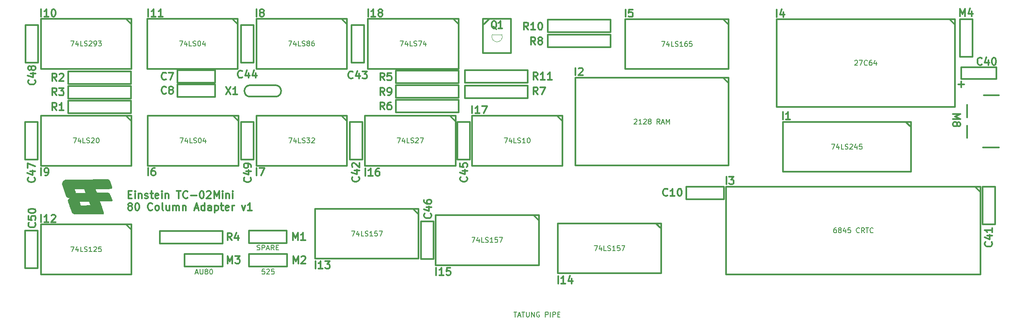
<source format=gbr>
%TF.GenerationSoftware,KiCad,Pcbnew,9.0.3*%
%TF.CreationDate,2025-12-15T21:45:11+00:00*%
%TF.ProjectId,TC02Mini,54433032-4d69-46e6-992e-6b696361645f,rev?*%
%TF.SameCoordinates,Original*%
%TF.FileFunction,Legend,Top*%
%TF.FilePolarity,Positive*%
%FSLAX46Y46*%
G04 Gerber Fmt 4.6, Leading zero omitted, Abs format (unit mm)*
G04 Created by KiCad (PCBNEW 9.0.3) date 2025-12-15 21:45:11*
%MOMM*%
%LPD*%
G01*
G04 APERTURE LIST*
%ADD10C,0.300000*%
%ADD11C,0.150000*%
%ADD12C,0.000000*%
%ADD13C,0.100000*%
G04 APERTURE END LIST*
D10*
X237390000Y-81352500D02*
X244490000Y-81352500D01*
X244490000Y-83752500D01*
X237390000Y-83752500D01*
X237390000Y-81352500D01*
X68874510Y-107190198D02*
X69374510Y-107190198D01*
X69588796Y-107975912D02*
X68874510Y-107975912D01*
X68874510Y-107975912D02*
X68874510Y-106475912D01*
X68874510Y-106475912D02*
X69588796Y-106475912D01*
X70231653Y-107975912D02*
X70231653Y-106975912D01*
X70231653Y-106475912D02*
X70160225Y-106547341D01*
X70160225Y-106547341D02*
X70231653Y-106618769D01*
X70231653Y-106618769D02*
X70303082Y-106547341D01*
X70303082Y-106547341D02*
X70231653Y-106475912D01*
X70231653Y-106475912D02*
X70231653Y-106618769D01*
X70945939Y-106975912D02*
X70945939Y-107975912D01*
X70945939Y-107118769D02*
X71017368Y-107047341D01*
X71017368Y-107047341D02*
X71160225Y-106975912D01*
X71160225Y-106975912D02*
X71374511Y-106975912D01*
X71374511Y-106975912D02*
X71517368Y-107047341D01*
X71517368Y-107047341D02*
X71588797Y-107190198D01*
X71588797Y-107190198D02*
X71588797Y-107975912D01*
X72231654Y-107904484D02*
X72374511Y-107975912D01*
X72374511Y-107975912D02*
X72660225Y-107975912D01*
X72660225Y-107975912D02*
X72803082Y-107904484D01*
X72803082Y-107904484D02*
X72874511Y-107761626D01*
X72874511Y-107761626D02*
X72874511Y-107690198D01*
X72874511Y-107690198D02*
X72803082Y-107547341D01*
X72803082Y-107547341D02*
X72660225Y-107475912D01*
X72660225Y-107475912D02*
X72445940Y-107475912D01*
X72445940Y-107475912D02*
X72303082Y-107404484D01*
X72303082Y-107404484D02*
X72231654Y-107261626D01*
X72231654Y-107261626D02*
X72231654Y-107190198D01*
X72231654Y-107190198D02*
X72303082Y-107047341D01*
X72303082Y-107047341D02*
X72445940Y-106975912D01*
X72445940Y-106975912D02*
X72660225Y-106975912D01*
X72660225Y-106975912D02*
X72803082Y-107047341D01*
X73303083Y-106975912D02*
X73874511Y-106975912D01*
X73517368Y-106475912D02*
X73517368Y-107761626D01*
X73517368Y-107761626D02*
X73588797Y-107904484D01*
X73588797Y-107904484D02*
X73731654Y-107975912D01*
X73731654Y-107975912D02*
X73874511Y-107975912D01*
X74945940Y-107904484D02*
X74803083Y-107975912D01*
X74803083Y-107975912D02*
X74517369Y-107975912D01*
X74517369Y-107975912D02*
X74374511Y-107904484D01*
X74374511Y-107904484D02*
X74303083Y-107761626D01*
X74303083Y-107761626D02*
X74303083Y-107190198D01*
X74303083Y-107190198D02*
X74374511Y-107047341D01*
X74374511Y-107047341D02*
X74517369Y-106975912D01*
X74517369Y-106975912D02*
X74803083Y-106975912D01*
X74803083Y-106975912D02*
X74945940Y-107047341D01*
X74945940Y-107047341D02*
X75017369Y-107190198D01*
X75017369Y-107190198D02*
X75017369Y-107333055D01*
X75017369Y-107333055D02*
X74303083Y-107475912D01*
X75660225Y-107975912D02*
X75660225Y-106975912D01*
X75660225Y-106475912D02*
X75588797Y-106547341D01*
X75588797Y-106547341D02*
X75660225Y-106618769D01*
X75660225Y-106618769D02*
X75731654Y-106547341D01*
X75731654Y-106547341D02*
X75660225Y-106475912D01*
X75660225Y-106475912D02*
X75660225Y-106618769D01*
X76374511Y-106975912D02*
X76374511Y-107975912D01*
X76374511Y-107118769D02*
X76445940Y-107047341D01*
X76445940Y-107047341D02*
X76588797Y-106975912D01*
X76588797Y-106975912D02*
X76803083Y-106975912D01*
X76803083Y-106975912D02*
X76945940Y-107047341D01*
X76945940Y-107047341D02*
X77017369Y-107190198D01*
X77017369Y-107190198D02*
X77017369Y-107975912D01*
X78660226Y-106475912D02*
X79517369Y-106475912D01*
X79088797Y-107975912D02*
X79088797Y-106475912D01*
X80874511Y-107833055D02*
X80803083Y-107904484D01*
X80803083Y-107904484D02*
X80588797Y-107975912D01*
X80588797Y-107975912D02*
X80445940Y-107975912D01*
X80445940Y-107975912D02*
X80231654Y-107904484D01*
X80231654Y-107904484D02*
X80088797Y-107761626D01*
X80088797Y-107761626D02*
X80017368Y-107618769D01*
X80017368Y-107618769D02*
X79945940Y-107333055D01*
X79945940Y-107333055D02*
X79945940Y-107118769D01*
X79945940Y-107118769D02*
X80017368Y-106833055D01*
X80017368Y-106833055D02*
X80088797Y-106690198D01*
X80088797Y-106690198D02*
X80231654Y-106547341D01*
X80231654Y-106547341D02*
X80445940Y-106475912D01*
X80445940Y-106475912D02*
X80588797Y-106475912D01*
X80588797Y-106475912D02*
X80803083Y-106547341D01*
X80803083Y-106547341D02*
X80874511Y-106618769D01*
X81517368Y-107404484D02*
X82660226Y-107404484D01*
X83660226Y-106475912D02*
X83803083Y-106475912D01*
X83803083Y-106475912D02*
X83945940Y-106547341D01*
X83945940Y-106547341D02*
X84017369Y-106618769D01*
X84017369Y-106618769D02*
X84088797Y-106761626D01*
X84088797Y-106761626D02*
X84160226Y-107047341D01*
X84160226Y-107047341D02*
X84160226Y-107404484D01*
X84160226Y-107404484D02*
X84088797Y-107690198D01*
X84088797Y-107690198D02*
X84017369Y-107833055D01*
X84017369Y-107833055D02*
X83945940Y-107904484D01*
X83945940Y-107904484D02*
X83803083Y-107975912D01*
X83803083Y-107975912D02*
X83660226Y-107975912D01*
X83660226Y-107975912D02*
X83517369Y-107904484D01*
X83517369Y-107904484D02*
X83445940Y-107833055D01*
X83445940Y-107833055D02*
X83374511Y-107690198D01*
X83374511Y-107690198D02*
X83303083Y-107404484D01*
X83303083Y-107404484D02*
X83303083Y-107047341D01*
X83303083Y-107047341D02*
X83374511Y-106761626D01*
X83374511Y-106761626D02*
X83445940Y-106618769D01*
X83445940Y-106618769D02*
X83517369Y-106547341D01*
X83517369Y-106547341D02*
X83660226Y-106475912D01*
X84731654Y-106618769D02*
X84803082Y-106547341D01*
X84803082Y-106547341D02*
X84945940Y-106475912D01*
X84945940Y-106475912D02*
X85303082Y-106475912D01*
X85303082Y-106475912D02*
X85445940Y-106547341D01*
X85445940Y-106547341D02*
X85517368Y-106618769D01*
X85517368Y-106618769D02*
X85588797Y-106761626D01*
X85588797Y-106761626D02*
X85588797Y-106904484D01*
X85588797Y-106904484D02*
X85517368Y-107118769D01*
X85517368Y-107118769D02*
X84660225Y-107975912D01*
X84660225Y-107975912D02*
X85588797Y-107975912D01*
X86231653Y-107975912D02*
X86231653Y-106475912D01*
X86231653Y-106475912D02*
X86731653Y-107547341D01*
X86731653Y-107547341D02*
X87231653Y-106475912D01*
X87231653Y-106475912D02*
X87231653Y-107975912D01*
X87945939Y-107975912D02*
X87945939Y-106975912D01*
X87945939Y-106475912D02*
X87874511Y-106547341D01*
X87874511Y-106547341D02*
X87945939Y-106618769D01*
X87945939Y-106618769D02*
X88017368Y-106547341D01*
X88017368Y-106547341D02*
X87945939Y-106475912D01*
X87945939Y-106475912D02*
X87945939Y-106618769D01*
X88660225Y-106975912D02*
X88660225Y-107975912D01*
X88660225Y-107118769D02*
X88731654Y-107047341D01*
X88731654Y-107047341D02*
X88874511Y-106975912D01*
X88874511Y-106975912D02*
X89088797Y-106975912D01*
X89088797Y-106975912D02*
X89231654Y-107047341D01*
X89231654Y-107047341D02*
X89303083Y-107190198D01*
X89303083Y-107190198D02*
X89303083Y-107975912D01*
X90017368Y-107975912D02*
X90017368Y-106975912D01*
X90017368Y-106475912D02*
X89945940Y-106547341D01*
X89945940Y-106547341D02*
X90017368Y-106618769D01*
X90017368Y-106618769D02*
X90088797Y-106547341D01*
X90088797Y-106547341D02*
X90017368Y-106475912D01*
X90017368Y-106475912D02*
X90017368Y-106618769D01*
X69088796Y-109533685D02*
X68945939Y-109462257D01*
X68945939Y-109462257D02*
X68874510Y-109390828D01*
X68874510Y-109390828D02*
X68803082Y-109247971D01*
X68803082Y-109247971D02*
X68803082Y-109176542D01*
X68803082Y-109176542D02*
X68874510Y-109033685D01*
X68874510Y-109033685D02*
X68945939Y-108962257D01*
X68945939Y-108962257D02*
X69088796Y-108890828D01*
X69088796Y-108890828D02*
X69374510Y-108890828D01*
X69374510Y-108890828D02*
X69517368Y-108962257D01*
X69517368Y-108962257D02*
X69588796Y-109033685D01*
X69588796Y-109033685D02*
X69660225Y-109176542D01*
X69660225Y-109176542D02*
X69660225Y-109247971D01*
X69660225Y-109247971D02*
X69588796Y-109390828D01*
X69588796Y-109390828D02*
X69517368Y-109462257D01*
X69517368Y-109462257D02*
X69374510Y-109533685D01*
X69374510Y-109533685D02*
X69088796Y-109533685D01*
X69088796Y-109533685D02*
X68945939Y-109605114D01*
X68945939Y-109605114D02*
X68874510Y-109676542D01*
X68874510Y-109676542D02*
X68803082Y-109819400D01*
X68803082Y-109819400D02*
X68803082Y-110105114D01*
X68803082Y-110105114D02*
X68874510Y-110247971D01*
X68874510Y-110247971D02*
X68945939Y-110319400D01*
X68945939Y-110319400D02*
X69088796Y-110390828D01*
X69088796Y-110390828D02*
X69374510Y-110390828D01*
X69374510Y-110390828D02*
X69517368Y-110319400D01*
X69517368Y-110319400D02*
X69588796Y-110247971D01*
X69588796Y-110247971D02*
X69660225Y-110105114D01*
X69660225Y-110105114D02*
X69660225Y-109819400D01*
X69660225Y-109819400D02*
X69588796Y-109676542D01*
X69588796Y-109676542D02*
X69517368Y-109605114D01*
X69517368Y-109605114D02*
X69374510Y-109533685D01*
X70588796Y-108890828D02*
X70731653Y-108890828D01*
X70731653Y-108890828D02*
X70874510Y-108962257D01*
X70874510Y-108962257D02*
X70945939Y-109033685D01*
X70945939Y-109033685D02*
X71017367Y-109176542D01*
X71017367Y-109176542D02*
X71088796Y-109462257D01*
X71088796Y-109462257D02*
X71088796Y-109819400D01*
X71088796Y-109819400D02*
X71017367Y-110105114D01*
X71017367Y-110105114D02*
X70945939Y-110247971D01*
X70945939Y-110247971D02*
X70874510Y-110319400D01*
X70874510Y-110319400D02*
X70731653Y-110390828D01*
X70731653Y-110390828D02*
X70588796Y-110390828D01*
X70588796Y-110390828D02*
X70445939Y-110319400D01*
X70445939Y-110319400D02*
X70374510Y-110247971D01*
X70374510Y-110247971D02*
X70303081Y-110105114D01*
X70303081Y-110105114D02*
X70231653Y-109819400D01*
X70231653Y-109819400D02*
X70231653Y-109462257D01*
X70231653Y-109462257D02*
X70303081Y-109176542D01*
X70303081Y-109176542D02*
X70374510Y-109033685D01*
X70374510Y-109033685D02*
X70445939Y-108962257D01*
X70445939Y-108962257D02*
X70588796Y-108890828D01*
X73731652Y-110247971D02*
X73660224Y-110319400D01*
X73660224Y-110319400D02*
X73445938Y-110390828D01*
X73445938Y-110390828D02*
X73303081Y-110390828D01*
X73303081Y-110390828D02*
X73088795Y-110319400D01*
X73088795Y-110319400D02*
X72945938Y-110176542D01*
X72945938Y-110176542D02*
X72874509Y-110033685D01*
X72874509Y-110033685D02*
X72803081Y-109747971D01*
X72803081Y-109747971D02*
X72803081Y-109533685D01*
X72803081Y-109533685D02*
X72874509Y-109247971D01*
X72874509Y-109247971D02*
X72945938Y-109105114D01*
X72945938Y-109105114D02*
X73088795Y-108962257D01*
X73088795Y-108962257D02*
X73303081Y-108890828D01*
X73303081Y-108890828D02*
X73445938Y-108890828D01*
X73445938Y-108890828D02*
X73660224Y-108962257D01*
X73660224Y-108962257D02*
X73731652Y-109033685D01*
X74588795Y-110390828D02*
X74445938Y-110319400D01*
X74445938Y-110319400D02*
X74374509Y-110247971D01*
X74374509Y-110247971D02*
X74303081Y-110105114D01*
X74303081Y-110105114D02*
X74303081Y-109676542D01*
X74303081Y-109676542D02*
X74374509Y-109533685D01*
X74374509Y-109533685D02*
X74445938Y-109462257D01*
X74445938Y-109462257D02*
X74588795Y-109390828D01*
X74588795Y-109390828D02*
X74803081Y-109390828D01*
X74803081Y-109390828D02*
X74945938Y-109462257D01*
X74945938Y-109462257D02*
X75017367Y-109533685D01*
X75017367Y-109533685D02*
X75088795Y-109676542D01*
X75088795Y-109676542D02*
X75088795Y-110105114D01*
X75088795Y-110105114D02*
X75017367Y-110247971D01*
X75017367Y-110247971D02*
X74945938Y-110319400D01*
X74945938Y-110319400D02*
X74803081Y-110390828D01*
X74803081Y-110390828D02*
X74588795Y-110390828D01*
X75945938Y-110390828D02*
X75803081Y-110319400D01*
X75803081Y-110319400D02*
X75731652Y-110176542D01*
X75731652Y-110176542D02*
X75731652Y-108890828D01*
X77160224Y-109390828D02*
X77160224Y-110390828D01*
X76517366Y-109390828D02*
X76517366Y-110176542D01*
X76517366Y-110176542D02*
X76588795Y-110319400D01*
X76588795Y-110319400D02*
X76731652Y-110390828D01*
X76731652Y-110390828D02*
X76945938Y-110390828D01*
X76945938Y-110390828D02*
X77088795Y-110319400D01*
X77088795Y-110319400D02*
X77160224Y-110247971D01*
X77874509Y-110390828D02*
X77874509Y-109390828D01*
X77874509Y-109533685D02*
X77945938Y-109462257D01*
X77945938Y-109462257D02*
X78088795Y-109390828D01*
X78088795Y-109390828D02*
X78303081Y-109390828D01*
X78303081Y-109390828D02*
X78445938Y-109462257D01*
X78445938Y-109462257D02*
X78517367Y-109605114D01*
X78517367Y-109605114D02*
X78517367Y-110390828D01*
X78517367Y-109605114D02*
X78588795Y-109462257D01*
X78588795Y-109462257D02*
X78731652Y-109390828D01*
X78731652Y-109390828D02*
X78945938Y-109390828D01*
X78945938Y-109390828D02*
X79088795Y-109462257D01*
X79088795Y-109462257D02*
X79160224Y-109605114D01*
X79160224Y-109605114D02*
X79160224Y-110390828D01*
X79874509Y-109390828D02*
X79874509Y-110390828D01*
X79874509Y-109533685D02*
X79945938Y-109462257D01*
X79945938Y-109462257D02*
X80088795Y-109390828D01*
X80088795Y-109390828D02*
X80303081Y-109390828D01*
X80303081Y-109390828D02*
X80445938Y-109462257D01*
X80445938Y-109462257D02*
X80517367Y-109605114D01*
X80517367Y-109605114D02*
X80517367Y-110390828D01*
X82303081Y-109962257D02*
X83017367Y-109962257D01*
X82160224Y-110390828D02*
X82660224Y-108890828D01*
X82660224Y-108890828D02*
X83160224Y-110390828D01*
X84303081Y-110390828D02*
X84303081Y-108890828D01*
X84303081Y-110319400D02*
X84160223Y-110390828D01*
X84160223Y-110390828D02*
X83874509Y-110390828D01*
X83874509Y-110390828D02*
X83731652Y-110319400D01*
X83731652Y-110319400D02*
X83660223Y-110247971D01*
X83660223Y-110247971D02*
X83588795Y-110105114D01*
X83588795Y-110105114D02*
X83588795Y-109676542D01*
X83588795Y-109676542D02*
X83660223Y-109533685D01*
X83660223Y-109533685D02*
X83731652Y-109462257D01*
X83731652Y-109462257D02*
X83874509Y-109390828D01*
X83874509Y-109390828D02*
X84160223Y-109390828D01*
X84160223Y-109390828D02*
X84303081Y-109462257D01*
X85660224Y-110390828D02*
X85660224Y-109605114D01*
X85660224Y-109605114D02*
X85588795Y-109462257D01*
X85588795Y-109462257D02*
X85445938Y-109390828D01*
X85445938Y-109390828D02*
X85160224Y-109390828D01*
X85160224Y-109390828D02*
X85017366Y-109462257D01*
X85660224Y-110319400D02*
X85517366Y-110390828D01*
X85517366Y-110390828D02*
X85160224Y-110390828D01*
X85160224Y-110390828D02*
X85017366Y-110319400D01*
X85017366Y-110319400D02*
X84945938Y-110176542D01*
X84945938Y-110176542D02*
X84945938Y-110033685D01*
X84945938Y-110033685D02*
X85017366Y-109890828D01*
X85017366Y-109890828D02*
X85160224Y-109819400D01*
X85160224Y-109819400D02*
X85517366Y-109819400D01*
X85517366Y-109819400D02*
X85660224Y-109747971D01*
X86374509Y-109390828D02*
X86374509Y-110890828D01*
X86374509Y-109462257D02*
X86517367Y-109390828D01*
X86517367Y-109390828D02*
X86803081Y-109390828D01*
X86803081Y-109390828D02*
X86945938Y-109462257D01*
X86945938Y-109462257D02*
X87017367Y-109533685D01*
X87017367Y-109533685D02*
X87088795Y-109676542D01*
X87088795Y-109676542D02*
X87088795Y-110105114D01*
X87088795Y-110105114D02*
X87017367Y-110247971D01*
X87017367Y-110247971D02*
X86945938Y-110319400D01*
X86945938Y-110319400D02*
X86803081Y-110390828D01*
X86803081Y-110390828D02*
X86517367Y-110390828D01*
X86517367Y-110390828D02*
X86374509Y-110319400D01*
X87517367Y-109390828D02*
X88088795Y-109390828D01*
X87731652Y-108890828D02*
X87731652Y-110176542D01*
X87731652Y-110176542D02*
X87803081Y-110319400D01*
X87803081Y-110319400D02*
X87945938Y-110390828D01*
X87945938Y-110390828D02*
X88088795Y-110390828D01*
X89160224Y-110319400D02*
X89017367Y-110390828D01*
X89017367Y-110390828D02*
X88731653Y-110390828D01*
X88731653Y-110390828D02*
X88588795Y-110319400D01*
X88588795Y-110319400D02*
X88517367Y-110176542D01*
X88517367Y-110176542D02*
X88517367Y-109605114D01*
X88517367Y-109605114D02*
X88588795Y-109462257D01*
X88588795Y-109462257D02*
X88731653Y-109390828D01*
X88731653Y-109390828D02*
X89017367Y-109390828D01*
X89017367Y-109390828D02*
X89160224Y-109462257D01*
X89160224Y-109462257D02*
X89231653Y-109605114D01*
X89231653Y-109605114D02*
X89231653Y-109747971D01*
X89231653Y-109747971D02*
X88517367Y-109890828D01*
X89874509Y-110390828D02*
X89874509Y-109390828D01*
X89874509Y-109676542D02*
X89945938Y-109533685D01*
X89945938Y-109533685D02*
X90017367Y-109462257D01*
X90017367Y-109462257D02*
X90160224Y-109390828D01*
X90160224Y-109390828D02*
X90303081Y-109390828D01*
X91803080Y-109390828D02*
X92160223Y-110390828D01*
X92160223Y-110390828D02*
X92517366Y-109390828D01*
X93874509Y-110390828D02*
X93017366Y-110390828D01*
X93445937Y-110390828D02*
X93445937Y-108890828D01*
X93445937Y-108890828D02*
X93303080Y-109105114D01*
X93303080Y-109105114D02*
X93160223Y-109247971D01*
X93160223Y-109247971D02*
X93017366Y-109319400D01*
X236824510Y-84849400D02*
X237967368Y-84849400D01*
X237395939Y-85420828D02*
X237395939Y-84277971D01*
X94805714Y-71128328D02*
X94805714Y-69628328D01*
X95734286Y-70271185D02*
X95591429Y-70199757D01*
X95591429Y-70199757D02*
X95520000Y-70128328D01*
X95520000Y-70128328D02*
X95448572Y-69985471D01*
X95448572Y-69985471D02*
X95448572Y-69914042D01*
X95448572Y-69914042D02*
X95520000Y-69771185D01*
X95520000Y-69771185D02*
X95591429Y-69699757D01*
X95591429Y-69699757D02*
X95734286Y-69628328D01*
X95734286Y-69628328D02*
X96020000Y-69628328D01*
X96020000Y-69628328D02*
X96162858Y-69699757D01*
X96162858Y-69699757D02*
X96234286Y-69771185D01*
X96234286Y-69771185D02*
X96305715Y-69914042D01*
X96305715Y-69914042D02*
X96305715Y-69985471D01*
X96305715Y-69985471D02*
X96234286Y-70128328D01*
X96234286Y-70128328D02*
X96162858Y-70199757D01*
X96162858Y-70199757D02*
X96020000Y-70271185D01*
X96020000Y-70271185D02*
X95734286Y-70271185D01*
X95734286Y-70271185D02*
X95591429Y-70342614D01*
X95591429Y-70342614D02*
X95520000Y-70414042D01*
X95520000Y-70414042D02*
X95448572Y-70556900D01*
X95448572Y-70556900D02*
X95448572Y-70842614D01*
X95448572Y-70842614D02*
X95520000Y-70985471D01*
X95520000Y-70985471D02*
X95591429Y-71056900D01*
X95591429Y-71056900D02*
X95734286Y-71128328D01*
X95734286Y-71128328D02*
X96020000Y-71128328D01*
X96020000Y-71128328D02*
X96162858Y-71056900D01*
X96162858Y-71056900D02*
X96234286Y-70985471D01*
X96234286Y-70985471D02*
X96305715Y-70842614D01*
X96305715Y-70842614D02*
X96305715Y-70556900D01*
X96305715Y-70556900D02*
X96234286Y-70414042D01*
X96234286Y-70414042D02*
X96162858Y-70342614D01*
X96162858Y-70342614D02*
X96020000Y-70271185D01*
D11*
X101292143Y-76074819D02*
X101958809Y-76074819D01*
X101958809Y-76074819D02*
X101530238Y-77074819D01*
X102768333Y-76408152D02*
X102768333Y-77074819D01*
X102530238Y-76027200D02*
X102292143Y-76741485D01*
X102292143Y-76741485D02*
X102911190Y-76741485D01*
X103768333Y-77074819D02*
X103292143Y-77074819D01*
X103292143Y-77074819D02*
X103292143Y-76074819D01*
X104054048Y-77027200D02*
X104196905Y-77074819D01*
X104196905Y-77074819D02*
X104435000Y-77074819D01*
X104435000Y-77074819D02*
X104530238Y-77027200D01*
X104530238Y-77027200D02*
X104577857Y-76979580D01*
X104577857Y-76979580D02*
X104625476Y-76884342D01*
X104625476Y-76884342D02*
X104625476Y-76789104D01*
X104625476Y-76789104D02*
X104577857Y-76693866D01*
X104577857Y-76693866D02*
X104530238Y-76646247D01*
X104530238Y-76646247D02*
X104435000Y-76598628D01*
X104435000Y-76598628D02*
X104244524Y-76551009D01*
X104244524Y-76551009D02*
X104149286Y-76503390D01*
X104149286Y-76503390D02*
X104101667Y-76455771D01*
X104101667Y-76455771D02*
X104054048Y-76360533D01*
X104054048Y-76360533D02*
X104054048Y-76265295D01*
X104054048Y-76265295D02*
X104101667Y-76170057D01*
X104101667Y-76170057D02*
X104149286Y-76122438D01*
X104149286Y-76122438D02*
X104244524Y-76074819D01*
X104244524Y-76074819D02*
X104482619Y-76074819D01*
X104482619Y-76074819D02*
X104625476Y-76122438D01*
X105196905Y-76503390D02*
X105101667Y-76455771D01*
X105101667Y-76455771D02*
X105054048Y-76408152D01*
X105054048Y-76408152D02*
X105006429Y-76312914D01*
X105006429Y-76312914D02*
X105006429Y-76265295D01*
X105006429Y-76265295D02*
X105054048Y-76170057D01*
X105054048Y-76170057D02*
X105101667Y-76122438D01*
X105101667Y-76122438D02*
X105196905Y-76074819D01*
X105196905Y-76074819D02*
X105387381Y-76074819D01*
X105387381Y-76074819D02*
X105482619Y-76122438D01*
X105482619Y-76122438D02*
X105530238Y-76170057D01*
X105530238Y-76170057D02*
X105577857Y-76265295D01*
X105577857Y-76265295D02*
X105577857Y-76312914D01*
X105577857Y-76312914D02*
X105530238Y-76408152D01*
X105530238Y-76408152D02*
X105482619Y-76455771D01*
X105482619Y-76455771D02*
X105387381Y-76503390D01*
X105387381Y-76503390D02*
X105196905Y-76503390D01*
X105196905Y-76503390D02*
X105101667Y-76551009D01*
X105101667Y-76551009D02*
X105054048Y-76598628D01*
X105054048Y-76598628D02*
X105006429Y-76693866D01*
X105006429Y-76693866D02*
X105006429Y-76884342D01*
X105006429Y-76884342D02*
X105054048Y-76979580D01*
X105054048Y-76979580D02*
X105101667Y-77027200D01*
X105101667Y-77027200D02*
X105196905Y-77074819D01*
X105196905Y-77074819D02*
X105387381Y-77074819D01*
X105387381Y-77074819D02*
X105482619Y-77027200D01*
X105482619Y-77027200D02*
X105530238Y-76979580D01*
X105530238Y-76979580D02*
X105577857Y-76884342D01*
X105577857Y-76884342D02*
X105577857Y-76693866D01*
X105577857Y-76693866D02*
X105530238Y-76598628D01*
X105530238Y-76598628D02*
X105482619Y-76551009D01*
X105482619Y-76551009D02*
X105387381Y-76503390D01*
X106435000Y-76074819D02*
X106244524Y-76074819D01*
X106244524Y-76074819D02*
X106149286Y-76122438D01*
X106149286Y-76122438D02*
X106101667Y-76170057D01*
X106101667Y-76170057D02*
X106006429Y-76312914D01*
X106006429Y-76312914D02*
X105958810Y-76503390D01*
X105958810Y-76503390D02*
X105958810Y-76884342D01*
X105958810Y-76884342D02*
X106006429Y-76979580D01*
X106006429Y-76979580D02*
X106054048Y-77027200D01*
X106054048Y-77027200D02*
X106149286Y-77074819D01*
X106149286Y-77074819D02*
X106339762Y-77074819D01*
X106339762Y-77074819D02*
X106435000Y-77027200D01*
X106435000Y-77027200D02*
X106482619Y-76979580D01*
X106482619Y-76979580D02*
X106530238Y-76884342D01*
X106530238Y-76884342D02*
X106530238Y-76646247D01*
X106530238Y-76646247D02*
X106482619Y-76551009D01*
X106482619Y-76551009D02*
X106435000Y-76503390D01*
X106435000Y-76503390D02*
X106339762Y-76455771D01*
X106339762Y-76455771D02*
X106149286Y-76455771D01*
X106149286Y-76455771D02*
X106054048Y-76503390D01*
X106054048Y-76503390D02*
X106006429Y-76551009D01*
X106006429Y-76551009D02*
X105958810Y-76646247D01*
D10*
X49868971Y-103764285D02*
X49940400Y-103835713D01*
X49940400Y-103835713D02*
X50011828Y-104049999D01*
X50011828Y-104049999D02*
X50011828Y-104192856D01*
X50011828Y-104192856D02*
X49940400Y-104407142D01*
X49940400Y-104407142D02*
X49797542Y-104549999D01*
X49797542Y-104549999D02*
X49654685Y-104621428D01*
X49654685Y-104621428D02*
X49368971Y-104692856D01*
X49368971Y-104692856D02*
X49154685Y-104692856D01*
X49154685Y-104692856D02*
X48868971Y-104621428D01*
X48868971Y-104621428D02*
X48726114Y-104549999D01*
X48726114Y-104549999D02*
X48583257Y-104407142D01*
X48583257Y-104407142D02*
X48511828Y-104192856D01*
X48511828Y-104192856D02*
X48511828Y-104049999D01*
X48511828Y-104049999D02*
X48583257Y-103835713D01*
X48583257Y-103835713D02*
X48654685Y-103764285D01*
X49011828Y-102478571D02*
X50011828Y-102478571D01*
X48440400Y-102835713D02*
X49511828Y-103192856D01*
X49511828Y-103192856D02*
X49511828Y-102264285D01*
X48511828Y-101835714D02*
X48511828Y-100835714D01*
X48511828Y-100835714D02*
X50011828Y-101478571D01*
X115451471Y-103624285D02*
X115522900Y-103695713D01*
X115522900Y-103695713D02*
X115594328Y-103909999D01*
X115594328Y-103909999D02*
X115594328Y-104052856D01*
X115594328Y-104052856D02*
X115522900Y-104267142D01*
X115522900Y-104267142D02*
X115380042Y-104409999D01*
X115380042Y-104409999D02*
X115237185Y-104481428D01*
X115237185Y-104481428D02*
X114951471Y-104552856D01*
X114951471Y-104552856D02*
X114737185Y-104552856D01*
X114737185Y-104552856D02*
X114451471Y-104481428D01*
X114451471Y-104481428D02*
X114308614Y-104409999D01*
X114308614Y-104409999D02*
X114165757Y-104267142D01*
X114165757Y-104267142D02*
X114094328Y-104052856D01*
X114094328Y-104052856D02*
X114094328Y-103909999D01*
X114094328Y-103909999D02*
X114165757Y-103695713D01*
X114165757Y-103695713D02*
X114237185Y-103624285D01*
X114594328Y-102338571D02*
X115594328Y-102338571D01*
X114022900Y-102695713D02*
X115094328Y-103052856D01*
X115094328Y-103052856D02*
X115094328Y-102124285D01*
X114237185Y-101624285D02*
X114165757Y-101552857D01*
X114165757Y-101552857D02*
X114094328Y-101410000D01*
X114094328Y-101410000D02*
X114094328Y-101052857D01*
X114094328Y-101052857D02*
X114165757Y-100910000D01*
X114165757Y-100910000D02*
X114237185Y-100838571D01*
X114237185Y-100838571D02*
X114380042Y-100767142D01*
X114380042Y-100767142D02*
X114522900Y-100767142D01*
X114522900Y-100767142D02*
X114737185Y-100838571D01*
X114737185Y-100838571D02*
X115594328Y-101695714D01*
X115594328Y-101695714D02*
X115594328Y-100767142D01*
X237170714Y-71050828D02*
X237170714Y-69550828D01*
X237170714Y-69550828D02*
X237670714Y-70622257D01*
X237670714Y-70622257D02*
X238170714Y-69550828D01*
X238170714Y-69550828D02*
X238170714Y-71050828D01*
X239527858Y-70050828D02*
X239527858Y-71050828D01*
X239170715Y-69479400D02*
X238813572Y-70550828D01*
X238813572Y-70550828D02*
X239742143Y-70550828D01*
X76500000Y-86635471D02*
X76428572Y-86706900D01*
X76428572Y-86706900D02*
X76214286Y-86778328D01*
X76214286Y-86778328D02*
X76071429Y-86778328D01*
X76071429Y-86778328D02*
X75857143Y-86706900D01*
X75857143Y-86706900D02*
X75714286Y-86564042D01*
X75714286Y-86564042D02*
X75642857Y-86421185D01*
X75642857Y-86421185D02*
X75571429Y-86135471D01*
X75571429Y-86135471D02*
X75571429Y-85921185D01*
X75571429Y-85921185D02*
X75642857Y-85635471D01*
X75642857Y-85635471D02*
X75714286Y-85492614D01*
X75714286Y-85492614D02*
X75857143Y-85349757D01*
X75857143Y-85349757D02*
X76071429Y-85278328D01*
X76071429Y-85278328D02*
X76214286Y-85278328D01*
X76214286Y-85278328D02*
X76428572Y-85349757D01*
X76428572Y-85349757D02*
X76500000Y-85421185D01*
X77357143Y-85921185D02*
X77214286Y-85849757D01*
X77214286Y-85849757D02*
X77142857Y-85778328D01*
X77142857Y-85778328D02*
X77071429Y-85635471D01*
X77071429Y-85635471D02*
X77071429Y-85564042D01*
X77071429Y-85564042D02*
X77142857Y-85421185D01*
X77142857Y-85421185D02*
X77214286Y-85349757D01*
X77214286Y-85349757D02*
X77357143Y-85278328D01*
X77357143Y-85278328D02*
X77642857Y-85278328D01*
X77642857Y-85278328D02*
X77785715Y-85349757D01*
X77785715Y-85349757D02*
X77857143Y-85421185D01*
X77857143Y-85421185D02*
X77928572Y-85564042D01*
X77928572Y-85564042D02*
X77928572Y-85635471D01*
X77928572Y-85635471D02*
X77857143Y-85778328D01*
X77857143Y-85778328D02*
X77785715Y-85849757D01*
X77785715Y-85849757D02*
X77642857Y-85921185D01*
X77642857Y-85921185D02*
X77357143Y-85921185D01*
X77357143Y-85921185D02*
X77214286Y-85992614D01*
X77214286Y-85992614D02*
X77142857Y-86064042D01*
X77142857Y-86064042D02*
X77071429Y-86206900D01*
X77071429Y-86206900D02*
X77071429Y-86492614D01*
X77071429Y-86492614D02*
X77142857Y-86635471D01*
X77142857Y-86635471D02*
X77214286Y-86706900D01*
X77214286Y-86706900D02*
X77357143Y-86778328D01*
X77357143Y-86778328D02*
X77642857Y-86778328D01*
X77642857Y-86778328D02*
X77785715Y-86706900D01*
X77785715Y-86706900D02*
X77857143Y-86635471D01*
X77857143Y-86635471D02*
X77928572Y-86492614D01*
X77928572Y-86492614D02*
X77928572Y-86206900D01*
X77928572Y-86206900D02*
X77857143Y-86064042D01*
X77857143Y-86064042D02*
X77785715Y-85992614D01*
X77785715Y-85992614D02*
X77642857Y-85921185D01*
X177985714Y-107347971D02*
X177914286Y-107419400D01*
X177914286Y-107419400D02*
X177700000Y-107490828D01*
X177700000Y-107490828D02*
X177557143Y-107490828D01*
X177557143Y-107490828D02*
X177342857Y-107419400D01*
X177342857Y-107419400D02*
X177200000Y-107276542D01*
X177200000Y-107276542D02*
X177128571Y-107133685D01*
X177128571Y-107133685D02*
X177057143Y-106847971D01*
X177057143Y-106847971D02*
X177057143Y-106633685D01*
X177057143Y-106633685D02*
X177128571Y-106347971D01*
X177128571Y-106347971D02*
X177200000Y-106205114D01*
X177200000Y-106205114D02*
X177342857Y-106062257D01*
X177342857Y-106062257D02*
X177557143Y-105990828D01*
X177557143Y-105990828D02*
X177700000Y-105990828D01*
X177700000Y-105990828D02*
X177914286Y-106062257D01*
X177914286Y-106062257D02*
X177985714Y-106133685D01*
X179414286Y-107490828D02*
X178557143Y-107490828D01*
X178985714Y-107490828D02*
X178985714Y-105990828D01*
X178985714Y-105990828D02*
X178842857Y-106205114D01*
X178842857Y-106205114D02*
X178700000Y-106347971D01*
X178700000Y-106347971D02*
X178557143Y-106419400D01*
X180342857Y-105990828D02*
X180485714Y-105990828D01*
X180485714Y-105990828D02*
X180628571Y-106062257D01*
X180628571Y-106062257D02*
X180700000Y-106133685D01*
X180700000Y-106133685D02*
X180771428Y-106276542D01*
X180771428Y-106276542D02*
X180842857Y-106562257D01*
X180842857Y-106562257D02*
X180842857Y-106919400D01*
X180842857Y-106919400D02*
X180771428Y-107205114D01*
X180771428Y-107205114D02*
X180700000Y-107347971D01*
X180700000Y-107347971D02*
X180628571Y-107419400D01*
X180628571Y-107419400D02*
X180485714Y-107490828D01*
X180485714Y-107490828D02*
X180342857Y-107490828D01*
X180342857Y-107490828D02*
X180200000Y-107419400D01*
X180200000Y-107419400D02*
X180128571Y-107347971D01*
X180128571Y-107347971D02*
X180057142Y-107205114D01*
X180057142Y-107205114D02*
X179985714Y-106919400D01*
X179985714Y-106919400D02*
X179985714Y-106562257D01*
X179985714Y-106562257D02*
X180057142Y-106276542D01*
X180057142Y-106276542D02*
X180128571Y-106133685D01*
X180128571Y-106133685D02*
X180200000Y-106062257D01*
X180200000Y-106062257D02*
X180342857Y-105990828D01*
X88595714Y-85368328D02*
X89595714Y-86868328D01*
X89595714Y-85368328D02*
X88595714Y-86868328D01*
X90952857Y-86868328D02*
X90095714Y-86868328D01*
X90524285Y-86868328D02*
X90524285Y-85368328D01*
X90524285Y-85368328D02*
X90381428Y-85582614D01*
X90381428Y-85582614D02*
X90238571Y-85725471D01*
X90238571Y-85725471D02*
X90095714Y-85796900D01*
X189855714Y-105108328D02*
X189855714Y-103608328D01*
X190427143Y-103608328D02*
X191355715Y-103608328D01*
X191355715Y-103608328D02*
X190855715Y-104179757D01*
X190855715Y-104179757D02*
X191070000Y-104179757D01*
X191070000Y-104179757D02*
X191212858Y-104251185D01*
X191212858Y-104251185D02*
X191284286Y-104322614D01*
X191284286Y-104322614D02*
X191355715Y-104465471D01*
X191355715Y-104465471D02*
X191355715Y-104822614D01*
X191355715Y-104822614D02*
X191284286Y-104965471D01*
X191284286Y-104965471D02*
X191212858Y-105036900D01*
X191212858Y-105036900D02*
X191070000Y-105108328D01*
X191070000Y-105108328D02*
X190641429Y-105108328D01*
X190641429Y-105108328D02*
X190498572Y-105036900D01*
X190498572Y-105036900D02*
X190427143Y-104965471D01*
D11*
X212079999Y-113937319D02*
X211889523Y-113937319D01*
X211889523Y-113937319D02*
X211794285Y-113984938D01*
X211794285Y-113984938D02*
X211746666Y-114032557D01*
X211746666Y-114032557D02*
X211651428Y-114175414D01*
X211651428Y-114175414D02*
X211603809Y-114365890D01*
X211603809Y-114365890D02*
X211603809Y-114746842D01*
X211603809Y-114746842D02*
X211651428Y-114842080D01*
X211651428Y-114842080D02*
X211699047Y-114889700D01*
X211699047Y-114889700D02*
X211794285Y-114937319D01*
X211794285Y-114937319D02*
X211984761Y-114937319D01*
X211984761Y-114937319D02*
X212079999Y-114889700D01*
X212079999Y-114889700D02*
X212127618Y-114842080D01*
X212127618Y-114842080D02*
X212175237Y-114746842D01*
X212175237Y-114746842D02*
X212175237Y-114508747D01*
X212175237Y-114508747D02*
X212127618Y-114413509D01*
X212127618Y-114413509D02*
X212079999Y-114365890D01*
X212079999Y-114365890D02*
X211984761Y-114318271D01*
X211984761Y-114318271D02*
X211794285Y-114318271D01*
X211794285Y-114318271D02*
X211699047Y-114365890D01*
X211699047Y-114365890D02*
X211651428Y-114413509D01*
X211651428Y-114413509D02*
X211603809Y-114508747D01*
X212746666Y-114365890D02*
X212651428Y-114318271D01*
X212651428Y-114318271D02*
X212603809Y-114270652D01*
X212603809Y-114270652D02*
X212556190Y-114175414D01*
X212556190Y-114175414D02*
X212556190Y-114127795D01*
X212556190Y-114127795D02*
X212603809Y-114032557D01*
X212603809Y-114032557D02*
X212651428Y-113984938D01*
X212651428Y-113984938D02*
X212746666Y-113937319D01*
X212746666Y-113937319D02*
X212937142Y-113937319D01*
X212937142Y-113937319D02*
X213032380Y-113984938D01*
X213032380Y-113984938D02*
X213079999Y-114032557D01*
X213079999Y-114032557D02*
X213127618Y-114127795D01*
X213127618Y-114127795D02*
X213127618Y-114175414D01*
X213127618Y-114175414D02*
X213079999Y-114270652D01*
X213079999Y-114270652D02*
X213032380Y-114318271D01*
X213032380Y-114318271D02*
X212937142Y-114365890D01*
X212937142Y-114365890D02*
X212746666Y-114365890D01*
X212746666Y-114365890D02*
X212651428Y-114413509D01*
X212651428Y-114413509D02*
X212603809Y-114461128D01*
X212603809Y-114461128D02*
X212556190Y-114556366D01*
X212556190Y-114556366D02*
X212556190Y-114746842D01*
X212556190Y-114746842D02*
X212603809Y-114842080D01*
X212603809Y-114842080D02*
X212651428Y-114889700D01*
X212651428Y-114889700D02*
X212746666Y-114937319D01*
X212746666Y-114937319D02*
X212937142Y-114937319D01*
X212937142Y-114937319D02*
X213032380Y-114889700D01*
X213032380Y-114889700D02*
X213079999Y-114842080D01*
X213079999Y-114842080D02*
X213127618Y-114746842D01*
X213127618Y-114746842D02*
X213127618Y-114556366D01*
X213127618Y-114556366D02*
X213079999Y-114461128D01*
X213079999Y-114461128D02*
X213032380Y-114413509D01*
X213032380Y-114413509D02*
X212937142Y-114365890D01*
X213984761Y-114270652D02*
X213984761Y-114937319D01*
X213746666Y-113889700D02*
X213508571Y-114603985D01*
X213508571Y-114603985D02*
X214127618Y-114603985D01*
X214984761Y-113937319D02*
X214508571Y-113937319D01*
X214508571Y-113937319D02*
X214460952Y-114413509D01*
X214460952Y-114413509D02*
X214508571Y-114365890D01*
X214508571Y-114365890D02*
X214603809Y-114318271D01*
X214603809Y-114318271D02*
X214841904Y-114318271D01*
X214841904Y-114318271D02*
X214937142Y-114365890D01*
X214937142Y-114365890D02*
X214984761Y-114413509D01*
X214984761Y-114413509D02*
X215032380Y-114508747D01*
X215032380Y-114508747D02*
X215032380Y-114746842D01*
X215032380Y-114746842D02*
X214984761Y-114842080D01*
X214984761Y-114842080D02*
X214937142Y-114889700D01*
X214937142Y-114889700D02*
X214841904Y-114937319D01*
X214841904Y-114937319D02*
X214603809Y-114937319D01*
X214603809Y-114937319D02*
X214508571Y-114889700D01*
X214508571Y-114889700D02*
X214460952Y-114842080D01*
X216794285Y-114842080D02*
X216746666Y-114889700D01*
X216746666Y-114889700D02*
X216603809Y-114937319D01*
X216603809Y-114937319D02*
X216508571Y-114937319D01*
X216508571Y-114937319D02*
X216365714Y-114889700D01*
X216365714Y-114889700D02*
X216270476Y-114794461D01*
X216270476Y-114794461D02*
X216222857Y-114699223D01*
X216222857Y-114699223D02*
X216175238Y-114508747D01*
X216175238Y-114508747D02*
X216175238Y-114365890D01*
X216175238Y-114365890D02*
X216222857Y-114175414D01*
X216222857Y-114175414D02*
X216270476Y-114080176D01*
X216270476Y-114080176D02*
X216365714Y-113984938D01*
X216365714Y-113984938D02*
X216508571Y-113937319D01*
X216508571Y-113937319D02*
X216603809Y-113937319D01*
X216603809Y-113937319D02*
X216746666Y-113984938D01*
X216746666Y-113984938D02*
X216794285Y-114032557D01*
X217794285Y-114937319D02*
X217460952Y-114461128D01*
X217222857Y-114937319D02*
X217222857Y-113937319D01*
X217222857Y-113937319D02*
X217603809Y-113937319D01*
X217603809Y-113937319D02*
X217699047Y-113984938D01*
X217699047Y-113984938D02*
X217746666Y-114032557D01*
X217746666Y-114032557D02*
X217794285Y-114127795D01*
X217794285Y-114127795D02*
X217794285Y-114270652D01*
X217794285Y-114270652D02*
X217746666Y-114365890D01*
X217746666Y-114365890D02*
X217699047Y-114413509D01*
X217699047Y-114413509D02*
X217603809Y-114461128D01*
X217603809Y-114461128D02*
X217222857Y-114461128D01*
X218080000Y-113937319D02*
X218651428Y-113937319D01*
X218365714Y-114937319D02*
X218365714Y-113937319D01*
X219556190Y-114842080D02*
X219508571Y-114889700D01*
X219508571Y-114889700D02*
X219365714Y-114937319D01*
X219365714Y-114937319D02*
X219270476Y-114937319D01*
X219270476Y-114937319D02*
X219127619Y-114889700D01*
X219127619Y-114889700D02*
X219032381Y-114794461D01*
X219032381Y-114794461D02*
X218984762Y-114699223D01*
X218984762Y-114699223D02*
X218937143Y-114508747D01*
X218937143Y-114508747D02*
X218937143Y-114365890D01*
X218937143Y-114365890D02*
X218984762Y-114175414D01*
X218984762Y-114175414D02*
X219032381Y-114080176D01*
X219032381Y-114080176D02*
X219127619Y-113984938D01*
X219127619Y-113984938D02*
X219270476Y-113937319D01*
X219270476Y-113937319D02*
X219365714Y-113937319D01*
X219365714Y-113937319D02*
X219508571Y-113984938D01*
X219508571Y-113984938D02*
X219556190Y-114032557D01*
D10*
X137348971Y-103634285D02*
X137420400Y-103705713D01*
X137420400Y-103705713D02*
X137491828Y-103919999D01*
X137491828Y-103919999D02*
X137491828Y-104062856D01*
X137491828Y-104062856D02*
X137420400Y-104277142D01*
X137420400Y-104277142D02*
X137277542Y-104419999D01*
X137277542Y-104419999D02*
X137134685Y-104491428D01*
X137134685Y-104491428D02*
X136848971Y-104562856D01*
X136848971Y-104562856D02*
X136634685Y-104562856D01*
X136634685Y-104562856D02*
X136348971Y-104491428D01*
X136348971Y-104491428D02*
X136206114Y-104419999D01*
X136206114Y-104419999D02*
X136063257Y-104277142D01*
X136063257Y-104277142D02*
X135991828Y-104062856D01*
X135991828Y-104062856D02*
X135991828Y-103919999D01*
X135991828Y-103919999D02*
X136063257Y-103705713D01*
X136063257Y-103705713D02*
X136134685Y-103634285D01*
X136491828Y-102348571D02*
X137491828Y-102348571D01*
X135920400Y-102705713D02*
X136991828Y-103062856D01*
X136991828Y-103062856D02*
X136991828Y-102134285D01*
X135991828Y-100848571D02*
X135991828Y-101562857D01*
X135991828Y-101562857D02*
X136706114Y-101634285D01*
X136706114Y-101634285D02*
X136634685Y-101562857D01*
X136634685Y-101562857D02*
X136563257Y-101420000D01*
X136563257Y-101420000D02*
X136563257Y-101062857D01*
X136563257Y-101062857D02*
X136634685Y-100920000D01*
X136634685Y-100920000D02*
X136706114Y-100848571D01*
X136706114Y-100848571D02*
X136848971Y-100777142D01*
X136848971Y-100777142D02*
X137206114Y-100777142D01*
X137206114Y-100777142D02*
X137348971Y-100848571D01*
X137348971Y-100848571D02*
X137420400Y-100920000D01*
X137420400Y-100920000D02*
X137491828Y-101062857D01*
X137491828Y-101062857D02*
X137491828Y-101420000D01*
X137491828Y-101420000D02*
X137420400Y-101562857D01*
X137420400Y-101562857D02*
X137348971Y-101634285D01*
X114300714Y-83555471D02*
X114229286Y-83626900D01*
X114229286Y-83626900D02*
X114015000Y-83698328D01*
X114015000Y-83698328D02*
X113872143Y-83698328D01*
X113872143Y-83698328D02*
X113657857Y-83626900D01*
X113657857Y-83626900D02*
X113515000Y-83484042D01*
X113515000Y-83484042D02*
X113443571Y-83341185D01*
X113443571Y-83341185D02*
X113372143Y-83055471D01*
X113372143Y-83055471D02*
X113372143Y-82841185D01*
X113372143Y-82841185D02*
X113443571Y-82555471D01*
X113443571Y-82555471D02*
X113515000Y-82412614D01*
X113515000Y-82412614D02*
X113657857Y-82269757D01*
X113657857Y-82269757D02*
X113872143Y-82198328D01*
X113872143Y-82198328D02*
X114015000Y-82198328D01*
X114015000Y-82198328D02*
X114229286Y-82269757D01*
X114229286Y-82269757D02*
X114300714Y-82341185D01*
X115586429Y-82698328D02*
X115586429Y-83698328D01*
X115229286Y-82126900D02*
X114872143Y-83198328D01*
X114872143Y-83198328D02*
X115800714Y-83198328D01*
X116229285Y-82198328D02*
X117157857Y-82198328D01*
X117157857Y-82198328D02*
X116657857Y-82769757D01*
X116657857Y-82769757D02*
X116872142Y-82769757D01*
X116872142Y-82769757D02*
X117015000Y-82841185D01*
X117015000Y-82841185D02*
X117086428Y-82912614D01*
X117086428Y-82912614D02*
X117157857Y-83055471D01*
X117157857Y-83055471D02*
X117157857Y-83412614D01*
X117157857Y-83412614D02*
X117086428Y-83555471D01*
X117086428Y-83555471D02*
X117015000Y-83626900D01*
X117015000Y-83626900D02*
X116872142Y-83698328D01*
X116872142Y-83698328D02*
X116443571Y-83698328D01*
X116443571Y-83698328D02*
X116300714Y-83626900D01*
X116300714Y-83626900D02*
X116229285Y-83555471D01*
X49985471Y-112921785D02*
X50056900Y-112993213D01*
X50056900Y-112993213D02*
X50128328Y-113207499D01*
X50128328Y-113207499D02*
X50128328Y-113350356D01*
X50128328Y-113350356D02*
X50056900Y-113564642D01*
X50056900Y-113564642D02*
X49914042Y-113707499D01*
X49914042Y-113707499D02*
X49771185Y-113778928D01*
X49771185Y-113778928D02*
X49485471Y-113850356D01*
X49485471Y-113850356D02*
X49271185Y-113850356D01*
X49271185Y-113850356D02*
X48985471Y-113778928D01*
X48985471Y-113778928D02*
X48842614Y-113707499D01*
X48842614Y-113707499D02*
X48699757Y-113564642D01*
X48699757Y-113564642D02*
X48628328Y-113350356D01*
X48628328Y-113350356D02*
X48628328Y-113207499D01*
X48628328Y-113207499D02*
X48699757Y-112993213D01*
X48699757Y-112993213D02*
X48771185Y-112921785D01*
X48628328Y-111564642D02*
X48628328Y-112278928D01*
X48628328Y-112278928D02*
X49342614Y-112350356D01*
X49342614Y-112350356D02*
X49271185Y-112278928D01*
X49271185Y-112278928D02*
X49199757Y-112136071D01*
X49199757Y-112136071D02*
X49199757Y-111778928D01*
X49199757Y-111778928D02*
X49271185Y-111636071D01*
X49271185Y-111636071D02*
X49342614Y-111564642D01*
X49342614Y-111564642D02*
X49485471Y-111493213D01*
X49485471Y-111493213D02*
X49842614Y-111493213D01*
X49842614Y-111493213D02*
X49985471Y-111564642D01*
X49985471Y-111564642D02*
X50056900Y-111636071D01*
X50056900Y-111636071D02*
X50128328Y-111778928D01*
X50128328Y-111778928D02*
X50128328Y-112136071D01*
X50128328Y-112136071D02*
X50056900Y-112278928D01*
X50056900Y-112278928D02*
X49985471Y-112350356D01*
X48628328Y-110564642D02*
X48628328Y-110421785D01*
X48628328Y-110421785D02*
X48699757Y-110278928D01*
X48699757Y-110278928D02*
X48771185Y-110207500D01*
X48771185Y-110207500D02*
X48914042Y-110136071D01*
X48914042Y-110136071D02*
X49199757Y-110064642D01*
X49199757Y-110064642D02*
X49556900Y-110064642D01*
X49556900Y-110064642D02*
X49842614Y-110136071D01*
X49842614Y-110136071D02*
X49985471Y-110207500D01*
X49985471Y-110207500D02*
X50056900Y-110278928D01*
X50056900Y-110278928D02*
X50128328Y-110421785D01*
X50128328Y-110421785D02*
X50128328Y-110564642D01*
X50128328Y-110564642D02*
X50056900Y-110707500D01*
X50056900Y-110707500D02*
X49985471Y-110778928D01*
X49985471Y-110778928D02*
X49842614Y-110850357D01*
X49842614Y-110850357D02*
X49556900Y-110921785D01*
X49556900Y-110921785D02*
X49199757Y-110921785D01*
X49199757Y-110921785D02*
X48914042Y-110850357D01*
X48914042Y-110850357D02*
X48771185Y-110778928D01*
X48771185Y-110778928D02*
X48699757Y-110707500D01*
X48699757Y-110707500D02*
X48628328Y-110564642D01*
X89780000Y-116483328D02*
X89280000Y-115769042D01*
X88922857Y-116483328D02*
X88922857Y-114983328D01*
X88922857Y-114983328D02*
X89494286Y-114983328D01*
X89494286Y-114983328D02*
X89637143Y-115054757D01*
X89637143Y-115054757D02*
X89708572Y-115126185D01*
X89708572Y-115126185D02*
X89780000Y-115269042D01*
X89780000Y-115269042D02*
X89780000Y-115483328D01*
X89780000Y-115483328D02*
X89708572Y-115626185D01*
X89708572Y-115626185D02*
X89637143Y-115697614D01*
X89637143Y-115697614D02*
X89494286Y-115769042D01*
X89494286Y-115769042D02*
X88922857Y-115769042D01*
X91065715Y-115483328D02*
X91065715Y-116483328D01*
X90708572Y-114911900D02*
X90351429Y-115983328D01*
X90351429Y-115983328D02*
X91280000Y-115983328D01*
X51235718Y-103328328D02*
X51235718Y-101828328D01*
X52021433Y-103328328D02*
X52307147Y-103328328D01*
X52307147Y-103328328D02*
X52450004Y-103256900D01*
X52450004Y-103256900D02*
X52521433Y-103185471D01*
X52521433Y-103185471D02*
X52664290Y-102971185D01*
X52664290Y-102971185D02*
X52735719Y-102685471D01*
X52735719Y-102685471D02*
X52735719Y-102114042D01*
X52735719Y-102114042D02*
X52664290Y-101971185D01*
X52664290Y-101971185D02*
X52592862Y-101899757D01*
X52592862Y-101899757D02*
X52450004Y-101828328D01*
X52450004Y-101828328D02*
X52164290Y-101828328D01*
X52164290Y-101828328D02*
X52021433Y-101899757D01*
X52021433Y-101899757D02*
X51950004Y-101971185D01*
X51950004Y-101971185D02*
X51878576Y-102114042D01*
X51878576Y-102114042D02*
X51878576Y-102471185D01*
X51878576Y-102471185D02*
X51950004Y-102614042D01*
X51950004Y-102614042D02*
X52021433Y-102685471D01*
X52021433Y-102685471D02*
X52164290Y-102756900D01*
X52164290Y-102756900D02*
X52450004Y-102756900D01*
X52450004Y-102756900D02*
X52592862Y-102685471D01*
X52592862Y-102685471D02*
X52664290Y-102614042D01*
X52664290Y-102614042D02*
X52735719Y-102471185D01*
D11*
X57698143Y-95714819D02*
X58364809Y-95714819D01*
X58364809Y-95714819D02*
X57936238Y-96714819D01*
X59174333Y-96048152D02*
X59174333Y-96714819D01*
X58936238Y-95667200D02*
X58698143Y-96381485D01*
X58698143Y-96381485D02*
X59317190Y-96381485D01*
X60174333Y-96714819D02*
X59698143Y-96714819D01*
X59698143Y-96714819D02*
X59698143Y-95714819D01*
X60460048Y-96667200D02*
X60602905Y-96714819D01*
X60602905Y-96714819D02*
X60841000Y-96714819D01*
X60841000Y-96714819D02*
X60936238Y-96667200D01*
X60936238Y-96667200D02*
X60983857Y-96619580D01*
X60983857Y-96619580D02*
X61031476Y-96524342D01*
X61031476Y-96524342D02*
X61031476Y-96429104D01*
X61031476Y-96429104D02*
X60983857Y-96333866D01*
X60983857Y-96333866D02*
X60936238Y-96286247D01*
X60936238Y-96286247D02*
X60841000Y-96238628D01*
X60841000Y-96238628D02*
X60650524Y-96191009D01*
X60650524Y-96191009D02*
X60555286Y-96143390D01*
X60555286Y-96143390D02*
X60507667Y-96095771D01*
X60507667Y-96095771D02*
X60460048Y-96000533D01*
X60460048Y-96000533D02*
X60460048Y-95905295D01*
X60460048Y-95905295D02*
X60507667Y-95810057D01*
X60507667Y-95810057D02*
X60555286Y-95762438D01*
X60555286Y-95762438D02*
X60650524Y-95714819D01*
X60650524Y-95714819D02*
X60888619Y-95714819D01*
X60888619Y-95714819D02*
X61031476Y-95762438D01*
X61412429Y-95810057D02*
X61460048Y-95762438D01*
X61460048Y-95762438D02*
X61555286Y-95714819D01*
X61555286Y-95714819D02*
X61793381Y-95714819D01*
X61793381Y-95714819D02*
X61888619Y-95762438D01*
X61888619Y-95762438D02*
X61936238Y-95810057D01*
X61936238Y-95810057D02*
X61983857Y-95905295D01*
X61983857Y-95905295D02*
X61983857Y-96000533D01*
X61983857Y-96000533D02*
X61936238Y-96143390D01*
X61936238Y-96143390D02*
X61364810Y-96714819D01*
X61364810Y-96714819D02*
X61983857Y-96714819D01*
X62602905Y-95714819D02*
X62698143Y-95714819D01*
X62698143Y-95714819D02*
X62793381Y-95762438D01*
X62793381Y-95762438D02*
X62841000Y-95810057D01*
X62841000Y-95810057D02*
X62888619Y-95905295D01*
X62888619Y-95905295D02*
X62936238Y-96095771D01*
X62936238Y-96095771D02*
X62936238Y-96333866D01*
X62936238Y-96333866D02*
X62888619Y-96524342D01*
X62888619Y-96524342D02*
X62841000Y-96619580D01*
X62841000Y-96619580D02*
X62793381Y-96667200D01*
X62793381Y-96667200D02*
X62698143Y-96714819D01*
X62698143Y-96714819D02*
X62602905Y-96714819D01*
X62602905Y-96714819D02*
X62507667Y-96667200D01*
X62507667Y-96667200D02*
X62460048Y-96619580D01*
X62460048Y-96619580D02*
X62412429Y-96524342D01*
X62412429Y-96524342D02*
X62364810Y-96333866D01*
X62364810Y-96333866D02*
X62364810Y-96095771D01*
X62364810Y-96095771D02*
X62412429Y-95905295D01*
X62412429Y-95905295D02*
X62460048Y-95810057D01*
X62460048Y-95810057D02*
X62507667Y-95762438D01*
X62507667Y-95762438D02*
X62602905Y-95714819D01*
D10*
X54370000Y-84158328D02*
X53870000Y-83444042D01*
X53512857Y-84158328D02*
X53512857Y-82658328D01*
X53512857Y-82658328D02*
X54084286Y-82658328D01*
X54084286Y-82658328D02*
X54227143Y-82729757D01*
X54227143Y-82729757D02*
X54298572Y-82801185D01*
X54298572Y-82801185D02*
X54370000Y-82944042D01*
X54370000Y-82944042D02*
X54370000Y-83158328D01*
X54370000Y-83158328D02*
X54298572Y-83301185D01*
X54298572Y-83301185D02*
X54227143Y-83372614D01*
X54227143Y-83372614D02*
X54084286Y-83444042D01*
X54084286Y-83444042D02*
X53512857Y-83444042D01*
X54941429Y-82801185D02*
X55012857Y-82729757D01*
X55012857Y-82729757D02*
X55155715Y-82658328D01*
X55155715Y-82658328D02*
X55512857Y-82658328D01*
X55512857Y-82658328D02*
X55655715Y-82729757D01*
X55655715Y-82729757D02*
X55727143Y-82801185D01*
X55727143Y-82801185D02*
X55798572Y-82944042D01*
X55798572Y-82944042D02*
X55798572Y-83086900D01*
X55798572Y-83086900D02*
X55727143Y-83301185D01*
X55727143Y-83301185D02*
X54870000Y-84158328D01*
X54870000Y-84158328D02*
X55798572Y-84158328D01*
X155811428Y-125218328D02*
X155811428Y-123718328D01*
X157311429Y-125218328D02*
X156454286Y-125218328D01*
X156882857Y-125218328D02*
X156882857Y-123718328D01*
X156882857Y-123718328D02*
X156740000Y-123932614D01*
X156740000Y-123932614D02*
X156597143Y-124075471D01*
X156597143Y-124075471D02*
X156454286Y-124146900D01*
X158597143Y-124218328D02*
X158597143Y-125218328D01*
X158240000Y-123646900D02*
X157882857Y-124718328D01*
X157882857Y-124718328D02*
X158811428Y-124718328D01*
D11*
X163110952Y-117542319D02*
X163777618Y-117542319D01*
X163777618Y-117542319D02*
X163349047Y-118542319D01*
X164587142Y-117875652D02*
X164587142Y-118542319D01*
X164349047Y-117494700D02*
X164110952Y-118208985D01*
X164110952Y-118208985D02*
X164729999Y-118208985D01*
X165587142Y-118542319D02*
X165110952Y-118542319D01*
X165110952Y-118542319D02*
X165110952Y-117542319D01*
X165872857Y-118494700D02*
X166015714Y-118542319D01*
X166015714Y-118542319D02*
X166253809Y-118542319D01*
X166253809Y-118542319D02*
X166349047Y-118494700D01*
X166349047Y-118494700D02*
X166396666Y-118447080D01*
X166396666Y-118447080D02*
X166444285Y-118351842D01*
X166444285Y-118351842D02*
X166444285Y-118256604D01*
X166444285Y-118256604D02*
X166396666Y-118161366D01*
X166396666Y-118161366D02*
X166349047Y-118113747D01*
X166349047Y-118113747D02*
X166253809Y-118066128D01*
X166253809Y-118066128D02*
X166063333Y-118018509D01*
X166063333Y-118018509D02*
X165968095Y-117970890D01*
X165968095Y-117970890D02*
X165920476Y-117923271D01*
X165920476Y-117923271D02*
X165872857Y-117828033D01*
X165872857Y-117828033D02*
X165872857Y-117732795D01*
X165872857Y-117732795D02*
X165920476Y-117637557D01*
X165920476Y-117637557D02*
X165968095Y-117589938D01*
X165968095Y-117589938D02*
X166063333Y-117542319D01*
X166063333Y-117542319D02*
X166301428Y-117542319D01*
X166301428Y-117542319D02*
X166444285Y-117589938D01*
X167396666Y-118542319D02*
X166825238Y-118542319D01*
X167110952Y-118542319D02*
X167110952Y-117542319D01*
X167110952Y-117542319D02*
X167015714Y-117685176D01*
X167015714Y-117685176D02*
X166920476Y-117780414D01*
X166920476Y-117780414D02*
X166825238Y-117828033D01*
X168301428Y-117542319D02*
X167825238Y-117542319D01*
X167825238Y-117542319D02*
X167777619Y-118018509D01*
X167777619Y-118018509D02*
X167825238Y-117970890D01*
X167825238Y-117970890D02*
X167920476Y-117923271D01*
X167920476Y-117923271D02*
X168158571Y-117923271D01*
X168158571Y-117923271D02*
X168253809Y-117970890D01*
X168253809Y-117970890D02*
X168301428Y-118018509D01*
X168301428Y-118018509D02*
X168349047Y-118113747D01*
X168349047Y-118113747D02*
X168349047Y-118351842D01*
X168349047Y-118351842D02*
X168301428Y-118447080D01*
X168301428Y-118447080D02*
X168253809Y-118494700D01*
X168253809Y-118494700D02*
X168158571Y-118542319D01*
X168158571Y-118542319D02*
X167920476Y-118542319D01*
X167920476Y-118542319D02*
X167825238Y-118494700D01*
X167825238Y-118494700D02*
X167777619Y-118447080D01*
X168682381Y-117542319D02*
X169349047Y-117542319D01*
X169349047Y-117542319D02*
X168920476Y-118542319D01*
D10*
X49937971Y-83974285D02*
X50009400Y-84045713D01*
X50009400Y-84045713D02*
X50080828Y-84259999D01*
X50080828Y-84259999D02*
X50080828Y-84402856D01*
X50080828Y-84402856D02*
X50009400Y-84617142D01*
X50009400Y-84617142D02*
X49866542Y-84759999D01*
X49866542Y-84759999D02*
X49723685Y-84831428D01*
X49723685Y-84831428D02*
X49437971Y-84902856D01*
X49437971Y-84902856D02*
X49223685Y-84902856D01*
X49223685Y-84902856D02*
X48937971Y-84831428D01*
X48937971Y-84831428D02*
X48795114Y-84759999D01*
X48795114Y-84759999D02*
X48652257Y-84617142D01*
X48652257Y-84617142D02*
X48580828Y-84402856D01*
X48580828Y-84402856D02*
X48580828Y-84259999D01*
X48580828Y-84259999D02*
X48652257Y-84045713D01*
X48652257Y-84045713D02*
X48723685Y-83974285D01*
X49080828Y-82688571D02*
X50080828Y-82688571D01*
X48509400Y-83045713D02*
X49580828Y-83402856D01*
X49580828Y-83402856D02*
X49580828Y-82474285D01*
X49223685Y-81688571D02*
X49152257Y-81831428D01*
X49152257Y-81831428D02*
X49080828Y-81902857D01*
X49080828Y-81902857D02*
X48937971Y-81974285D01*
X48937971Y-81974285D02*
X48866542Y-81974285D01*
X48866542Y-81974285D02*
X48723685Y-81902857D01*
X48723685Y-81902857D02*
X48652257Y-81831428D01*
X48652257Y-81831428D02*
X48580828Y-81688571D01*
X48580828Y-81688571D02*
X48580828Y-81402857D01*
X48580828Y-81402857D02*
X48652257Y-81260000D01*
X48652257Y-81260000D02*
X48723685Y-81188571D01*
X48723685Y-81188571D02*
X48866542Y-81117142D01*
X48866542Y-81117142D02*
X48937971Y-81117142D01*
X48937971Y-81117142D02*
X49080828Y-81188571D01*
X49080828Y-81188571D02*
X49152257Y-81260000D01*
X49152257Y-81260000D02*
X49223685Y-81402857D01*
X49223685Y-81402857D02*
X49223685Y-81688571D01*
X49223685Y-81688571D02*
X49295114Y-81831428D01*
X49295114Y-81831428D02*
X49366542Y-81902857D01*
X49366542Y-81902857D02*
X49509400Y-81974285D01*
X49509400Y-81974285D02*
X49795114Y-81974285D01*
X49795114Y-81974285D02*
X49937971Y-81902857D01*
X49937971Y-81902857D02*
X50009400Y-81831428D01*
X50009400Y-81831428D02*
X50080828Y-81688571D01*
X50080828Y-81688571D02*
X50080828Y-81402857D01*
X50080828Y-81402857D02*
X50009400Y-81260000D01*
X50009400Y-81260000D02*
X49937971Y-81188571D01*
X49937971Y-81188571D02*
X49795114Y-81117142D01*
X49795114Y-81117142D02*
X49509400Y-81117142D01*
X49509400Y-81117142D02*
X49366542Y-81188571D01*
X49366542Y-81188571D02*
X49295114Y-81260000D01*
X49295114Y-81260000D02*
X49223685Y-81402857D01*
X116811428Y-103388328D02*
X116811428Y-101888328D01*
X118311429Y-103388328D02*
X117454286Y-103388328D01*
X117882857Y-103388328D02*
X117882857Y-101888328D01*
X117882857Y-101888328D02*
X117740000Y-102102614D01*
X117740000Y-102102614D02*
X117597143Y-102245471D01*
X117597143Y-102245471D02*
X117454286Y-102316900D01*
X119597143Y-101888328D02*
X119311428Y-101888328D01*
X119311428Y-101888328D02*
X119168571Y-101959757D01*
X119168571Y-101959757D02*
X119097143Y-102031185D01*
X119097143Y-102031185D02*
X118954285Y-102245471D01*
X118954285Y-102245471D02*
X118882857Y-102531185D01*
X118882857Y-102531185D02*
X118882857Y-103102614D01*
X118882857Y-103102614D02*
X118954285Y-103245471D01*
X118954285Y-103245471D02*
X119025714Y-103316900D01*
X119025714Y-103316900D02*
X119168571Y-103388328D01*
X119168571Y-103388328D02*
X119454285Y-103388328D01*
X119454285Y-103388328D02*
X119597143Y-103316900D01*
X119597143Y-103316900D02*
X119668571Y-103245471D01*
X119668571Y-103245471D02*
X119740000Y-103102614D01*
X119740000Y-103102614D02*
X119740000Y-102745471D01*
X119740000Y-102745471D02*
X119668571Y-102602614D01*
X119668571Y-102602614D02*
X119597143Y-102531185D01*
X119597143Y-102531185D02*
X119454285Y-102459757D01*
X119454285Y-102459757D02*
X119168571Y-102459757D01*
X119168571Y-102459757D02*
X119025714Y-102531185D01*
X119025714Y-102531185D02*
X118954285Y-102602614D01*
X118954285Y-102602614D02*
X118882857Y-102745471D01*
D11*
X123268143Y-95714819D02*
X123934809Y-95714819D01*
X123934809Y-95714819D02*
X123506238Y-96714819D01*
X124744333Y-96048152D02*
X124744333Y-96714819D01*
X124506238Y-95667200D02*
X124268143Y-96381485D01*
X124268143Y-96381485D02*
X124887190Y-96381485D01*
X125744333Y-96714819D02*
X125268143Y-96714819D01*
X125268143Y-96714819D02*
X125268143Y-95714819D01*
X126030048Y-96667200D02*
X126172905Y-96714819D01*
X126172905Y-96714819D02*
X126411000Y-96714819D01*
X126411000Y-96714819D02*
X126506238Y-96667200D01*
X126506238Y-96667200D02*
X126553857Y-96619580D01*
X126553857Y-96619580D02*
X126601476Y-96524342D01*
X126601476Y-96524342D02*
X126601476Y-96429104D01*
X126601476Y-96429104D02*
X126553857Y-96333866D01*
X126553857Y-96333866D02*
X126506238Y-96286247D01*
X126506238Y-96286247D02*
X126411000Y-96238628D01*
X126411000Y-96238628D02*
X126220524Y-96191009D01*
X126220524Y-96191009D02*
X126125286Y-96143390D01*
X126125286Y-96143390D02*
X126077667Y-96095771D01*
X126077667Y-96095771D02*
X126030048Y-96000533D01*
X126030048Y-96000533D02*
X126030048Y-95905295D01*
X126030048Y-95905295D02*
X126077667Y-95810057D01*
X126077667Y-95810057D02*
X126125286Y-95762438D01*
X126125286Y-95762438D02*
X126220524Y-95714819D01*
X126220524Y-95714819D02*
X126458619Y-95714819D01*
X126458619Y-95714819D02*
X126601476Y-95762438D01*
X126982429Y-95810057D02*
X127030048Y-95762438D01*
X127030048Y-95762438D02*
X127125286Y-95714819D01*
X127125286Y-95714819D02*
X127363381Y-95714819D01*
X127363381Y-95714819D02*
X127458619Y-95762438D01*
X127458619Y-95762438D02*
X127506238Y-95810057D01*
X127506238Y-95810057D02*
X127553857Y-95905295D01*
X127553857Y-95905295D02*
X127553857Y-96000533D01*
X127553857Y-96000533D02*
X127506238Y-96143390D01*
X127506238Y-96143390D02*
X126934810Y-96714819D01*
X126934810Y-96714819D02*
X127553857Y-96714819D01*
X127887191Y-95714819D02*
X128553857Y-95714819D01*
X128553857Y-95714819D02*
X128125286Y-96714819D01*
D10*
X149785714Y-73808328D02*
X149285714Y-73094042D01*
X148928571Y-73808328D02*
X148928571Y-72308328D01*
X148928571Y-72308328D02*
X149500000Y-72308328D01*
X149500000Y-72308328D02*
X149642857Y-72379757D01*
X149642857Y-72379757D02*
X149714286Y-72451185D01*
X149714286Y-72451185D02*
X149785714Y-72594042D01*
X149785714Y-72594042D02*
X149785714Y-72808328D01*
X149785714Y-72808328D02*
X149714286Y-72951185D01*
X149714286Y-72951185D02*
X149642857Y-73022614D01*
X149642857Y-73022614D02*
X149500000Y-73094042D01*
X149500000Y-73094042D02*
X148928571Y-73094042D01*
X151214286Y-73808328D02*
X150357143Y-73808328D01*
X150785714Y-73808328D02*
X150785714Y-72308328D01*
X150785714Y-72308328D02*
X150642857Y-72522614D01*
X150642857Y-72522614D02*
X150500000Y-72665471D01*
X150500000Y-72665471D02*
X150357143Y-72736900D01*
X152142857Y-72308328D02*
X152285714Y-72308328D01*
X152285714Y-72308328D02*
X152428571Y-72379757D01*
X152428571Y-72379757D02*
X152500000Y-72451185D01*
X152500000Y-72451185D02*
X152571428Y-72594042D01*
X152571428Y-72594042D02*
X152642857Y-72879757D01*
X152642857Y-72879757D02*
X152642857Y-73236900D01*
X152642857Y-73236900D02*
X152571428Y-73522614D01*
X152571428Y-73522614D02*
X152500000Y-73665471D01*
X152500000Y-73665471D02*
X152428571Y-73736900D01*
X152428571Y-73736900D02*
X152285714Y-73808328D01*
X152285714Y-73808328D02*
X152142857Y-73808328D01*
X152142857Y-73808328D02*
X152000000Y-73736900D01*
X152000000Y-73736900D02*
X151928571Y-73665471D01*
X151928571Y-73665471D02*
X151857142Y-73522614D01*
X151857142Y-73522614D02*
X151785714Y-73236900D01*
X151785714Y-73236900D02*
X151785714Y-72879757D01*
X151785714Y-72879757D02*
X151857142Y-72594042D01*
X151857142Y-72594042D02*
X151928571Y-72451185D01*
X151928571Y-72451185D02*
X152000000Y-72379757D01*
X152000000Y-72379757D02*
X152142857Y-72308328D01*
X51231428Y-112765828D02*
X51231428Y-111265828D01*
X52731429Y-112765828D02*
X51874286Y-112765828D01*
X52302857Y-112765828D02*
X52302857Y-111265828D01*
X52302857Y-111265828D02*
X52160000Y-111480114D01*
X52160000Y-111480114D02*
X52017143Y-111622971D01*
X52017143Y-111622971D02*
X51874286Y-111694400D01*
X53302857Y-111408685D02*
X53374285Y-111337257D01*
X53374285Y-111337257D02*
X53517143Y-111265828D01*
X53517143Y-111265828D02*
X53874285Y-111265828D01*
X53874285Y-111265828D02*
X54017143Y-111337257D01*
X54017143Y-111337257D02*
X54088571Y-111408685D01*
X54088571Y-111408685D02*
X54160000Y-111551542D01*
X54160000Y-111551542D02*
X54160000Y-111694400D01*
X54160000Y-111694400D02*
X54088571Y-111908685D01*
X54088571Y-111908685D02*
X53231428Y-112765828D01*
X53231428Y-112765828D02*
X54160000Y-112765828D01*
D11*
X57218452Y-117762319D02*
X57885118Y-117762319D01*
X57885118Y-117762319D02*
X57456547Y-118762319D01*
X58694642Y-118095652D02*
X58694642Y-118762319D01*
X58456547Y-117714700D02*
X58218452Y-118428985D01*
X58218452Y-118428985D02*
X58837499Y-118428985D01*
X59694642Y-118762319D02*
X59218452Y-118762319D01*
X59218452Y-118762319D02*
X59218452Y-117762319D01*
X59980357Y-118714700D02*
X60123214Y-118762319D01*
X60123214Y-118762319D02*
X60361309Y-118762319D01*
X60361309Y-118762319D02*
X60456547Y-118714700D01*
X60456547Y-118714700D02*
X60504166Y-118667080D01*
X60504166Y-118667080D02*
X60551785Y-118571842D01*
X60551785Y-118571842D02*
X60551785Y-118476604D01*
X60551785Y-118476604D02*
X60504166Y-118381366D01*
X60504166Y-118381366D02*
X60456547Y-118333747D01*
X60456547Y-118333747D02*
X60361309Y-118286128D01*
X60361309Y-118286128D02*
X60170833Y-118238509D01*
X60170833Y-118238509D02*
X60075595Y-118190890D01*
X60075595Y-118190890D02*
X60027976Y-118143271D01*
X60027976Y-118143271D02*
X59980357Y-118048033D01*
X59980357Y-118048033D02*
X59980357Y-117952795D01*
X59980357Y-117952795D02*
X60027976Y-117857557D01*
X60027976Y-117857557D02*
X60075595Y-117809938D01*
X60075595Y-117809938D02*
X60170833Y-117762319D01*
X60170833Y-117762319D02*
X60408928Y-117762319D01*
X60408928Y-117762319D02*
X60551785Y-117809938D01*
X61504166Y-118762319D02*
X60932738Y-118762319D01*
X61218452Y-118762319D02*
X61218452Y-117762319D01*
X61218452Y-117762319D02*
X61123214Y-117905176D01*
X61123214Y-117905176D02*
X61027976Y-118000414D01*
X61027976Y-118000414D02*
X60932738Y-118048033D01*
X61885119Y-117857557D02*
X61932738Y-117809938D01*
X61932738Y-117809938D02*
X62027976Y-117762319D01*
X62027976Y-117762319D02*
X62266071Y-117762319D01*
X62266071Y-117762319D02*
X62361309Y-117809938D01*
X62361309Y-117809938D02*
X62408928Y-117857557D01*
X62408928Y-117857557D02*
X62456547Y-117952795D01*
X62456547Y-117952795D02*
X62456547Y-118048033D01*
X62456547Y-118048033D02*
X62408928Y-118190890D01*
X62408928Y-118190890D02*
X61837500Y-118762319D01*
X61837500Y-118762319D02*
X62456547Y-118762319D01*
X63361309Y-117762319D02*
X62885119Y-117762319D01*
X62885119Y-117762319D02*
X62837500Y-118238509D01*
X62837500Y-118238509D02*
X62885119Y-118190890D01*
X62885119Y-118190890D02*
X62980357Y-118143271D01*
X62980357Y-118143271D02*
X63218452Y-118143271D01*
X63218452Y-118143271D02*
X63313690Y-118190890D01*
X63313690Y-118190890D02*
X63361309Y-118238509D01*
X63361309Y-118238509D02*
X63408928Y-118333747D01*
X63408928Y-118333747D02*
X63408928Y-118571842D01*
X63408928Y-118571842D02*
X63361309Y-118667080D01*
X63361309Y-118667080D02*
X63313690Y-118714700D01*
X63313690Y-118714700D02*
X63218452Y-118762319D01*
X63218452Y-118762319D02*
X62980357Y-118762319D01*
X62980357Y-118762319D02*
X62885119Y-118714700D01*
X62885119Y-118714700D02*
X62837500Y-118667080D01*
X146875714Y-130984819D02*
X147447142Y-130984819D01*
X147161428Y-131984819D02*
X147161428Y-130984819D01*
X147732857Y-131699104D02*
X148209047Y-131699104D01*
X147637619Y-131984819D02*
X147970952Y-130984819D01*
X147970952Y-130984819D02*
X148304285Y-131984819D01*
X148494762Y-130984819D02*
X149066190Y-130984819D01*
X148780476Y-131984819D02*
X148780476Y-130984819D01*
X149399524Y-130984819D02*
X149399524Y-131794342D01*
X149399524Y-131794342D02*
X149447143Y-131889580D01*
X149447143Y-131889580D02*
X149494762Y-131937200D01*
X149494762Y-131937200D02*
X149590000Y-131984819D01*
X149590000Y-131984819D02*
X149780476Y-131984819D01*
X149780476Y-131984819D02*
X149875714Y-131937200D01*
X149875714Y-131937200D02*
X149923333Y-131889580D01*
X149923333Y-131889580D02*
X149970952Y-131794342D01*
X149970952Y-131794342D02*
X149970952Y-130984819D01*
X150447143Y-131984819D02*
X150447143Y-130984819D01*
X150447143Y-130984819D02*
X151018571Y-131984819D01*
X151018571Y-131984819D02*
X151018571Y-130984819D01*
X152018571Y-131032438D02*
X151923333Y-130984819D01*
X151923333Y-130984819D02*
X151780476Y-130984819D01*
X151780476Y-130984819D02*
X151637619Y-131032438D01*
X151637619Y-131032438D02*
X151542381Y-131127676D01*
X151542381Y-131127676D02*
X151494762Y-131222914D01*
X151494762Y-131222914D02*
X151447143Y-131413390D01*
X151447143Y-131413390D02*
X151447143Y-131556247D01*
X151447143Y-131556247D02*
X151494762Y-131746723D01*
X151494762Y-131746723D02*
X151542381Y-131841961D01*
X151542381Y-131841961D02*
X151637619Y-131937200D01*
X151637619Y-131937200D02*
X151780476Y-131984819D01*
X151780476Y-131984819D02*
X151875714Y-131984819D01*
X151875714Y-131984819D02*
X152018571Y-131937200D01*
X152018571Y-131937200D02*
X152066190Y-131889580D01*
X152066190Y-131889580D02*
X152066190Y-131556247D01*
X152066190Y-131556247D02*
X151875714Y-131556247D01*
X153256667Y-131984819D02*
X153256667Y-130984819D01*
X153256667Y-130984819D02*
X153637619Y-130984819D01*
X153637619Y-130984819D02*
X153732857Y-131032438D01*
X153732857Y-131032438D02*
X153780476Y-131080057D01*
X153780476Y-131080057D02*
X153828095Y-131175295D01*
X153828095Y-131175295D02*
X153828095Y-131318152D01*
X153828095Y-131318152D02*
X153780476Y-131413390D01*
X153780476Y-131413390D02*
X153732857Y-131461009D01*
X153732857Y-131461009D02*
X153637619Y-131508628D01*
X153637619Y-131508628D02*
X153256667Y-131508628D01*
X154256667Y-131984819D02*
X154256667Y-130984819D01*
X154732857Y-131984819D02*
X154732857Y-130984819D01*
X154732857Y-130984819D02*
X155113809Y-130984819D01*
X155113809Y-130984819D02*
X155209047Y-131032438D01*
X155209047Y-131032438D02*
X155256666Y-131080057D01*
X155256666Y-131080057D02*
X155304285Y-131175295D01*
X155304285Y-131175295D02*
X155304285Y-131318152D01*
X155304285Y-131318152D02*
X155256666Y-131413390D01*
X155256666Y-131413390D02*
X155209047Y-131461009D01*
X155209047Y-131461009D02*
X155113809Y-131508628D01*
X155113809Y-131508628D02*
X154732857Y-131508628D01*
X155732857Y-131461009D02*
X156066190Y-131461009D01*
X156209047Y-131984819D02*
X155732857Y-131984819D01*
X155732857Y-131984819D02*
X155732857Y-130984819D01*
X155732857Y-130984819D02*
X156209047Y-130984819D01*
D10*
X151700714Y-83893328D02*
X151200714Y-83179042D01*
X150843571Y-83893328D02*
X150843571Y-82393328D01*
X150843571Y-82393328D02*
X151415000Y-82393328D01*
X151415000Y-82393328D02*
X151557857Y-82464757D01*
X151557857Y-82464757D02*
X151629286Y-82536185D01*
X151629286Y-82536185D02*
X151700714Y-82679042D01*
X151700714Y-82679042D02*
X151700714Y-82893328D01*
X151700714Y-82893328D02*
X151629286Y-83036185D01*
X151629286Y-83036185D02*
X151557857Y-83107614D01*
X151557857Y-83107614D02*
X151415000Y-83179042D01*
X151415000Y-83179042D02*
X150843571Y-83179042D01*
X153129286Y-83893328D02*
X152272143Y-83893328D01*
X152700714Y-83893328D02*
X152700714Y-82393328D01*
X152700714Y-82393328D02*
X152557857Y-82607614D01*
X152557857Y-82607614D02*
X152415000Y-82750471D01*
X152415000Y-82750471D02*
X152272143Y-82821900D01*
X154557857Y-83893328D02*
X153700714Y-83893328D01*
X154129285Y-83893328D02*
X154129285Y-82393328D01*
X154129285Y-82393328D02*
X153986428Y-82607614D01*
X153986428Y-82607614D02*
X153843571Y-82750471D01*
X153843571Y-82750471D02*
X153700714Y-82821900D01*
X131151428Y-123538328D02*
X131151428Y-122038328D01*
X132651429Y-123538328D02*
X131794286Y-123538328D01*
X132222857Y-123538328D02*
X132222857Y-122038328D01*
X132222857Y-122038328D02*
X132080000Y-122252614D01*
X132080000Y-122252614D02*
X131937143Y-122395471D01*
X131937143Y-122395471D02*
X131794286Y-122466900D01*
X134008571Y-122038328D02*
X133294285Y-122038328D01*
X133294285Y-122038328D02*
X133222857Y-122752614D01*
X133222857Y-122752614D02*
X133294285Y-122681185D01*
X133294285Y-122681185D02*
X133437143Y-122609757D01*
X133437143Y-122609757D02*
X133794285Y-122609757D01*
X133794285Y-122609757D02*
X133937143Y-122681185D01*
X133937143Y-122681185D02*
X134008571Y-122752614D01*
X134008571Y-122752614D02*
X134080000Y-122895471D01*
X134080000Y-122895471D02*
X134080000Y-123252614D01*
X134080000Y-123252614D02*
X134008571Y-123395471D01*
X134008571Y-123395471D02*
X133937143Y-123466900D01*
X133937143Y-123466900D02*
X133794285Y-123538328D01*
X133794285Y-123538328D02*
X133437143Y-123538328D01*
X133437143Y-123538328D02*
X133294285Y-123466900D01*
X133294285Y-123466900D02*
X133222857Y-123395471D01*
D11*
X138370952Y-115879819D02*
X139037618Y-115879819D01*
X139037618Y-115879819D02*
X138609047Y-116879819D01*
X139847142Y-116213152D02*
X139847142Y-116879819D01*
X139609047Y-115832200D02*
X139370952Y-116546485D01*
X139370952Y-116546485D02*
X139989999Y-116546485D01*
X140847142Y-116879819D02*
X140370952Y-116879819D01*
X140370952Y-116879819D02*
X140370952Y-115879819D01*
X141132857Y-116832200D02*
X141275714Y-116879819D01*
X141275714Y-116879819D02*
X141513809Y-116879819D01*
X141513809Y-116879819D02*
X141609047Y-116832200D01*
X141609047Y-116832200D02*
X141656666Y-116784580D01*
X141656666Y-116784580D02*
X141704285Y-116689342D01*
X141704285Y-116689342D02*
X141704285Y-116594104D01*
X141704285Y-116594104D02*
X141656666Y-116498866D01*
X141656666Y-116498866D02*
X141609047Y-116451247D01*
X141609047Y-116451247D02*
X141513809Y-116403628D01*
X141513809Y-116403628D02*
X141323333Y-116356009D01*
X141323333Y-116356009D02*
X141228095Y-116308390D01*
X141228095Y-116308390D02*
X141180476Y-116260771D01*
X141180476Y-116260771D02*
X141132857Y-116165533D01*
X141132857Y-116165533D02*
X141132857Y-116070295D01*
X141132857Y-116070295D02*
X141180476Y-115975057D01*
X141180476Y-115975057D02*
X141228095Y-115927438D01*
X141228095Y-115927438D02*
X141323333Y-115879819D01*
X141323333Y-115879819D02*
X141561428Y-115879819D01*
X141561428Y-115879819D02*
X141704285Y-115927438D01*
X142656666Y-116879819D02*
X142085238Y-116879819D01*
X142370952Y-116879819D02*
X142370952Y-115879819D01*
X142370952Y-115879819D02*
X142275714Y-116022676D01*
X142275714Y-116022676D02*
X142180476Y-116117914D01*
X142180476Y-116117914D02*
X142085238Y-116165533D01*
X143561428Y-115879819D02*
X143085238Y-115879819D01*
X143085238Y-115879819D02*
X143037619Y-116356009D01*
X143037619Y-116356009D02*
X143085238Y-116308390D01*
X143085238Y-116308390D02*
X143180476Y-116260771D01*
X143180476Y-116260771D02*
X143418571Y-116260771D01*
X143418571Y-116260771D02*
X143513809Y-116308390D01*
X143513809Y-116308390D02*
X143561428Y-116356009D01*
X143561428Y-116356009D02*
X143609047Y-116451247D01*
X143609047Y-116451247D02*
X143609047Y-116689342D01*
X143609047Y-116689342D02*
X143561428Y-116784580D01*
X143561428Y-116784580D02*
X143513809Y-116832200D01*
X143513809Y-116832200D02*
X143418571Y-116879819D01*
X143418571Y-116879819D02*
X143180476Y-116879819D01*
X143180476Y-116879819D02*
X143085238Y-116832200D01*
X143085238Y-116832200D02*
X143037619Y-116784580D01*
X143942381Y-115879819D02*
X144609047Y-115879819D01*
X144609047Y-115879819D02*
X144180476Y-116879819D01*
D10*
X54370000Y-90118328D02*
X53870000Y-89404042D01*
X53512857Y-90118328D02*
X53512857Y-88618328D01*
X53512857Y-88618328D02*
X54084286Y-88618328D01*
X54084286Y-88618328D02*
X54227143Y-88689757D01*
X54227143Y-88689757D02*
X54298572Y-88761185D01*
X54298572Y-88761185D02*
X54370000Y-88904042D01*
X54370000Y-88904042D02*
X54370000Y-89118328D01*
X54370000Y-89118328D02*
X54298572Y-89261185D01*
X54298572Y-89261185D02*
X54227143Y-89332614D01*
X54227143Y-89332614D02*
X54084286Y-89404042D01*
X54084286Y-89404042D02*
X53512857Y-89404042D01*
X55798572Y-90118328D02*
X54941429Y-90118328D01*
X55370000Y-90118328D02*
X55370000Y-88618328D01*
X55370000Y-88618328D02*
X55227143Y-88832614D01*
X55227143Y-88832614D02*
X55084286Y-88975471D01*
X55084286Y-88975471D02*
X54941429Y-89046900D01*
X120690000Y-84053328D02*
X120190000Y-83339042D01*
X119832857Y-84053328D02*
X119832857Y-82553328D01*
X119832857Y-82553328D02*
X120404286Y-82553328D01*
X120404286Y-82553328D02*
X120547143Y-82624757D01*
X120547143Y-82624757D02*
X120618572Y-82696185D01*
X120618572Y-82696185D02*
X120690000Y-82839042D01*
X120690000Y-82839042D02*
X120690000Y-83053328D01*
X120690000Y-83053328D02*
X120618572Y-83196185D01*
X120618572Y-83196185D02*
X120547143Y-83267614D01*
X120547143Y-83267614D02*
X120404286Y-83339042D01*
X120404286Y-83339042D02*
X119832857Y-83339042D01*
X122047143Y-82553328D02*
X121332857Y-82553328D01*
X121332857Y-82553328D02*
X121261429Y-83267614D01*
X121261429Y-83267614D02*
X121332857Y-83196185D01*
X121332857Y-83196185D02*
X121475715Y-83124757D01*
X121475715Y-83124757D02*
X121832857Y-83124757D01*
X121832857Y-83124757D02*
X121975715Y-83196185D01*
X121975715Y-83196185D02*
X122047143Y-83267614D01*
X122047143Y-83267614D02*
X122118572Y-83410471D01*
X122118572Y-83410471D02*
X122118572Y-83767614D01*
X122118572Y-83767614D02*
X122047143Y-83910471D01*
X122047143Y-83910471D02*
X121975715Y-83981900D01*
X121975715Y-83981900D02*
X121832857Y-84053328D01*
X121832857Y-84053328D02*
X121475715Y-84053328D01*
X121475715Y-84053328D02*
X121332857Y-83981900D01*
X121332857Y-83981900D02*
X121261429Y-83910471D01*
X76500000Y-83805471D02*
X76428572Y-83876900D01*
X76428572Y-83876900D02*
X76214286Y-83948328D01*
X76214286Y-83948328D02*
X76071429Y-83948328D01*
X76071429Y-83948328D02*
X75857143Y-83876900D01*
X75857143Y-83876900D02*
X75714286Y-83734042D01*
X75714286Y-83734042D02*
X75642857Y-83591185D01*
X75642857Y-83591185D02*
X75571429Y-83305471D01*
X75571429Y-83305471D02*
X75571429Y-83091185D01*
X75571429Y-83091185D02*
X75642857Y-82805471D01*
X75642857Y-82805471D02*
X75714286Y-82662614D01*
X75714286Y-82662614D02*
X75857143Y-82519757D01*
X75857143Y-82519757D02*
X76071429Y-82448328D01*
X76071429Y-82448328D02*
X76214286Y-82448328D01*
X76214286Y-82448328D02*
X76428572Y-82519757D01*
X76428572Y-82519757D02*
X76500000Y-82591185D01*
X77000000Y-82448328D02*
X78000000Y-82448328D01*
X78000000Y-82448328D02*
X77357143Y-83948328D01*
X54370000Y-87098328D02*
X53870000Y-86384042D01*
X53512857Y-87098328D02*
X53512857Y-85598328D01*
X53512857Y-85598328D02*
X54084286Y-85598328D01*
X54084286Y-85598328D02*
X54227143Y-85669757D01*
X54227143Y-85669757D02*
X54298572Y-85741185D01*
X54298572Y-85741185D02*
X54370000Y-85884042D01*
X54370000Y-85884042D02*
X54370000Y-86098328D01*
X54370000Y-86098328D02*
X54298572Y-86241185D01*
X54298572Y-86241185D02*
X54227143Y-86312614D01*
X54227143Y-86312614D02*
X54084286Y-86384042D01*
X54084286Y-86384042D02*
X53512857Y-86384042D01*
X54870000Y-85598328D02*
X55798572Y-85598328D01*
X55798572Y-85598328D02*
X55298572Y-86169757D01*
X55298572Y-86169757D02*
X55512857Y-86169757D01*
X55512857Y-86169757D02*
X55655715Y-86241185D01*
X55655715Y-86241185D02*
X55727143Y-86312614D01*
X55727143Y-86312614D02*
X55798572Y-86455471D01*
X55798572Y-86455471D02*
X55798572Y-86812614D01*
X55798572Y-86812614D02*
X55727143Y-86955471D01*
X55727143Y-86955471D02*
X55655715Y-87026900D01*
X55655715Y-87026900D02*
X55512857Y-87098328D01*
X55512857Y-87098328D02*
X55084286Y-87098328D01*
X55084286Y-87098328D02*
X54941429Y-87026900D01*
X54941429Y-87026900D02*
X54870000Y-86955471D01*
X93581471Y-103754285D02*
X93652900Y-103825713D01*
X93652900Y-103825713D02*
X93724328Y-104039999D01*
X93724328Y-104039999D02*
X93724328Y-104182856D01*
X93724328Y-104182856D02*
X93652900Y-104397142D01*
X93652900Y-104397142D02*
X93510042Y-104539999D01*
X93510042Y-104539999D02*
X93367185Y-104611428D01*
X93367185Y-104611428D02*
X93081471Y-104682856D01*
X93081471Y-104682856D02*
X92867185Y-104682856D01*
X92867185Y-104682856D02*
X92581471Y-104611428D01*
X92581471Y-104611428D02*
X92438614Y-104539999D01*
X92438614Y-104539999D02*
X92295757Y-104397142D01*
X92295757Y-104397142D02*
X92224328Y-104182856D01*
X92224328Y-104182856D02*
X92224328Y-104039999D01*
X92224328Y-104039999D02*
X92295757Y-103825713D01*
X92295757Y-103825713D02*
X92367185Y-103754285D01*
X92724328Y-102468571D02*
X93724328Y-102468571D01*
X92152900Y-102825713D02*
X93224328Y-103182856D01*
X93224328Y-103182856D02*
X93224328Y-102254285D01*
X93724328Y-101611428D02*
X93724328Y-101325714D01*
X93724328Y-101325714D02*
X93652900Y-101182857D01*
X93652900Y-101182857D02*
X93581471Y-101111428D01*
X93581471Y-101111428D02*
X93367185Y-100968571D01*
X93367185Y-100968571D02*
X93081471Y-100897142D01*
X93081471Y-100897142D02*
X92510042Y-100897142D01*
X92510042Y-100897142D02*
X92367185Y-100968571D01*
X92367185Y-100968571D02*
X92295757Y-101040000D01*
X92295757Y-101040000D02*
X92224328Y-101182857D01*
X92224328Y-101182857D02*
X92224328Y-101468571D01*
X92224328Y-101468571D02*
X92295757Y-101611428D01*
X92295757Y-101611428D02*
X92367185Y-101682857D01*
X92367185Y-101682857D02*
X92510042Y-101754285D01*
X92510042Y-101754285D02*
X92867185Y-101754285D01*
X92867185Y-101754285D02*
X93010042Y-101682857D01*
X93010042Y-101682857D02*
X93081471Y-101611428D01*
X93081471Y-101611428D02*
X93152900Y-101468571D01*
X93152900Y-101468571D02*
X93152900Y-101182857D01*
X93152900Y-101182857D02*
X93081471Y-101040000D01*
X93081471Y-101040000D02*
X93010042Y-100968571D01*
X93010042Y-100968571D02*
X92867185Y-100897142D01*
X169455714Y-71178328D02*
X169455714Y-69678328D01*
X170884286Y-69678328D02*
X170170000Y-69678328D01*
X170170000Y-69678328D02*
X170098572Y-70392614D01*
X170098572Y-70392614D02*
X170170000Y-70321185D01*
X170170000Y-70321185D02*
X170312858Y-70249757D01*
X170312858Y-70249757D02*
X170670000Y-70249757D01*
X170670000Y-70249757D02*
X170812858Y-70321185D01*
X170812858Y-70321185D02*
X170884286Y-70392614D01*
X170884286Y-70392614D02*
X170955715Y-70535471D01*
X170955715Y-70535471D02*
X170955715Y-70892614D01*
X170955715Y-70892614D02*
X170884286Y-71035471D01*
X170884286Y-71035471D02*
X170812858Y-71106900D01*
X170812858Y-71106900D02*
X170670000Y-71178328D01*
X170670000Y-71178328D02*
X170312858Y-71178328D01*
X170312858Y-71178328D02*
X170170000Y-71106900D01*
X170170000Y-71106900D02*
X170098572Y-71035471D01*
D11*
X176758452Y-76152319D02*
X177425118Y-76152319D01*
X177425118Y-76152319D02*
X176996547Y-77152319D01*
X178234642Y-76485652D02*
X178234642Y-77152319D01*
X177996547Y-76104700D02*
X177758452Y-76818985D01*
X177758452Y-76818985D02*
X178377499Y-76818985D01*
X179234642Y-77152319D02*
X178758452Y-77152319D01*
X178758452Y-77152319D02*
X178758452Y-76152319D01*
X179520357Y-77104700D02*
X179663214Y-77152319D01*
X179663214Y-77152319D02*
X179901309Y-77152319D01*
X179901309Y-77152319D02*
X179996547Y-77104700D01*
X179996547Y-77104700D02*
X180044166Y-77057080D01*
X180044166Y-77057080D02*
X180091785Y-76961842D01*
X180091785Y-76961842D02*
X180091785Y-76866604D01*
X180091785Y-76866604D02*
X180044166Y-76771366D01*
X180044166Y-76771366D02*
X179996547Y-76723747D01*
X179996547Y-76723747D02*
X179901309Y-76676128D01*
X179901309Y-76676128D02*
X179710833Y-76628509D01*
X179710833Y-76628509D02*
X179615595Y-76580890D01*
X179615595Y-76580890D02*
X179567976Y-76533271D01*
X179567976Y-76533271D02*
X179520357Y-76438033D01*
X179520357Y-76438033D02*
X179520357Y-76342795D01*
X179520357Y-76342795D02*
X179567976Y-76247557D01*
X179567976Y-76247557D02*
X179615595Y-76199938D01*
X179615595Y-76199938D02*
X179710833Y-76152319D01*
X179710833Y-76152319D02*
X179948928Y-76152319D01*
X179948928Y-76152319D02*
X180091785Y-76199938D01*
X181044166Y-77152319D02*
X180472738Y-77152319D01*
X180758452Y-77152319D02*
X180758452Y-76152319D01*
X180758452Y-76152319D02*
X180663214Y-76295176D01*
X180663214Y-76295176D02*
X180567976Y-76390414D01*
X180567976Y-76390414D02*
X180472738Y-76438033D01*
X181901309Y-76152319D02*
X181710833Y-76152319D01*
X181710833Y-76152319D02*
X181615595Y-76199938D01*
X181615595Y-76199938D02*
X181567976Y-76247557D01*
X181567976Y-76247557D02*
X181472738Y-76390414D01*
X181472738Y-76390414D02*
X181425119Y-76580890D01*
X181425119Y-76580890D02*
X181425119Y-76961842D01*
X181425119Y-76961842D02*
X181472738Y-77057080D01*
X181472738Y-77057080D02*
X181520357Y-77104700D01*
X181520357Y-77104700D02*
X181615595Y-77152319D01*
X181615595Y-77152319D02*
X181806071Y-77152319D01*
X181806071Y-77152319D02*
X181901309Y-77104700D01*
X181901309Y-77104700D02*
X181948928Y-77057080D01*
X181948928Y-77057080D02*
X181996547Y-76961842D01*
X181996547Y-76961842D02*
X181996547Y-76723747D01*
X181996547Y-76723747D02*
X181948928Y-76628509D01*
X181948928Y-76628509D02*
X181901309Y-76580890D01*
X181901309Y-76580890D02*
X181806071Y-76533271D01*
X181806071Y-76533271D02*
X181615595Y-76533271D01*
X181615595Y-76533271D02*
X181520357Y-76580890D01*
X181520357Y-76580890D02*
X181472738Y-76628509D01*
X181472738Y-76628509D02*
X181425119Y-76723747D01*
X182901309Y-76152319D02*
X182425119Y-76152319D01*
X182425119Y-76152319D02*
X182377500Y-76628509D01*
X182377500Y-76628509D02*
X182425119Y-76580890D01*
X182425119Y-76580890D02*
X182520357Y-76533271D01*
X182520357Y-76533271D02*
X182758452Y-76533271D01*
X182758452Y-76533271D02*
X182853690Y-76580890D01*
X182853690Y-76580890D02*
X182901309Y-76628509D01*
X182901309Y-76628509D02*
X182948928Y-76723747D01*
X182948928Y-76723747D02*
X182948928Y-76961842D01*
X182948928Y-76961842D02*
X182901309Y-77057080D01*
X182901309Y-77057080D02*
X182853690Y-77104700D01*
X182853690Y-77104700D02*
X182758452Y-77152319D01*
X182758452Y-77152319D02*
X182520357Y-77152319D01*
X182520357Y-77152319D02*
X182425119Y-77104700D01*
X182425119Y-77104700D02*
X182377500Y-77057080D01*
D10*
X130065471Y-111064285D02*
X130136900Y-111135713D01*
X130136900Y-111135713D02*
X130208328Y-111349999D01*
X130208328Y-111349999D02*
X130208328Y-111492856D01*
X130208328Y-111492856D02*
X130136900Y-111707142D01*
X130136900Y-111707142D02*
X129994042Y-111849999D01*
X129994042Y-111849999D02*
X129851185Y-111921428D01*
X129851185Y-111921428D02*
X129565471Y-111992856D01*
X129565471Y-111992856D02*
X129351185Y-111992856D01*
X129351185Y-111992856D02*
X129065471Y-111921428D01*
X129065471Y-111921428D02*
X128922614Y-111849999D01*
X128922614Y-111849999D02*
X128779757Y-111707142D01*
X128779757Y-111707142D02*
X128708328Y-111492856D01*
X128708328Y-111492856D02*
X128708328Y-111349999D01*
X128708328Y-111349999D02*
X128779757Y-111135713D01*
X128779757Y-111135713D02*
X128851185Y-111064285D01*
X129208328Y-109778571D02*
X130208328Y-109778571D01*
X128636900Y-110135713D02*
X129708328Y-110492856D01*
X129708328Y-110492856D02*
X129708328Y-109564285D01*
X128708328Y-108350000D02*
X128708328Y-108635714D01*
X128708328Y-108635714D02*
X128779757Y-108778571D01*
X128779757Y-108778571D02*
X128851185Y-108850000D01*
X128851185Y-108850000D02*
X129065471Y-108992857D01*
X129065471Y-108992857D02*
X129351185Y-109064285D01*
X129351185Y-109064285D02*
X129922614Y-109064285D01*
X129922614Y-109064285D02*
X130065471Y-108992857D01*
X130065471Y-108992857D02*
X130136900Y-108921428D01*
X130136900Y-108921428D02*
X130208328Y-108778571D01*
X130208328Y-108778571D02*
X130208328Y-108492857D01*
X130208328Y-108492857D02*
X130136900Y-108350000D01*
X130136900Y-108350000D02*
X130065471Y-108278571D01*
X130065471Y-108278571D02*
X129922614Y-108207142D01*
X129922614Y-108207142D02*
X129565471Y-108207142D01*
X129565471Y-108207142D02*
X129422614Y-108278571D01*
X129422614Y-108278571D02*
X129351185Y-108350000D01*
X129351185Y-108350000D02*
X129279757Y-108492857D01*
X129279757Y-108492857D02*
X129279757Y-108778571D01*
X129279757Y-108778571D02*
X129351185Y-108921428D01*
X129351185Y-108921428D02*
X129422614Y-108992857D01*
X129422614Y-108992857D02*
X129565471Y-109064285D01*
X120690000Y-89978328D02*
X120190000Y-89264042D01*
X119832857Y-89978328D02*
X119832857Y-88478328D01*
X119832857Y-88478328D02*
X120404286Y-88478328D01*
X120404286Y-88478328D02*
X120547143Y-88549757D01*
X120547143Y-88549757D02*
X120618572Y-88621185D01*
X120618572Y-88621185D02*
X120690000Y-88764042D01*
X120690000Y-88764042D02*
X120690000Y-88978328D01*
X120690000Y-88978328D02*
X120618572Y-89121185D01*
X120618572Y-89121185D02*
X120547143Y-89192614D01*
X120547143Y-89192614D02*
X120404286Y-89264042D01*
X120404286Y-89264042D02*
X119832857Y-89264042D01*
X121975715Y-88478328D02*
X121690000Y-88478328D01*
X121690000Y-88478328D02*
X121547143Y-88549757D01*
X121547143Y-88549757D02*
X121475715Y-88621185D01*
X121475715Y-88621185D02*
X121332857Y-88835471D01*
X121332857Y-88835471D02*
X121261429Y-89121185D01*
X121261429Y-89121185D02*
X121261429Y-89692614D01*
X121261429Y-89692614D02*
X121332857Y-89835471D01*
X121332857Y-89835471D02*
X121404286Y-89906900D01*
X121404286Y-89906900D02*
X121547143Y-89978328D01*
X121547143Y-89978328D02*
X121832857Y-89978328D01*
X121832857Y-89978328D02*
X121975715Y-89906900D01*
X121975715Y-89906900D02*
X122047143Y-89835471D01*
X122047143Y-89835471D02*
X122118572Y-89692614D01*
X122118572Y-89692614D02*
X122118572Y-89335471D01*
X122118572Y-89335471D02*
X122047143Y-89192614D01*
X122047143Y-89192614D02*
X121975715Y-89121185D01*
X121975715Y-89121185D02*
X121832857Y-89049757D01*
X121832857Y-89049757D02*
X121547143Y-89049757D01*
X121547143Y-89049757D02*
X121404286Y-89121185D01*
X121404286Y-89121185D02*
X121332857Y-89192614D01*
X121332857Y-89192614D02*
X121261429Y-89335471D01*
X51226428Y-71128328D02*
X51226428Y-69628328D01*
X52726429Y-71128328D02*
X51869286Y-71128328D01*
X52297857Y-71128328D02*
X52297857Y-69628328D01*
X52297857Y-69628328D02*
X52155000Y-69842614D01*
X52155000Y-69842614D02*
X52012143Y-69985471D01*
X52012143Y-69985471D02*
X51869286Y-70056900D01*
X53655000Y-69628328D02*
X53797857Y-69628328D01*
X53797857Y-69628328D02*
X53940714Y-69699757D01*
X53940714Y-69699757D02*
X54012143Y-69771185D01*
X54012143Y-69771185D02*
X54083571Y-69914042D01*
X54083571Y-69914042D02*
X54155000Y-70199757D01*
X54155000Y-70199757D02*
X54155000Y-70556900D01*
X54155000Y-70556900D02*
X54083571Y-70842614D01*
X54083571Y-70842614D02*
X54012143Y-70985471D01*
X54012143Y-70985471D02*
X53940714Y-71056900D01*
X53940714Y-71056900D02*
X53797857Y-71128328D01*
X53797857Y-71128328D02*
X53655000Y-71128328D01*
X53655000Y-71128328D02*
X53512143Y-71056900D01*
X53512143Y-71056900D02*
X53440714Y-70985471D01*
X53440714Y-70985471D02*
X53369285Y-70842614D01*
X53369285Y-70842614D02*
X53297857Y-70556900D01*
X53297857Y-70556900D02*
X53297857Y-70199757D01*
X53297857Y-70199757D02*
X53369285Y-69914042D01*
X53369285Y-69914042D02*
X53440714Y-69771185D01*
X53440714Y-69771185D02*
X53512143Y-69699757D01*
X53512143Y-69699757D02*
X53655000Y-69628328D01*
D11*
X57218452Y-76074819D02*
X57885118Y-76074819D01*
X57885118Y-76074819D02*
X57456547Y-77074819D01*
X58694642Y-76408152D02*
X58694642Y-77074819D01*
X58456547Y-76027200D02*
X58218452Y-76741485D01*
X58218452Y-76741485D02*
X58837499Y-76741485D01*
X59694642Y-77074819D02*
X59218452Y-77074819D01*
X59218452Y-77074819D02*
X59218452Y-76074819D01*
X59980357Y-77027200D02*
X60123214Y-77074819D01*
X60123214Y-77074819D02*
X60361309Y-77074819D01*
X60361309Y-77074819D02*
X60456547Y-77027200D01*
X60456547Y-77027200D02*
X60504166Y-76979580D01*
X60504166Y-76979580D02*
X60551785Y-76884342D01*
X60551785Y-76884342D02*
X60551785Y-76789104D01*
X60551785Y-76789104D02*
X60504166Y-76693866D01*
X60504166Y-76693866D02*
X60456547Y-76646247D01*
X60456547Y-76646247D02*
X60361309Y-76598628D01*
X60361309Y-76598628D02*
X60170833Y-76551009D01*
X60170833Y-76551009D02*
X60075595Y-76503390D01*
X60075595Y-76503390D02*
X60027976Y-76455771D01*
X60027976Y-76455771D02*
X59980357Y-76360533D01*
X59980357Y-76360533D02*
X59980357Y-76265295D01*
X59980357Y-76265295D02*
X60027976Y-76170057D01*
X60027976Y-76170057D02*
X60075595Y-76122438D01*
X60075595Y-76122438D02*
X60170833Y-76074819D01*
X60170833Y-76074819D02*
X60408928Y-76074819D01*
X60408928Y-76074819D02*
X60551785Y-76122438D01*
X60932738Y-76170057D02*
X60980357Y-76122438D01*
X60980357Y-76122438D02*
X61075595Y-76074819D01*
X61075595Y-76074819D02*
X61313690Y-76074819D01*
X61313690Y-76074819D02*
X61408928Y-76122438D01*
X61408928Y-76122438D02*
X61456547Y-76170057D01*
X61456547Y-76170057D02*
X61504166Y-76265295D01*
X61504166Y-76265295D02*
X61504166Y-76360533D01*
X61504166Y-76360533D02*
X61456547Y-76503390D01*
X61456547Y-76503390D02*
X60885119Y-77074819D01*
X60885119Y-77074819D02*
X61504166Y-77074819D01*
X61980357Y-77074819D02*
X62170833Y-77074819D01*
X62170833Y-77074819D02*
X62266071Y-77027200D01*
X62266071Y-77027200D02*
X62313690Y-76979580D01*
X62313690Y-76979580D02*
X62408928Y-76836723D01*
X62408928Y-76836723D02*
X62456547Y-76646247D01*
X62456547Y-76646247D02*
X62456547Y-76265295D01*
X62456547Y-76265295D02*
X62408928Y-76170057D01*
X62408928Y-76170057D02*
X62361309Y-76122438D01*
X62361309Y-76122438D02*
X62266071Y-76074819D01*
X62266071Y-76074819D02*
X62075595Y-76074819D01*
X62075595Y-76074819D02*
X61980357Y-76122438D01*
X61980357Y-76122438D02*
X61932738Y-76170057D01*
X61932738Y-76170057D02*
X61885119Y-76265295D01*
X61885119Y-76265295D02*
X61885119Y-76503390D01*
X61885119Y-76503390D02*
X61932738Y-76598628D01*
X61932738Y-76598628D02*
X61980357Y-76646247D01*
X61980357Y-76646247D02*
X62075595Y-76693866D01*
X62075595Y-76693866D02*
X62266071Y-76693866D01*
X62266071Y-76693866D02*
X62361309Y-76646247D01*
X62361309Y-76646247D02*
X62408928Y-76598628D01*
X62408928Y-76598628D02*
X62456547Y-76503390D01*
X62789881Y-76074819D02*
X63408928Y-76074819D01*
X63408928Y-76074819D02*
X63075595Y-76455771D01*
X63075595Y-76455771D02*
X63218452Y-76455771D01*
X63218452Y-76455771D02*
X63313690Y-76503390D01*
X63313690Y-76503390D02*
X63361309Y-76551009D01*
X63361309Y-76551009D02*
X63408928Y-76646247D01*
X63408928Y-76646247D02*
X63408928Y-76884342D01*
X63408928Y-76884342D02*
X63361309Y-76979580D01*
X63361309Y-76979580D02*
X63313690Y-77027200D01*
X63313690Y-77027200D02*
X63218452Y-77074819D01*
X63218452Y-77074819D02*
X62932738Y-77074819D01*
X62932738Y-77074819D02*
X62837500Y-77027200D01*
X62837500Y-77027200D02*
X62789881Y-76979580D01*
D10*
X143346190Y-73651185D02*
X143222380Y-73579757D01*
X143222380Y-73579757D02*
X143098571Y-73436900D01*
X143098571Y-73436900D02*
X142912857Y-73222614D01*
X142912857Y-73222614D02*
X142789047Y-73151185D01*
X142789047Y-73151185D02*
X142665238Y-73151185D01*
X142727142Y-73508328D02*
X142603333Y-73436900D01*
X142603333Y-73436900D02*
X142479523Y-73294042D01*
X142479523Y-73294042D02*
X142417619Y-73008328D01*
X142417619Y-73008328D02*
X142417619Y-72508328D01*
X142417619Y-72508328D02*
X142479523Y-72222614D01*
X142479523Y-72222614D02*
X142603333Y-72079757D01*
X142603333Y-72079757D02*
X142727142Y-72008328D01*
X142727142Y-72008328D02*
X142974761Y-72008328D01*
X142974761Y-72008328D02*
X143098571Y-72079757D01*
X143098571Y-72079757D02*
X143222380Y-72222614D01*
X143222380Y-72222614D02*
X143284285Y-72508328D01*
X143284285Y-72508328D02*
X143284285Y-73008328D01*
X143284285Y-73008328D02*
X143222380Y-73294042D01*
X143222380Y-73294042D02*
X143098571Y-73436900D01*
X143098571Y-73436900D02*
X142974761Y-73508328D01*
X142974761Y-73508328D02*
X142727142Y-73508328D01*
X144522381Y-73508328D02*
X143779524Y-73508328D01*
X144150952Y-73508328D02*
X144150952Y-72008328D01*
X144150952Y-72008328D02*
X144027143Y-72222614D01*
X144027143Y-72222614D02*
X143903333Y-72365471D01*
X143903333Y-72365471D02*
X143779524Y-72436900D01*
X159345714Y-83028328D02*
X159345714Y-81528328D01*
X159988572Y-81671185D02*
X160060000Y-81599757D01*
X160060000Y-81599757D02*
X160202858Y-81528328D01*
X160202858Y-81528328D02*
X160560000Y-81528328D01*
X160560000Y-81528328D02*
X160702858Y-81599757D01*
X160702858Y-81599757D02*
X160774286Y-81671185D01*
X160774286Y-81671185D02*
X160845715Y-81814042D01*
X160845715Y-81814042D02*
X160845715Y-81956900D01*
X160845715Y-81956900D02*
X160774286Y-82171185D01*
X160774286Y-82171185D02*
X159917143Y-83028328D01*
X159917143Y-83028328D02*
X160845715Y-83028328D01*
D11*
X171215762Y-91982557D02*
X171263381Y-91934938D01*
X171263381Y-91934938D02*
X171358619Y-91887319D01*
X171358619Y-91887319D02*
X171596714Y-91887319D01*
X171596714Y-91887319D02*
X171691952Y-91934938D01*
X171691952Y-91934938D02*
X171739571Y-91982557D01*
X171739571Y-91982557D02*
X171787190Y-92077795D01*
X171787190Y-92077795D02*
X171787190Y-92173033D01*
X171787190Y-92173033D02*
X171739571Y-92315890D01*
X171739571Y-92315890D02*
X171168143Y-92887319D01*
X171168143Y-92887319D02*
X171787190Y-92887319D01*
X172739571Y-92887319D02*
X172168143Y-92887319D01*
X172453857Y-92887319D02*
X172453857Y-91887319D01*
X172453857Y-91887319D02*
X172358619Y-92030176D01*
X172358619Y-92030176D02*
X172263381Y-92125414D01*
X172263381Y-92125414D02*
X172168143Y-92173033D01*
X173120524Y-91982557D02*
X173168143Y-91934938D01*
X173168143Y-91934938D02*
X173263381Y-91887319D01*
X173263381Y-91887319D02*
X173501476Y-91887319D01*
X173501476Y-91887319D02*
X173596714Y-91934938D01*
X173596714Y-91934938D02*
X173644333Y-91982557D01*
X173644333Y-91982557D02*
X173691952Y-92077795D01*
X173691952Y-92077795D02*
X173691952Y-92173033D01*
X173691952Y-92173033D02*
X173644333Y-92315890D01*
X173644333Y-92315890D02*
X173072905Y-92887319D01*
X173072905Y-92887319D02*
X173691952Y-92887319D01*
X174263381Y-92315890D02*
X174168143Y-92268271D01*
X174168143Y-92268271D02*
X174120524Y-92220652D01*
X174120524Y-92220652D02*
X174072905Y-92125414D01*
X174072905Y-92125414D02*
X174072905Y-92077795D01*
X174072905Y-92077795D02*
X174120524Y-91982557D01*
X174120524Y-91982557D02*
X174168143Y-91934938D01*
X174168143Y-91934938D02*
X174263381Y-91887319D01*
X174263381Y-91887319D02*
X174453857Y-91887319D01*
X174453857Y-91887319D02*
X174549095Y-91934938D01*
X174549095Y-91934938D02*
X174596714Y-91982557D01*
X174596714Y-91982557D02*
X174644333Y-92077795D01*
X174644333Y-92077795D02*
X174644333Y-92125414D01*
X174644333Y-92125414D02*
X174596714Y-92220652D01*
X174596714Y-92220652D02*
X174549095Y-92268271D01*
X174549095Y-92268271D02*
X174453857Y-92315890D01*
X174453857Y-92315890D02*
X174263381Y-92315890D01*
X174263381Y-92315890D02*
X174168143Y-92363509D01*
X174168143Y-92363509D02*
X174120524Y-92411128D01*
X174120524Y-92411128D02*
X174072905Y-92506366D01*
X174072905Y-92506366D02*
X174072905Y-92696842D01*
X174072905Y-92696842D02*
X174120524Y-92792080D01*
X174120524Y-92792080D02*
X174168143Y-92839700D01*
X174168143Y-92839700D02*
X174263381Y-92887319D01*
X174263381Y-92887319D02*
X174453857Y-92887319D01*
X174453857Y-92887319D02*
X174549095Y-92839700D01*
X174549095Y-92839700D02*
X174596714Y-92792080D01*
X174596714Y-92792080D02*
X174644333Y-92696842D01*
X174644333Y-92696842D02*
X174644333Y-92506366D01*
X174644333Y-92506366D02*
X174596714Y-92411128D01*
X174596714Y-92411128D02*
X174549095Y-92363509D01*
X174549095Y-92363509D02*
X174453857Y-92315890D01*
X176406238Y-92887319D02*
X176072905Y-92411128D01*
X175834810Y-92887319D02*
X175834810Y-91887319D01*
X175834810Y-91887319D02*
X176215762Y-91887319D01*
X176215762Y-91887319D02*
X176311000Y-91934938D01*
X176311000Y-91934938D02*
X176358619Y-91982557D01*
X176358619Y-91982557D02*
X176406238Y-92077795D01*
X176406238Y-92077795D02*
X176406238Y-92220652D01*
X176406238Y-92220652D02*
X176358619Y-92315890D01*
X176358619Y-92315890D02*
X176311000Y-92363509D01*
X176311000Y-92363509D02*
X176215762Y-92411128D01*
X176215762Y-92411128D02*
X175834810Y-92411128D01*
X176787191Y-92601604D02*
X177263381Y-92601604D01*
X176691953Y-92887319D02*
X177025286Y-91887319D01*
X177025286Y-91887319D02*
X177358619Y-92887319D01*
X177691953Y-92887319D02*
X177691953Y-91887319D01*
X177691953Y-91887319D02*
X178025286Y-92601604D01*
X178025286Y-92601604D02*
X178358619Y-91887319D01*
X178358619Y-91887319D02*
X178358619Y-92887319D01*
D10*
X72911428Y-71128328D02*
X72911428Y-69628328D01*
X74411429Y-71128328D02*
X73554286Y-71128328D01*
X73982857Y-71128328D02*
X73982857Y-69628328D01*
X73982857Y-69628328D02*
X73840000Y-69842614D01*
X73840000Y-69842614D02*
X73697143Y-69985471D01*
X73697143Y-69985471D02*
X73554286Y-70056900D01*
X75840000Y-71128328D02*
X74982857Y-71128328D01*
X75411428Y-71128328D02*
X75411428Y-69628328D01*
X75411428Y-69628328D02*
X75268571Y-69842614D01*
X75268571Y-69842614D02*
X75125714Y-69985471D01*
X75125714Y-69985471D02*
X74982857Y-70056900D01*
D11*
X79209643Y-76074819D02*
X79876309Y-76074819D01*
X79876309Y-76074819D02*
X79447738Y-77074819D01*
X80685833Y-76408152D02*
X80685833Y-77074819D01*
X80447738Y-76027200D02*
X80209643Y-76741485D01*
X80209643Y-76741485D02*
X80828690Y-76741485D01*
X81685833Y-77074819D02*
X81209643Y-77074819D01*
X81209643Y-77074819D02*
X81209643Y-76074819D01*
X81971548Y-77027200D02*
X82114405Y-77074819D01*
X82114405Y-77074819D02*
X82352500Y-77074819D01*
X82352500Y-77074819D02*
X82447738Y-77027200D01*
X82447738Y-77027200D02*
X82495357Y-76979580D01*
X82495357Y-76979580D02*
X82542976Y-76884342D01*
X82542976Y-76884342D02*
X82542976Y-76789104D01*
X82542976Y-76789104D02*
X82495357Y-76693866D01*
X82495357Y-76693866D02*
X82447738Y-76646247D01*
X82447738Y-76646247D02*
X82352500Y-76598628D01*
X82352500Y-76598628D02*
X82162024Y-76551009D01*
X82162024Y-76551009D02*
X82066786Y-76503390D01*
X82066786Y-76503390D02*
X82019167Y-76455771D01*
X82019167Y-76455771D02*
X81971548Y-76360533D01*
X81971548Y-76360533D02*
X81971548Y-76265295D01*
X81971548Y-76265295D02*
X82019167Y-76170057D01*
X82019167Y-76170057D02*
X82066786Y-76122438D01*
X82066786Y-76122438D02*
X82162024Y-76074819D01*
X82162024Y-76074819D02*
X82400119Y-76074819D01*
X82400119Y-76074819D02*
X82542976Y-76122438D01*
X83162024Y-76074819D02*
X83257262Y-76074819D01*
X83257262Y-76074819D02*
X83352500Y-76122438D01*
X83352500Y-76122438D02*
X83400119Y-76170057D01*
X83400119Y-76170057D02*
X83447738Y-76265295D01*
X83447738Y-76265295D02*
X83495357Y-76455771D01*
X83495357Y-76455771D02*
X83495357Y-76693866D01*
X83495357Y-76693866D02*
X83447738Y-76884342D01*
X83447738Y-76884342D02*
X83400119Y-76979580D01*
X83400119Y-76979580D02*
X83352500Y-77027200D01*
X83352500Y-77027200D02*
X83257262Y-77074819D01*
X83257262Y-77074819D02*
X83162024Y-77074819D01*
X83162024Y-77074819D02*
X83066786Y-77027200D01*
X83066786Y-77027200D02*
X83019167Y-76979580D01*
X83019167Y-76979580D02*
X82971548Y-76884342D01*
X82971548Y-76884342D02*
X82923929Y-76693866D01*
X82923929Y-76693866D02*
X82923929Y-76455771D01*
X82923929Y-76455771D02*
X82971548Y-76265295D01*
X82971548Y-76265295D02*
X83019167Y-76170057D01*
X83019167Y-76170057D02*
X83066786Y-76122438D01*
X83066786Y-76122438D02*
X83162024Y-76074819D01*
X84352500Y-76408152D02*
X84352500Y-77074819D01*
X84114405Y-76027200D02*
X83876310Y-76741485D01*
X83876310Y-76741485D02*
X84495357Y-76741485D01*
D10*
X94825714Y-103328328D02*
X94825714Y-101828328D01*
X95397143Y-101828328D02*
X96397143Y-101828328D01*
X96397143Y-101828328D02*
X95754286Y-103328328D01*
D11*
X101305643Y-95714819D02*
X101972309Y-95714819D01*
X101972309Y-95714819D02*
X101543738Y-96714819D01*
X102781833Y-96048152D02*
X102781833Y-96714819D01*
X102543738Y-95667200D02*
X102305643Y-96381485D01*
X102305643Y-96381485D02*
X102924690Y-96381485D01*
X103781833Y-96714819D02*
X103305643Y-96714819D01*
X103305643Y-96714819D02*
X103305643Y-95714819D01*
X104067548Y-96667200D02*
X104210405Y-96714819D01*
X104210405Y-96714819D02*
X104448500Y-96714819D01*
X104448500Y-96714819D02*
X104543738Y-96667200D01*
X104543738Y-96667200D02*
X104591357Y-96619580D01*
X104591357Y-96619580D02*
X104638976Y-96524342D01*
X104638976Y-96524342D02*
X104638976Y-96429104D01*
X104638976Y-96429104D02*
X104591357Y-96333866D01*
X104591357Y-96333866D02*
X104543738Y-96286247D01*
X104543738Y-96286247D02*
X104448500Y-96238628D01*
X104448500Y-96238628D02*
X104258024Y-96191009D01*
X104258024Y-96191009D02*
X104162786Y-96143390D01*
X104162786Y-96143390D02*
X104115167Y-96095771D01*
X104115167Y-96095771D02*
X104067548Y-96000533D01*
X104067548Y-96000533D02*
X104067548Y-95905295D01*
X104067548Y-95905295D02*
X104115167Y-95810057D01*
X104115167Y-95810057D02*
X104162786Y-95762438D01*
X104162786Y-95762438D02*
X104258024Y-95714819D01*
X104258024Y-95714819D02*
X104496119Y-95714819D01*
X104496119Y-95714819D02*
X104638976Y-95762438D01*
X104972310Y-95714819D02*
X105591357Y-95714819D01*
X105591357Y-95714819D02*
X105258024Y-96095771D01*
X105258024Y-96095771D02*
X105400881Y-96095771D01*
X105400881Y-96095771D02*
X105496119Y-96143390D01*
X105496119Y-96143390D02*
X105543738Y-96191009D01*
X105543738Y-96191009D02*
X105591357Y-96286247D01*
X105591357Y-96286247D02*
X105591357Y-96524342D01*
X105591357Y-96524342D02*
X105543738Y-96619580D01*
X105543738Y-96619580D02*
X105496119Y-96667200D01*
X105496119Y-96667200D02*
X105400881Y-96714819D01*
X105400881Y-96714819D02*
X105115167Y-96714819D01*
X105115167Y-96714819D02*
X105019929Y-96667200D01*
X105019929Y-96667200D02*
X104972310Y-96619580D01*
X105972310Y-95810057D02*
X106019929Y-95762438D01*
X106019929Y-95762438D02*
X106115167Y-95714819D01*
X106115167Y-95714819D02*
X106353262Y-95714819D01*
X106353262Y-95714819D02*
X106448500Y-95762438D01*
X106448500Y-95762438D02*
X106496119Y-95810057D01*
X106496119Y-95810057D02*
X106543738Y-95905295D01*
X106543738Y-95905295D02*
X106543738Y-96000533D01*
X106543738Y-96000533D02*
X106496119Y-96143390D01*
X106496119Y-96143390D02*
X105924691Y-96714819D01*
X105924691Y-96714819D02*
X106543738Y-96714819D01*
D10*
X241575714Y-80795471D02*
X241504286Y-80866900D01*
X241504286Y-80866900D02*
X241290000Y-80938328D01*
X241290000Y-80938328D02*
X241147143Y-80938328D01*
X241147143Y-80938328D02*
X240932857Y-80866900D01*
X240932857Y-80866900D02*
X240790000Y-80724042D01*
X240790000Y-80724042D02*
X240718571Y-80581185D01*
X240718571Y-80581185D02*
X240647143Y-80295471D01*
X240647143Y-80295471D02*
X240647143Y-80081185D01*
X240647143Y-80081185D02*
X240718571Y-79795471D01*
X240718571Y-79795471D02*
X240790000Y-79652614D01*
X240790000Y-79652614D02*
X240932857Y-79509757D01*
X240932857Y-79509757D02*
X241147143Y-79438328D01*
X241147143Y-79438328D02*
X241290000Y-79438328D01*
X241290000Y-79438328D02*
X241504286Y-79509757D01*
X241504286Y-79509757D02*
X241575714Y-79581185D01*
X242861429Y-79938328D02*
X242861429Y-80938328D01*
X242504286Y-79366900D02*
X242147143Y-80438328D01*
X242147143Y-80438328D02*
X243075714Y-80438328D01*
X243932857Y-79438328D02*
X244075714Y-79438328D01*
X244075714Y-79438328D02*
X244218571Y-79509757D01*
X244218571Y-79509757D02*
X244290000Y-79581185D01*
X244290000Y-79581185D02*
X244361428Y-79724042D01*
X244361428Y-79724042D02*
X244432857Y-80009757D01*
X244432857Y-80009757D02*
X244432857Y-80366900D01*
X244432857Y-80366900D02*
X244361428Y-80652614D01*
X244361428Y-80652614D02*
X244290000Y-80795471D01*
X244290000Y-80795471D02*
X244218571Y-80866900D01*
X244218571Y-80866900D02*
X244075714Y-80938328D01*
X244075714Y-80938328D02*
X243932857Y-80938328D01*
X243932857Y-80938328D02*
X243790000Y-80866900D01*
X243790000Y-80866900D02*
X243718571Y-80795471D01*
X243718571Y-80795471D02*
X243647142Y-80652614D01*
X243647142Y-80652614D02*
X243575714Y-80366900D01*
X243575714Y-80366900D02*
X243575714Y-80009757D01*
X243575714Y-80009757D02*
X243647142Y-79724042D01*
X243647142Y-79724042D02*
X243718571Y-79581185D01*
X243718571Y-79581185D02*
X243790000Y-79509757D01*
X243790000Y-79509757D02*
X243932857Y-79438328D01*
X102170714Y-116418328D02*
X102170714Y-114918328D01*
X102170714Y-114918328D02*
X102670714Y-115989757D01*
X102670714Y-115989757D02*
X103170714Y-114918328D01*
X103170714Y-114918328D02*
X103170714Y-116418328D01*
X104670715Y-116418328D02*
X103813572Y-116418328D01*
X104242143Y-116418328D02*
X104242143Y-114918328D01*
X104242143Y-114918328D02*
X104099286Y-115132614D01*
X104099286Y-115132614D02*
X103956429Y-115275471D01*
X103956429Y-115275471D02*
X103813572Y-115346900D01*
D11*
X94923333Y-118377200D02*
X95066190Y-118424819D01*
X95066190Y-118424819D02*
X95304285Y-118424819D01*
X95304285Y-118424819D02*
X95399523Y-118377200D01*
X95399523Y-118377200D02*
X95447142Y-118329580D01*
X95447142Y-118329580D02*
X95494761Y-118234342D01*
X95494761Y-118234342D02*
X95494761Y-118139104D01*
X95494761Y-118139104D02*
X95447142Y-118043866D01*
X95447142Y-118043866D02*
X95399523Y-117996247D01*
X95399523Y-117996247D02*
X95304285Y-117948628D01*
X95304285Y-117948628D02*
X95113809Y-117901009D01*
X95113809Y-117901009D02*
X95018571Y-117853390D01*
X95018571Y-117853390D02*
X94970952Y-117805771D01*
X94970952Y-117805771D02*
X94923333Y-117710533D01*
X94923333Y-117710533D02*
X94923333Y-117615295D01*
X94923333Y-117615295D02*
X94970952Y-117520057D01*
X94970952Y-117520057D02*
X95018571Y-117472438D01*
X95018571Y-117472438D02*
X95113809Y-117424819D01*
X95113809Y-117424819D02*
X95351904Y-117424819D01*
X95351904Y-117424819D02*
X95494761Y-117472438D01*
X95923333Y-118424819D02*
X95923333Y-117424819D01*
X95923333Y-117424819D02*
X96304285Y-117424819D01*
X96304285Y-117424819D02*
X96399523Y-117472438D01*
X96399523Y-117472438D02*
X96447142Y-117520057D01*
X96447142Y-117520057D02*
X96494761Y-117615295D01*
X96494761Y-117615295D02*
X96494761Y-117758152D01*
X96494761Y-117758152D02*
X96447142Y-117853390D01*
X96447142Y-117853390D02*
X96399523Y-117901009D01*
X96399523Y-117901009D02*
X96304285Y-117948628D01*
X96304285Y-117948628D02*
X95923333Y-117948628D01*
X96875714Y-118139104D02*
X97351904Y-118139104D01*
X96780476Y-118424819D02*
X97113809Y-117424819D01*
X97113809Y-117424819D02*
X97447142Y-118424819D01*
X98351904Y-118424819D02*
X98018571Y-117948628D01*
X97780476Y-118424819D02*
X97780476Y-117424819D01*
X97780476Y-117424819D02*
X98161428Y-117424819D01*
X98161428Y-117424819D02*
X98256666Y-117472438D01*
X98256666Y-117472438D02*
X98304285Y-117520057D01*
X98304285Y-117520057D02*
X98351904Y-117615295D01*
X98351904Y-117615295D02*
X98351904Y-117758152D01*
X98351904Y-117758152D02*
X98304285Y-117853390D01*
X98304285Y-117853390D02*
X98256666Y-117901009D01*
X98256666Y-117901009D02*
X98161428Y-117948628D01*
X98161428Y-117948628D02*
X97780476Y-117948628D01*
X98780476Y-117901009D02*
X99113809Y-117901009D01*
X99256666Y-118424819D02*
X98780476Y-118424819D01*
X98780476Y-118424819D02*
X98780476Y-117424819D01*
X98780476Y-117424819D02*
X99256666Y-117424819D01*
D10*
X243525471Y-116816785D02*
X243596900Y-116888213D01*
X243596900Y-116888213D02*
X243668328Y-117102499D01*
X243668328Y-117102499D02*
X243668328Y-117245356D01*
X243668328Y-117245356D02*
X243596900Y-117459642D01*
X243596900Y-117459642D02*
X243454042Y-117602499D01*
X243454042Y-117602499D02*
X243311185Y-117673928D01*
X243311185Y-117673928D02*
X243025471Y-117745356D01*
X243025471Y-117745356D02*
X242811185Y-117745356D01*
X242811185Y-117745356D02*
X242525471Y-117673928D01*
X242525471Y-117673928D02*
X242382614Y-117602499D01*
X242382614Y-117602499D02*
X242239757Y-117459642D01*
X242239757Y-117459642D02*
X242168328Y-117245356D01*
X242168328Y-117245356D02*
X242168328Y-117102499D01*
X242168328Y-117102499D02*
X242239757Y-116888213D01*
X242239757Y-116888213D02*
X242311185Y-116816785D01*
X242668328Y-115531071D02*
X243668328Y-115531071D01*
X242096900Y-115888213D02*
X243168328Y-116245356D01*
X243168328Y-116245356D02*
X243168328Y-115316785D01*
X243668328Y-113959642D02*
X243668328Y-114816785D01*
X243668328Y-114388214D02*
X242168328Y-114388214D01*
X242168328Y-114388214D02*
X242382614Y-114531071D01*
X242382614Y-114531071D02*
X242525471Y-114673928D01*
X242525471Y-114673928D02*
X242596900Y-114816785D01*
X106711428Y-122208328D02*
X106711428Y-120708328D01*
X108211429Y-122208328D02*
X107354286Y-122208328D01*
X107782857Y-122208328D02*
X107782857Y-120708328D01*
X107782857Y-120708328D02*
X107640000Y-120922614D01*
X107640000Y-120922614D02*
X107497143Y-121065471D01*
X107497143Y-121065471D02*
X107354286Y-121136900D01*
X108711428Y-120708328D02*
X109640000Y-120708328D01*
X109640000Y-120708328D02*
X109140000Y-121279757D01*
X109140000Y-121279757D02*
X109354285Y-121279757D01*
X109354285Y-121279757D02*
X109497143Y-121351185D01*
X109497143Y-121351185D02*
X109568571Y-121422614D01*
X109568571Y-121422614D02*
X109640000Y-121565471D01*
X109640000Y-121565471D02*
X109640000Y-121922614D01*
X109640000Y-121922614D02*
X109568571Y-122065471D01*
X109568571Y-122065471D02*
X109497143Y-122136900D01*
X109497143Y-122136900D02*
X109354285Y-122208328D01*
X109354285Y-122208328D02*
X108925714Y-122208328D01*
X108925714Y-122208328D02*
X108782857Y-122136900D01*
X108782857Y-122136900D02*
X108711428Y-122065471D01*
D11*
X114020952Y-114599819D02*
X114687618Y-114599819D01*
X114687618Y-114599819D02*
X114259047Y-115599819D01*
X115497142Y-114933152D02*
X115497142Y-115599819D01*
X115259047Y-114552200D02*
X115020952Y-115266485D01*
X115020952Y-115266485D02*
X115639999Y-115266485D01*
X116497142Y-115599819D02*
X116020952Y-115599819D01*
X116020952Y-115599819D02*
X116020952Y-114599819D01*
X116782857Y-115552200D02*
X116925714Y-115599819D01*
X116925714Y-115599819D02*
X117163809Y-115599819D01*
X117163809Y-115599819D02*
X117259047Y-115552200D01*
X117259047Y-115552200D02*
X117306666Y-115504580D01*
X117306666Y-115504580D02*
X117354285Y-115409342D01*
X117354285Y-115409342D02*
X117354285Y-115314104D01*
X117354285Y-115314104D02*
X117306666Y-115218866D01*
X117306666Y-115218866D02*
X117259047Y-115171247D01*
X117259047Y-115171247D02*
X117163809Y-115123628D01*
X117163809Y-115123628D02*
X116973333Y-115076009D01*
X116973333Y-115076009D02*
X116878095Y-115028390D01*
X116878095Y-115028390D02*
X116830476Y-114980771D01*
X116830476Y-114980771D02*
X116782857Y-114885533D01*
X116782857Y-114885533D02*
X116782857Y-114790295D01*
X116782857Y-114790295D02*
X116830476Y-114695057D01*
X116830476Y-114695057D02*
X116878095Y-114647438D01*
X116878095Y-114647438D02*
X116973333Y-114599819D01*
X116973333Y-114599819D02*
X117211428Y-114599819D01*
X117211428Y-114599819D02*
X117354285Y-114647438D01*
X118306666Y-115599819D02*
X117735238Y-115599819D01*
X118020952Y-115599819D02*
X118020952Y-114599819D01*
X118020952Y-114599819D02*
X117925714Y-114742676D01*
X117925714Y-114742676D02*
X117830476Y-114837914D01*
X117830476Y-114837914D02*
X117735238Y-114885533D01*
X119211428Y-114599819D02*
X118735238Y-114599819D01*
X118735238Y-114599819D02*
X118687619Y-115076009D01*
X118687619Y-115076009D02*
X118735238Y-115028390D01*
X118735238Y-115028390D02*
X118830476Y-114980771D01*
X118830476Y-114980771D02*
X119068571Y-114980771D01*
X119068571Y-114980771D02*
X119163809Y-115028390D01*
X119163809Y-115028390D02*
X119211428Y-115076009D01*
X119211428Y-115076009D02*
X119259047Y-115171247D01*
X119259047Y-115171247D02*
X119259047Y-115409342D01*
X119259047Y-115409342D02*
X119211428Y-115504580D01*
X119211428Y-115504580D02*
X119163809Y-115552200D01*
X119163809Y-115552200D02*
X119068571Y-115599819D01*
X119068571Y-115599819D02*
X118830476Y-115599819D01*
X118830476Y-115599819D02*
X118735238Y-115552200D01*
X118735238Y-115552200D02*
X118687619Y-115504580D01*
X119592381Y-114599819D02*
X120259047Y-114599819D01*
X120259047Y-114599819D02*
X119830476Y-115599819D01*
D10*
X72865714Y-103328328D02*
X72865714Y-101828328D01*
X74222858Y-101828328D02*
X73937143Y-101828328D01*
X73937143Y-101828328D02*
X73794286Y-101899757D01*
X73794286Y-101899757D02*
X73722858Y-101971185D01*
X73722858Y-101971185D02*
X73580000Y-102185471D01*
X73580000Y-102185471D02*
X73508572Y-102471185D01*
X73508572Y-102471185D02*
X73508572Y-103042614D01*
X73508572Y-103042614D02*
X73580000Y-103185471D01*
X73580000Y-103185471D02*
X73651429Y-103256900D01*
X73651429Y-103256900D02*
X73794286Y-103328328D01*
X73794286Y-103328328D02*
X74080000Y-103328328D01*
X74080000Y-103328328D02*
X74222858Y-103256900D01*
X74222858Y-103256900D02*
X74294286Y-103185471D01*
X74294286Y-103185471D02*
X74365715Y-103042614D01*
X74365715Y-103042614D02*
X74365715Y-102685471D01*
X74365715Y-102685471D02*
X74294286Y-102542614D01*
X74294286Y-102542614D02*
X74222858Y-102471185D01*
X74222858Y-102471185D02*
X74080000Y-102399757D01*
X74080000Y-102399757D02*
X73794286Y-102399757D01*
X73794286Y-102399757D02*
X73651429Y-102471185D01*
X73651429Y-102471185D02*
X73580000Y-102542614D01*
X73580000Y-102542614D02*
X73508572Y-102685471D01*
D11*
X79335643Y-95714819D02*
X80002309Y-95714819D01*
X80002309Y-95714819D02*
X79573738Y-96714819D01*
X80811833Y-96048152D02*
X80811833Y-96714819D01*
X80573738Y-95667200D02*
X80335643Y-96381485D01*
X80335643Y-96381485D02*
X80954690Y-96381485D01*
X81811833Y-96714819D02*
X81335643Y-96714819D01*
X81335643Y-96714819D02*
X81335643Y-95714819D01*
X82097548Y-96667200D02*
X82240405Y-96714819D01*
X82240405Y-96714819D02*
X82478500Y-96714819D01*
X82478500Y-96714819D02*
X82573738Y-96667200D01*
X82573738Y-96667200D02*
X82621357Y-96619580D01*
X82621357Y-96619580D02*
X82668976Y-96524342D01*
X82668976Y-96524342D02*
X82668976Y-96429104D01*
X82668976Y-96429104D02*
X82621357Y-96333866D01*
X82621357Y-96333866D02*
X82573738Y-96286247D01*
X82573738Y-96286247D02*
X82478500Y-96238628D01*
X82478500Y-96238628D02*
X82288024Y-96191009D01*
X82288024Y-96191009D02*
X82192786Y-96143390D01*
X82192786Y-96143390D02*
X82145167Y-96095771D01*
X82145167Y-96095771D02*
X82097548Y-96000533D01*
X82097548Y-96000533D02*
X82097548Y-95905295D01*
X82097548Y-95905295D02*
X82145167Y-95810057D01*
X82145167Y-95810057D02*
X82192786Y-95762438D01*
X82192786Y-95762438D02*
X82288024Y-95714819D01*
X82288024Y-95714819D02*
X82526119Y-95714819D01*
X82526119Y-95714819D02*
X82668976Y-95762438D01*
X83288024Y-95714819D02*
X83383262Y-95714819D01*
X83383262Y-95714819D02*
X83478500Y-95762438D01*
X83478500Y-95762438D02*
X83526119Y-95810057D01*
X83526119Y-95810057D02*
X83573738Y-95905295D01*
X83573738Y-95905295D02*
X83621357Y-96095771D01*
X83621357Y-96095771D02*
X83621357Y-96333866D01*
X83621357Y-96333866D02*
X83573738Y-96524342D01*
X83573738Y-96524342D02*
X83526119Y-96619580D01*
X83526119Y-96619580D02*
X83478500Y-96667200D01*
X83478500Y-96667200D02*
X83383262Y-96714819D01*
X83383262Y-96714819D02*
X83288024Y-96714819D01*
X83288024Y-96714819D02*
X83192786Y-96667200D01*
X83192786Y-96667200D02*
X83145167Y-96619580D01*
X83145167Y-96619580D02*
X83097548Y-96524342D01*
X83097548Y-96524342D02*
X83049929Y-96333866D01*
X83049929Y-96333866D02*
X83049929Y-96095771D01*
X83049929Y-96095771D02*
X83097548Y-95905295D01*
X83097548Y-95905295D02*
X83145167Y-95810057D01*
X83145167Y-95810057D02*
X83192786Y-95762438D01*
X83192786Y-95762438D02*
X83288024Y-95714819D01*
X84478500Y-96048152D02*
X84478500Y-96714819D01*
X84240405Y-95667200D02*
X84002310Y-96381485D01*
X84002310Y-96381485D02*
X84621357Y-96381485D01*
D10*
X88922857Y-121148328D02*
X88922857Y-119648328D01*
X88922857Y-119648328D02*
X89422857Y-120719757D01*
X89422857Y-120719757D02*
X89922857Y-119648328D01*
X89922857Y-119648328D02*
X89922857Y-121148328D01*
X90494286Y-119648328D02*
X91422858Y-119648328D01*
X91422858Y-119648328D02*
X90922858Y-120219757D01*
X90922858Y-120219757D02*
X91137143Y-120219757D01*
X91137143Y-120219757D02*
X91280001Y-120291185D01*
X91280001Y-120291185D02*
X91351429Y-120362614D01*
X91351429Y-120362614D02*
X91422858Y-120505471D01*
X91422858Y-120505471D02*
X91422858Y-120862614D01*
X91422858Y-120862614D02*
X91351429Y-121005471D01*
X91351429Y-121005471D02*
X91280001Y-121076900D01*
X91280001Y-121076900D02*
X91137143Y-121148328D01*
X91137143Y-121148328D02*
X90708572Y-121148328D01*
X90708572Y-121148328D02*
X90565715Y-121076900D01*
X90565715Y-121076900D02*
X90494286Y-121005471D01*
D11*
X82475714Y-123019104D02*
X82951904Y-123019104D01*
X82380476Y-123304819D02*
X82713809Y-122304819D01*
X82713809Y-122304819D02*
X83047142Y-123304819D01*
X83380476Y-122304819D02*
X83380476Y-123114342D01*
X83380476Y-123114342D02*
X83428095Y-123209580D01*
X83428095Y-123209580D02*
X83475714Y-123257200D01*
X83475714Y-123257200D02*
X83570952Y-123304819D01*
X83570952Y-123304819D02*
X83761428Y-123304819D01*
X83761428Y-123304819D02*
X83856666Y-123257200D01*
X83856666Y-123257200D02*
X83904285Y-123209580D01*
X83904285Y-123209580D02*
X83951904Y-123114342D01*
X83951904Y-123114342D02*
X83951904Y-122304819D01*
X84570952Y-122733390D02*
X84475714Y-122685771D01*
X84475714Y-122685771D02*
X84428095Y-122638152D01*
X84428095Y-122638152D02*
X84380476Y-122542914D01*
X84380476Y-122542914D02*
X84380476Y-122495295D01*
X84380476Y-122495295D02*
X84428095Y-122400057D01*
X84428095Y-122400057D02*
X84475714Y-122352438D01*
X84475714Y-122352438D02*
X84570952Y-122304819D01*
X84570952Y-122304819D02*
X84761428Y-122304819D01*
X84761428Y-122304819D02*
X84856666Y-122352438D01*
X84856666Y-122352438D02*
X84904285Y-122400057D01*
X84904285Y-122400057D02*
X84951904Y-122495295D01*
X84951904Y-122495295D02*
X84951904Y-122542914D01*
X84951904Y-122542914D02*
X84904285Y-122638152D01*
X84904285Y-122638152D02*
X84856666Y-122685771D01*
X84856666Y-122685771D02*
X84761428Y-122733390D01*
X84761428Y-122733390D02*
X84570952Y-122733390D01*
X84570952Y-122733390D02*
X84475714Y-122781009D01*
X84475714Y-122781009D02*
X84428095Y-122828628D01*
X84428095Y-122828628D02*
X84380476Y-122923866D01*
X84380476Y-122923866D02*
X84380476Y-123114342D01*
X84380476Y-123114342D02*
X84428095Y-123209580D01*
X84428095Y-123209580D02*
X84475714Y-123257200D01*
X84475714Y-123257200D02*
X84570952Y-123304819D01*
X84570952Y-123304819D02*
X84761428Y-123304819D01*
X84761428Y-123304819D02*
X84856666Y-123257200D01*
X84856666Y-123257200D02*
X84904285Y-123209580D01*
X84904285Y-123209580D02*
X84951904Y-123114342D01*
X84951904Y-123114342D02*
X84951904Y-122923866D01*
X84951904Y-122923866D02*
X84904285Y-122828628D01*
X84904285Y-122828628D02*
X84856666Y-122781009D01*
X84856666Y-122781009D02*
X84761428Y-122733390D01*
X85570952Y-122304819D02*
X85666190Y-122304819D01*
X85666190Y-122304819D02*
X85761428Y-122352438D01*
X85761428Y-122352438D02*
X85809047Y-122400057D01*
X85809047Y-122400057D02*
X85856666Y-122495295D01*
X85856666Y-122495295D02*
X85904285Y-122685771D01*
X85904285Y-122685771D02*
X85904285Y-122923866D01*
X85904285Y-122923866D02*
X85856666Y-123114342D01*
X85856666Y-123114342D02*
X85809047Y-123209580D01*
X85809047Y-123209580D02*
X85761428Y-123257200D01*
X85761428Y-123257200D02*
X85666190Y-123304819D01*
X85666190Y-123304819D02*
X85570952Y-123304819D01*
X85570952Y-123304819D02*
X85475714Y-123257200D01*
X85475714Y-123257200D02*
X85428095Y-123209580D01*
X85428095Y-123209580D02*
X85380476Y-123114342D01*
X85380476Y-123114342D02*
X85332857Y-122923866D01*
X85332857Y-122923866D02*
X85332857Y-122685771D01*
X85332857Y-122685771D02*
X85380476Y-122495295D01*
X85380476Y-122495295D02*
X85428095Y-122400057D01*
X85428095Y-122400057D02*
X85475714Y-122352438D01*
X85475714Y-122352438D02*
X85570952Y-122304819D01*
D10*
X138427428Y-90738328D02*
X138427428Y-89238328D01*
X139927429Y-90738328D02*
X139070286Y-90738328D01*
X139498857Y-90738328D02*
X139498857Y-89238328D01*
X139498857Y-89238328D02*
X139356000Y-89452614D01*
X139356000Y-89452614D02*
X139213143Y-89595471D01*
X139213143Y-89595471D02*
X139070286Y-89666900D01*
X140427428Y-89238328D02*
X141427428Y-89238328D01*
X141427428Y-89238328D02*
X140784571Y-90738328D01*
D11*
X144903143Y-95714819D02*
X145569809Y-95714819D01*
X145569809Y-95714819D02*
X145141238Y-96714819D01*
X146379333Y-96048152D02*
X146379333Y-96714819D01*
X146141238Y-95667200D02*
X145903143Y-96381485D01*
X145903143Y-96381485D02*
X146522190Y-96381485D01*
X147379333Y-96714819D02*
X146903143Y-96714819D01*
X146903143Y-96714819D02*
X146903143Y-95714819D01*
X147665048Y-96667200D02*
X147807905Y-96714819D01*
X147807905Y-96714819D02*
X148046000Y-96714819D01*
X148046000Y-96714819D02*
X148141238Y-96667200D01*
X148141238Y-96667200D02*
X148188857Y-96619580D01*
X148188857Y-96619580D02*
X148236476Y-96524342D01*
X148236476Y-96524342D02*
X148236476Y-96429104D01*
X148236476Y-96429104D02*
X148188857Y-96333866D01*
X148188857Y-96333866D02*
X148141238Y-96286247D01*
X148141238Y-96286247D02*
X148046000Y-96238628D01*
X148046000Y-96238628D02*
X147855524Y-96191009D01*
X147855524Y-96191009D02*
X147760286Y-96143390D01*
X147760286Y-96143390D02*
X147712667Y-96095771D01*
X147712667Y-96095771D02*
X147665048Y-96000533D01*
X147665048Y-96000533D02*
X147665048Y-95905295D01*
X147665048Y-95905295D02*
X147712667Y-95810057D01*
X147712667Y-95810057D02*
X147760286Y-95762438D01*
X147760286Y-95762438D02*
X147855524Y-95714819D01*
X147855524Y-95714819D02*
X148093619Y-95714819D01*
X148093619Y-95714819D02*
X148236476Y-95762438D01*
X149188857Y-96714819D02*
X148617429Y-96714819D01*
X148903143Y-96714819D02*
X148903143Y-95714819D01*
X148903143Y-95714819D02*
X148807905Y-95857676D01*
X148807905Y-95857676D02*
X148712667Y-95952914D01*
X148712667Y-95952914D02*
X148617429Y-96000533D01*
X149807905Y-95714819D02*
X149903143Y-95714819D01*
X149903143Y-95714819D02*
X149998381Y-95762438D01*
X149998381Y-95762438D02*
X150046000Y-95810057D01*
X150046000Y-95810057D02*
X150093619Y-95905295D01*
X150093619Y-95905295D02*
X150141238Y-96095771D01*
X150141238Y-96095771D02*
X150141238Y-96333866D01*
X150141238Y-96333866D02*
X150093619Y-96524342D01*
X150093619Y-96524342D02*
X150046000Y-96619580D01*
X150046000Y-96619580D02*
X149998381Y-96667200D01*
X149998381Y-96667200D02*
X149903143Y-96714819D01*
X149903143Y-96714819D02*
X149807905Y-96714819D01*
X149807905Y-96714819D02*
X149712667Y-96667200D01*
X149712667Y-96667200D02*
X149665048Y-96619580D01*
X149665048Y-96619580D02*
X149617429Y-96524342D01*
X149617429Y-96524342D02*
X149569810Y-96333866D01*
X149569810Y-96333866D02*
X149569810Y-96095771D01*
X149569810Y-96095771D02*
X149617429Y-95905295D01*
X149617429Y-95905295D02*
X149665048Y-95810057D01*
X149665048Y-95810057D02*
X149712667Y-95762438D01*
X149712667Y-95762438D02*
X149807905Y-95714819D01*
D10*
X200055714Y-71188328D02*
X200055714Y-69688328D01*
X201412858Y-70188328D02*
X201412858Y-71188328D01*
X201055715Y-69616900D02*
X200698572Y-70688328D01*
X200698572Y-70688328D02*
X201627143Y-70688328D01*
D11*
X215858214Y-80082557D02*
X215905833Y-80034938D01*
X215905833Y-80034938D02*
X216001071Y-79987319D01*
X216001071Y-79987319D02*
X216239166Y-79987319D01*
X216239166Y-79987319D02*
X216334404Y-80034938D01*
X216334404Y-80034938D02*
X216382023Y-80082557D01*
X216382023Y-80082557D02*
X216429642Y-80177795D01*
X216429642Y-80177795D02*
X216429642Y-80273033D01*
X216429642Y-80273033D02*
X216382023Y-80415890D01*
X216382023Y-80415890D02*
X215810595Y-80987319D01*
X215810595Y-80987319D02*
X216429642Y-80987319D01*
X216762976Y-79987319D02*
X217429642Y-79987319D01*
X217429642Y-79987319D02*
X217001071Y-80987319D01*
X218382023Y-80892080D02*
X218334404Y-80939700D01*
X218334404Y-80939700D02*
X218191547Y-80987319D01*
X218191547Y-80987319D02*
X218096309Y-80987319D01*
X218096309Y-80987319D02*
X217953452Y-80939700D01*
X217953452Y-80939700D02*
X217858214Y-80844461D01*
X217858214Y-80844461D02*
X217810595Y-80749223D01*
X217810595Y-80749223D02*
X217762976Y-80558747D01*
X217762976Y-80558747D02*
X217762976Y-80415890D01*
X217762976Y-80415890D02*
X217810595Y-80225414D01*
X217810595Y-80225414D02*
X217858214Y-80130176D01*
X217858214Y-80130176D02*
X217953452Y-80034938D01*
X217953452Y-80034938D02*
X218096309Y-79987319D01*
X218096309Y-79987319D02*
X218191547Y-79987319D01*
X218191547Y-79987319D02*
X218334404Y-80034938D01*
X218334404Y-80034938D02*
X218382023Y-80082557D01*
X219239166Y-79987319D02*
X219048690Y-79987319D01*
X219048690Y-79987319D02*
X218953452Y-80034938D01*
X218953452Y-80034938D02*
X218905833Y-80082557D01*
X218905833Y-80082557D02*
X218810595Y-80225414D01*
X218810595Y-80225414D02*
X218762976Y-80415890D01*
X218762976Y-80415890D02*
X218762976Y-80796842D01*
X218762976Y-80796842D02*
X218810595Y-80892080D01*
X218810595Y-80892080D02*
X218858214Y-80939700D01*
X218858214Y-80939700D02*
X218953452Y-80987319D01*
X218953452Y-80987319D02*
X219143928Y-80987319D01*
X219143928Y-80987319D02*
X219239166Y-80939700D01*
X219239166Y-80939700D02*
X219286785Y-80892080D01*
X219286785Y-80892080D02*
X219334404Y-80796842D01*
X219334404Y-80796842D02*
X219334404Y-80558747D01*
X219334404Y-80558747D02*
X219286785Y-80463509D01*
X219286785Y-80463509D02*
X219239166Y-80415890D01*
X219239166Y-80415890D02*
X219143928Y-80368271D01*
X219143928Y-80368271D02*
X218953452Y-80368271D01*
X218953452Y-80368271D02*
X218858214Y-80415890D01*
X218858214Y-80415890D02*
X218810595Y-80463509D01*
X218810595Y-80463509D02*
X218762976Y-80558747D01*
X220191547Y-80320652D02*
X220191547Y-80987319D01*
X219953452Y-79939700D02*
X219715357Y-80653985D01*
X219715357Y-80653985D02*
X220334404Y-80653985D01*
D10*
X91935714Y-83405471D02*
X91864286Y-83476900D01*
X91864286Y-83476900D02*
X91650000Y-83548328D01*
X91650000Y-83548328D02*
X91507143Y-83548328D01*
X91507143Y-83548328D02*
X91292857Y-83476900D01*
X91292857Y-83476900D02*
X91150000Y-83334042D01*
X91150000Y-83334042D02*
X91078571Y-83191185D01*
X91078571Y-83191185D02*
X91007143Y-82905471D01*
X91007143Y-82905471D02*
X91007143Y-82691185D01*
X91007143Y-82691185D02*
X91078571Y-82405471D01*
X91078571Y-82405471D02*
X91150000Y-82262614D01*
X91150000Y-82262614D02*
X91292857Y-82119757D01*
X91292857Y-82119757D02*
X91507143Y-82048328D01*
X91507143Y-82048328D02*
X91650000Y-82048328D01*
X91650000Y-82048328D02*
X91864286Y-82119757D01*
X91864286Y-82119757D02*
X91935714Y-82191185D01*
X93221429Y-82548328D02*
X93221429Y-83548328D01*
X92864286Y-81976900D02*
X92507143Y-83048328D01*
X92507143Y-83048328D02*
X93435714Y-83048328D01*
X94650000Y-82548328D02*
X94650000Y-83548328D01*
X94292857Y-81976900D02*
X93935714Y-83048328D01*
X93935714Y-83048328D02*
X94864285Y-83048328D01*
X117371428Y-71128328D02*
X117371428Y-69628328D01*
X118871429Y-71128328D02*
X118014286Y-71128328D01*
X118442857Y-71128328D02*
X118442857Y-69628328D01*
X118442857Y-69628328D02*
X118300000Y-69842614D01*
X118300000Y-69842614D02*
X118157143Y-69985471D01*
X118157143Y-69985471D02*
X118014286Y-70056900D01*
X119728571Y-70271185D02*
X119585714Y-70199757D01*
X119585714Y-70199757D02*
X119514285Y-70128328D01*
X119514285Y-70128328D02*
X119442857Y-69985471D01*
X119442857Y-69985471D02*
X119442857Y-69914042D01*
X119442857Y-69914042D02*
X119514285Y-69771185D01*
X119514285Y-69771185D02*
X119585714Y-69699757D01*
X119585714Y-69699757D02*
X119728571Y-69628328D01*
X119728571Y-69628328D02*
X120014285Y-69628328D01*
X120014285Y-69628328D02*
X120157143Y-69699757D01*
X120157143Y-69699757D02*
X120228571Y-69771185D01*
X120228571Y-69771185D02*
X120300000Y-69914042D01*
X120300000Y-69914042D02*
X120300000Y-69985471D01*
X120300000Y-69985471D02*
X120228571Y-70128328D01*
X120228571Y-70128328D02*
X120157143Y-70199757D01*
X120157143Y-70199757D02*
X120014285Y-70271185D01*
X120014285Y-70271185D02*
X119728571Y-70271185D01*
X119728571Y-70271185D02*
X119585714Y-70342614D01*
X119585714Y-70342614D02*
X119514285Y-70414042D01*
X119514285Y-70414042D02*
X119442857Y-70556900D01*
X119442857Y-70556900D02*
X119442857Y-70842614D01*
X119442857Y-70842614D02*
X119514285Y-70985471D01*
X119514285Y-70985471D02*
X119585714Y-71056900D01*
X119585714Y-71056900D02*
X119728571Y-71128328D01*
X119728571Y-71128328D02*
X120014285Y-71128328D01*
X120014285Y-71128328D02*
X120157143Y-71056900D01*
X120157143Y-71056900D02*
X120228571Y-70985471D01*
X120228571Y-70985471D02*
X120300000Y-70842614D01*
X120300000Y-70842614D02*
X120300000Y-70556900D01*
X120300000Y-70556900D02*
X120228571Y-70414042D01*
X120228571Y-70414042D02*
X120157143Y-70342614D01*
X120157143Y-70342614D02*
X120014285Y-70271185D01*
D11*
X123879643Y-76074819D02*
X124546309Y-76074819D01*
X124546309Y-76074819D02*
X124117738Y-77074819D01*
X125355833Y-76408152D02*
X125355833Y-77074819D01*
X125117738Y-76027200D02*
X124879643Y-76741485D01*
X124879643Y-76741485D02*
X125498690Y-76741485D01*
X126355833Y-77074819D02*
X125879643Y-77074819D01*
X125879643Y-77074819D02*
X125879643Y-76074819D01*
X126641548Y-77027200D02*
X126784405Y-77074819D01*
X126784405Y-77074819D02*
X127022500Y-77074819D01*
X127022500Y-77074819D02*
X127117738Y-77027200D01*
X127117738Y-77027200D02*
X127165357Y-76979580D01*
X127165357Y-76979580D02*
X127212976Y-76884342D01*
X127212976Y-76884342D02*
X127212976Y-76789104D01*
X127212976Y-76789104D02*
X127165357Y-76693866D01*
X127165357Y-76693866D02*
X127117738Y-76646247D01*
X127117738Y-76646247D02*
X127022500Y-76598628D01*
X127022500Y-76598628D02*
X126832024Y-76551009D01*
X126832024Y-76551009D02*
X126736786Y-76503390D01*
X126736786Y-76503390D02*
X126689167Y-76455771D01*
X126689167Y-76455771D02*
X126641548Y-76360533D01*
X126641548Y-76360533D02*
X126641548Y-76265295D01*
X126641548Y-76265295D02*
X126689167Y-76170057D01*
X126689167Y-76170057D02*
X126736786Y-76122438D01*
X126736786Y-76122438D02*
X126832024Y-76074819D01*
X126832024Y-76074819D02*
X127070119Y-76074819D01*
X127070119Y-76074819D02*
X127212976Y-76122438D01*
X127546310Y-76074819D02*
X128212976Y-76074819D01*
X128212976Y-76074819D02*
X127784405Y-77074819D01*
X129022500Y-76408152D02*
X129022500Y-77074819D01*
X128784405Y-76027200D02*
X128546310Y-76741485D01*
X128546310Y-76741485D02*
X129165357Y-76741485D01*
D10*
X201295714Y-91938328D02*
X201295714Y-90438328D01*
X202795715Y-91938328D02*
X201938572Y-91938328D01*
X202367143Y-91938328D02*
X202367143Y-90438328D01*
X202367143Y-90438328D02*
X202224286Y-90652614D01*
X202224286Y-90652614D02*
X202081429Y-90795471D01*
X202081429Y-90795471D02*
X201938572Y-90866900D01*
D11*
X211143452Y-96972319D02*
X211810118Y-96972319D01*
X211810118Y-96972319D02*
X211381547Y-97972319D01*
X212619642Y-97305652D02*
X212619642Y-97972319D01*
X212381547Y-96924700D02*
X212143452Y-97638985D01*
X212143452Y-97638985D02*
X212762499Y-97638985D01*
X213619642Y-97972319D02*
X213143452Y-97972319D01*
X213143452Y-97972319D02*
X213143452Y-96972319D01*
X213905357Y-97924700D02*
X214048214Y-97972319D01*
X214048214Y-97972319D02*
X214286309Y-97972319D01*
X214286309Y-97972319D02*
X214381547Y-97924700D01*
X214381547Y-97924700D02*
X214429166Y-97877080D01*
X214429166Y-97877080D02*
X214476785Y-97781842D01*
X214476785Y-97781842D02*
X214476785Y-97686604D01*
X214476785Y-97686604D02*
X214429166Y-97591366D01*
X214429166Y-97591366D02*
X214381547Y-97543747D01*
X214381547Y-97543747D02*
X214286309Y-97496128D01*
X214286309Y-97496128D02*
X214095833Y-97448509D01*
X214095833Y-97448509D02*
X214000595Y-97400890D01*
X214000595Y-97400890D02*
X213952976Y-97353271D01*
X213952976Y-97353271D02*
X213905357Y-97258033D01*
X213905357Y-97258033D02*
X213905357Y-97162795D01*
X213905357Y-97162795D02*
X213952976Y-97067557D01*
X213952976Y-97067557D02*
X214000595Y-97019938D01*
X214000595Y-97019938D02*
X214095833Y-96972319D01*
X214095833Y-96972319D02*
X214333928Y-96972319D01*
X214333928Y-96972319D02*
X214476785Y-97019938D01*
X214857738Y-97067557D02*
X214905357Y-97019938D01*
X214905357Y-97019938D02*
X215000595Y-96972319D01*
X215000595Y-96972319D02*
X215238690Y-96972319D01*
X215238690Y-96972319D02*
X215333928Y-97019938D01*
X215333928Y-97019938D02*
X215381547Y-97067557D01*
X215381547Y-97067557D02*
X215429166Y-97162795D01*
X215429166Y-97162795D02*
X215429166Y-97258033D01*
X215429166Y-97258033D02*
X215381547Y-97400890D01*
X215381547Y-97400890D02*
X214810119Y-97972319D01*
X214810119Y-97972319D02*
X215429166Y-97972319D01*
X216286309Y-97305652D02*
X216286309Y-97972319D01*
X216048214Y-96924700D02*
X215810119Y-97638985D01*
X215810119Y-97638985D02*
X216429166Y-97638985D01*
X217286309Y-96972319D02*
X216810119Y-96972319D01*
X216810119Y-96972319D02*
X216762500Y-97448509D01*
X216762500Y-97448509D02*
X216810119Y-97400890D01*
X216810119Y-97400890D02*
X216905357Y-97353271D01*
X216905357Y-97353271D02*
X217143452Y-97353271D01*
X217143452Y-97353271D02*
X217238690Y-97400890D01*
X217238690Y-97400890D02*
X217286309Y-97448509D01*
X217286309Y-97448509D02*
X217333928Y-97543747D01*
X217333928Y-97543747D02*
X217333928Y-97781842D01*
X217333928Y-97781842D02*
X217286309Y-97877080D01*
X217286309Y-97877080D02*
X217238690Y-97924700D01*
X217238690Y-97924700D02*
X217143452Y-97972319D01*
X217143452Y-97972319D02*
X216905357Y-97972319D01*
X216905357Y-97972319D02*
X216810119Y-97924700D01*
X216810119Y-97924700D02*
X216762500Y-97877080D01*
D10*
X151214285Y-76803328D02*
X150714285Y-76089042D01*
X150357142Y-76803328D02*
X150357142Y-75303328D01*
X150357142Y-75303328D02*
X150928571Y-75303328D01*
X150928571Y-75303328D02*
X151071428Y-75374757D01*
X151071428Y-75374757D02*
X151142857Y-75446185D01*
X151142857Y-75446185D02*
X151214285Y-75589042D01*
X151214285Y-75589042D02*
X151214285Y-75803328D01*
X151214285Y-75803328D02*
X151142857Y-75946185D01*
X151142857Y-75946185D02*
X151071428Y-76017614D01*
X151071428Y-76017614D02*
X150928571Y-76089042D01*
X150928571Y-76089042D02*
X150357142Y-76089042D01*
X152071428Y-75946185D02*
X151928571Y-75874757D01*
X151928571Y-75874757D02*
X151857142Y-75803328D01*
X151857142Y-75803328D02*
X151785714Y-75660471D01*
X151785714Y-75660471D02*
X151785714Y-75589042D01*
X151785714Y-75589042D02*
X151857142Y-75446185D01*
X151857142Y-75446185D02*
X151928571Y-75374757D01*
X151928571Y-75374757D02*
X152071428Y-75303328D01*
X152071428Y-75303328D02*
X152357142Y-75303328D01*
X152357142Y-75303328D02*
X152500000Y-75374757D01*
X152500000Y-75374757D02*
X152571428Y-75446185D01*
X152571428Y-75446185D02*
X152642857Y-75589042D01*
X152642857Y-75589042D02*
X152642857Y-75660471D01*
X152642857Y-75660471D02*
X152571428Y-75803328D01*
X152571428Y-75803328D02*
X152500000Y-75874757D01*
X152500000Y-75874757D02*
X152357142Y-75946185D01*
X152357142Y-75946185D02*
X152071428Y-75946185D01*
X152071428Y-75946185D02*
X151928571Y-76017614D01*
X151928571Y-76017614D02*
X151857142Y-76089042D01*
X151857142Y-76089042D02*
X151785714Y-76231900D01*
X151785714Y-76231900D02*
X151785714Y-76517614D01*
X151785714Y-76517614D02*
X151857142Y-76660471D01*
X151857142Y-76660471D02*
X151928571Y-76731900D01*
X151928571Y-76731900D02*
X152071428Y-76803328D01*
X152071428Y-76803328D02*
X152357142Y-76803328D01*
X152357142Y-76803328D02*
X152500000Y-76731900D01*
X152500000Y-76731900D02*
X152571428Y-76660471D01*
X152571428Y-76660471D02*
X152642857Y-76517614D01*
X152642857Y-76517614D02*
X152642857Y-76231900D01*
X152642857Y-76231900D02*
X152571428Y-76089042D01*
X152571428Y-76089042D02*
X152500000Y-76017614D01*
X152500000Y-76017614D02*
X152357142Y-75946185D01*
X235701671Y-90858214D02*
X237201671Y-90858214D01*
X237201671Y-90858214D02*
X236130242Y-91358214D01*
X236130242Y-91358214D02*
X237201671Y-91858214D01*
X237201671Y-91858214D02*
X235701671Y-91858214D01*
X236558814Y-92786786D02*
X236630242Y-92643929D01*
X236630242Y-92643929D02*
X236701671Y-92572500D01*
X236701671Y-92572500D02*
X236844528Y-92501072D01*
X236844528Y-92501072D02*
X236915957Y-92501072D01*
X236915957Y-92501072D02*
X237058814Y-92572500D01*
X237058814Y-92572500D02*
X237130242Y-92643929D01*
X237130242Y-92643929D02*
X237201671Y-92786786D01*
X237201671Y-92786786D02*
X237201671Y-93072500D01*
X237201671Y-93072500D02*
X237130242Y-93215358D01*
X237130242Y-93215358D02*
X237058814Y-93286786D01*
X237058814Y-93286786D02*
X236915957Y-93358215D01*
X236915957Y-93358215D02*
X236844528Y-93358215D01*
X236844528Y-93358215D02*
X236701671Y-93286786D01*
X236701671Y-93286786D02*
X236630242Y-93215358D01*
X236630242Y-93215358D02*
X236558814Y-93072500D01*
X236558814Y-93072500D02*
X236558814Y-92786786D01*
X236558814Y-92786786D02*
X236487385Y-92643929D01*
X236487385Y-92643929D02*
X236415957Y-92572500D01*
X236415957Y-92572500D02*
X236273100Y-92501072D01*
X236273100Y-92501072D02*
X235987385Y-92501072D01*
X235987385Y-92501072D02*
X235844528Y-92572500D01*
X235844528Y-92572500D02*
X235773100Y-92643929D01*
X235773100Y-92643929D02*
X235701671Y-92786786D01*
X235701671Y-92786786D02*
X235701671Y-93072500D01*
X235701671Y-93072500D02*
X235773100Y-93215358D01*
X235773100Y-93215358D02*
X235844528Y-93286786D01*
X235844528Y-93286786D02*
X235987385Y-93358215D01*
X235987385Y-93358215D02*
X236273100Y-93358215D01*
X236273100Y-93358215D02*
X236415957Y-93286786D01*
X236415957Y-93286786D02*
X236487385Y-93215358D01*
X236487385Y-93215358D02*
X236558814Y-93072500D01*
X102235714Y-121158328D02*
X102235714Y-119658328D01*
X102235714Y-119658328D02*
X102735714Y-120729757D01*
X102735714Y-120729757D02*
X103235714Y-119658328D01*
X103235714Y-119658328D02*
X103235714Y-121158328D01*
X103878572Y-119801185D02*
X103950000Y-119729757D01*
X103950000Y-119729757D02*
X104092858Y-119658328D01*
X104092858Y-119658328D02*
X104450000Y-119658328D01*
X104450000Y-119658328D02*
X104592858Y-119729757D01*
X104592858Y-119729757D02*
X104664286Y-119801185D01*
X104664286Y-119801185D02*
X104735715Y-119944042D01*
X104735715Y-119944042D02*
X104735715Y-120086900D01*
X104735715Y-120086900D02*
X104664286Y-120301185D01*
X104664286Y-120301185D02*
X103807143Y-121158328D01*
X103807143Y-121158328D02*
X104735715Y-121158328D01*
D11*
X96435714Y-122304819D02*
X95959524Y-122304819D01*
X95959524Y-122304819D02*
X95911905Y-122781009D01*
X95911905Y-122781009D02*
X95959524Y-122733390D01*
X95959524Y-122733390D02*
X96054762Y-122685771D01*
X96054762Y-122685771D02*
X96292857Y-122685771D01*
X96292857Y-122685771D02*
X96388095Y-122733390D01*
X96388095Y-122733390D02*
X96435714Y-122781009D01*
X96435714Y-122781009D02*
X96483333Y-122876247D01*
X96483333Y-122876247D02*
X96483333Y-123114342D01*
X96483333Y-123114342D02*
X96435714Y-123209580D01*
X96435714Y-123209580D02*
X96388095Y-123257200D01*
X96388095Y-123257200D02*
X96292857Y-123304819D01*
X96292857Y-123304819D02*
X96054762Y-123304819D01*
X96054762Y-123304819D02*
X95959524Y-123257200D01*
X95959524Y-123257200D02*
X95911905Y-123209580D01*
X96864286Y-122400057D02*
X96911905Y-122352438D01*
X96911905Y-122352438D02*
X97007143Y-122304819D01*
X97007143Y-122304819D02*
X97245238Y-122304819D01*
X97245238Y-122304819D02*
X97340476Y-122352438D01*
X97340476Y-122352438D02*
X97388095Y-122400057D01*
X97388095Y-122400057D02*
X97435714Y-122495295D01*
X97435714Y-122495295D02*
X97435714Y-122590533D01*
X97435714Y-122590533D02*
X97388095Y-122733390D01*
X97388095Y-122733390D02*
X96816667Y-123304819D01*
X96816667Y-123304819D02*
X97435714Y-123304819D01*
X98340476Y-122304819D02*
X97864286Y-122304819D01*
X97864286Y-122304819D02*
X97816667Y-122781009D01*
X97816667Y-122781009D02*
X97864286Y-122733390D01*
X97864286Y-122733390D02*
X97959524Y-122685771D01*
X97959524Y-122685771D02*
X98197619Y-122685771D01*
X98197619Y-122685771D02*
X98292857Y-122733390D01*
X98292857Y-122733390D02*
X98340476Y-122781009D01*
X98340476Y-122781009D02*
X98388095Y-122876247D01*
X98388095Y-122876247D02*
X98388095Y-123114342D01*
X98388095Y-123114342D02*
X98340476Y-123209580D01*
X98340476Y-123209580D02*
X98292857Y-123257200D01*
X98292857Y-123257200D02*
X98197619Y-123304819D01*
X98197619Y-123304819D02*
X97959524Y-123304819D01*
X97959524Y-123304819D02*
X97864286Y-123257200D01*
X97864286Y-123257200D02*
X97816667Y-123209580D01*
D10*
X151700714Y-86918328D02*
X151200714Y-86204042D01*
X150843571Y-86918328D02*
X150843571Y-85418328D01*
X150843571Y-85418328D02*
X151415000Y-85418328D01*
X151415000Y-85418328D02*
X151557857Y-85489757D01*
X151557857Y-85489757D02*
X151629286Y-85561185D01*
X151629286Y-85561185D02*
X151700714Y-85704042D01*
X151700714Y-85704042D02*
X151700714Y-85918328D01*
X151700714Y-85918328D02*
X151629286Y-86061185D01*
X151629286Y-86061185D02*
X151557857Y-86132614D01*
X151557857Y-86132614D02*
X151415000Y-86204042D01*
X151415000Y-86204042D02*
X150843571Y-86204042D01*
X152200714Y-85418328D02*
X153200714Y-85418328D01*
X153200714Y-85418328D02*
X152557857Y-86918328D01*
X120690000Y-87053328D02*
X120190000Y-86339042D01*
X119832857Y-87053328D02*
X119832857Y-85553328D01*
X119832857Y-85553328D02*
X120404286Y-85553328D01*
X120404286Y-85553328D02*
X120547143Y-85624757D01*
X120547143Y-85624757D02*
X120618572Y-85696185D01*
X120618572Y-85696185D02*
X120690000Y-85839042D01*
X120690000Y-85839042D02*
X120690000Y-86053328D01*
X120690000Y-86053328D02*
X120618572Y-86196185D01*
X120618572Y-86196185D02*
X120547143Y-86267614D01*
X120547143Y-86267614D02*
X120404286Y-86339042D01*
X120404286Y-86339042D02*
X119832857Y-86339042D01*
X121404286Y-87053328D02*
X121690000Y-87053328D01*
X121690000Y-87053328D02*
X121832857Y-86981900D01*
X121832857Y-86981900D02*
X121904286Y-86910471D01*
X121904286Y-86910471D02*
X122047143Y-86696185D01*
X122047143Y-86696185D02*
X122118572Y-86410471D01*
X122118572Y-86410471D02*
X122118572Y-85839042D01*
X122118572Y-85839042D02*
X122047143Y-85696185D01*
X122047143Y-85696185D02*
X121975715Y-85624757D01*
X121975715Y-85624757D02*
X121832857Y-85553328D01*
X121832857Y-85553328D02*
X121547143Y-85553328D01*
X121547143Y-85553328D02*
X121404286Y-85624757D01*
X121404286Y-85624757D02*
X121332857Y-85696185D01*
X121332857Y-85696185D02*
X121261429Y-85839042D01*
X121261429Y-85839042D02*
X121261429Y-86196185D01*
X121261429Y-86196185D02*
X121332857Y-86339042D01*
X121332857Y-86339042D02*
X121404286Y-86410471D01*
X121404286Y-86410471D02*
X121547143Y-86481900D01*
X121547143Y-86481900D02*
X121832857Y-86481900D01*
X121832857Y-86481900D02*
X121975715Y-86410471D01*
X121975715Y-86410471D02*
X122047143Y-86339042D01*
X122047143Y-86339042D02*
X122118572Y-86196185D01*
%TO.C,I8*%
X111982500Y-71570000D02*
X113082500Y-72645000D01*
X113102500Y-71550000D02*
X94772500Y-71550000D01*
X94772500Y-81690000D01*
X113102500Y-81690000D01*
X113102500Y-71550000D01*
%TO.C,C47*%
X47993500Y-92450000D02*
X47993500Y-100070000D01*
X47993500Y-92450000D02*
X50533500Y-92450000D01*
X47993500Y-100070000D02*
X50533500Y-100070000D01*
X50533500Y-100070000D02*
X50533500Y-92450000D01*
%TO.C,C42*%
X113666000Y-92450000D02*
X113666000Y-100070000D01*
X113666000Y-92450000D02*
X116206000Y-92450000D01*
X113666000Y-100070000D02*
X116206000Y-100070000D01*
X116206000Y-100070000D02*
X116206000Y-92450000D01*
%TO.C,M4*%
X237145000Y-71632500D02*
X239705000Y-71632500D01*
X239705000Y-79302500D01*
X237145000Y-79302500D01*
X237145000Y-71632500D01*
%TO.C,C8*%
X78800000Y-84830000D02*
X78800000Y-87370000D01*
X78800000Y-87370000D02*
X86420000Y-87370000D01*
X86420000Y-84830000D02*
X78800000Y-84830000D01*
X86420000Y-84830000D02*
X86420000Y-87370000D01*
%TO.C,C10*%
X181750000Y-108152500D02*
X181750000Y-105612500D01*
X181750000Y-108152500D02*
X189370000Y-108152500D01*
X189370000Y-105612500D02*
X181750000Y-105612500D01*
X189370000Y-108152500D02*
X189370000Y-105612500D01*
%TO.C,X1*%
X93520000Y-85030000D02*
X98620000Y-85030000D01*
X98620000Y-87350000D02*
X93520000Y-87350000D01*
X93520000Y-87350000D02*
G75*
G02*
X93520000Y-85030000I0J1160000D01*
G01*
X98620000Y-85030000D02*
G75*
G02*
X98620000Y-87350000I0J-1160000D01*
G01*
%TO.C,I3*%
X240210000Y-105607500D02*
X241310000Y-106682500D01*
X241320000Y-105602500D02*
X189840000Y-105602500D01*
X189840000Y-123362500D01*
X241320000Y-123362500D01*
X241320000Y-105602500D01*
%TO.C,C45*%
X135453500Y-92450000D02*
X135453500Y-100070000D01*
X135453500Y-92450000D02*
X137993500Y-92450000D01*
X135453500Y-100070000D02*
X137993500Y-100070000D01*
X137993500Y-100070000D02*
X137993500Y-92450000D01*
%TO.C,C43*%
X113995000Y-72810000D02*
X113995000Y-80430000D01*
X113995000Y-72810000D02*
X116535000Y-72810000D01*
X113995000Y-80430000D02*
X116535000Y-80430000D01*
X116535000Y-80430000D02*
X116535000Y-72810000D01*
%TO.C,C50*%
X47990000Y-114497500D02*
X47990000Y-122117500D01*
X47990000Y-114497500D02*
X50530000Y-114497500D01*
X47990000Y-122117500D02*
X50530000Y-122117500D01*
X50530000Y-122117500D02*
X50530000Y-114497500D01*
%TO.C,R4*%
X75250000Y-114560000D02*
X75250000Y-117100000D01*
X75250000Y-114560000D02*
X76520000Y-114560000D01*
X75250000Y-117100000D02*
X76520000Y-117100000D01*
X76520000Y-114560000D02*
X86680000Y-114560000D01*
X76520000Y-117100000D02*
X86680000Y-117100000D01*
X86680000Y-114560000D02*
X87950000Y-114560000D01*
X86680000Y-117100000D02*
X87950000Y-117100000D01*
X87950000Y-115830000D02*
X87950000Y-114560000D01*
X87950000Y-117100000D02*
X87950000Y-115830000D01*
%TO.C,I9*%
X68388500Y-91210000D02*
X69488500Y-92285000D01*
X69508500Y-91190000D02*
X51178500Y-91190000D01*
X51178500Y-101330000D01*
X69508500Y-101330000D01*
X69508500Y-91190000D01*
%TO.C,R2*%
X56680000Y-82210000D02*
X56680000Y-84750000D01*
X56680000Y-82210000D02*
X57950000Y-82210000D01*
X56680000Y-84750000D02*
X57950000Y-84750000D01*
X57950000Y-82210000D02*
X68110000Y-82210000D01*
X57950000Y-84750000D02*
X68110000Y-84750000D01*
X68110000Y-82210000D02*
X69380000Y-82210000D01*
X68110000Y-84750000D02*
X69380000Y-84750000D01*
X69380000Y-83480000D02*
X69380000Y-82210000D01*
X69380000Y-84750000D02*
X69380000Y-83480000D01*
%TO.C,I14*%
X175565000Y-113037500D02*
X176665000Y-114112500D01*
X176670000Y-113032500D02*
X155790000Y-113032500D01*
X155790000Y-123142500D01*
X176670000Y-123142500D01*
X176670000Y-113032500D01*
%TO.C,C48*%
X48082500Y-72810000D02*
X48082500Y-80430000D01*
X48082500Y-72810000D02*
X50622500Y-72810000D01*
X48082500Y-80430000D02*
X50622500Y-80430000D01*
X50622500Y-80430000D02*
X50622500Y-72810000D01*
%TO.C,I16*%
X133956000Y-91210000D02*
X135056000Y-92285000D01*
X135076000Y-91190000D02*
X116746000Y-91190000D01*
X116746000Y-101330000D01*
X135076000Y-101330000D01*
X135076000Y-91190000D01*
%TO.C,R10*%
X153710000Y-71770000D02*
X153710000Y-73040000D01*
X153710000Y-73040000D02*
X153710000Y-74310000D01*
X154980000Y-71770000D02*
X153710000Y-71770000D01*
X154980000Y-74310000D02*
X153710000Y-74310000D01*
X165140000Y-71770000D02*
X154980000Y-71770000D01*
X165140000Y-74310000D02*
X154980000Y-74310000D01*
X166410000Y-71770000D02*
X165140000Y-71770000D01*
X166410000Y-74310000D02*
X165140000Y-74310000D01*
X166410000Y-74310000D02*
X166410000Y-71770000D01*
%TO.C,I12*%
X68385000Y-113257500D02*
X69485000Y-114332500D01*
X69505000Y-113237500D02*
X51175000Y-113237500D01*
X51175000Y-123377500D01*
X69505000Y-123377500D01*
X69505000Y-113237500D01*
%TO.C,R11*%
X137010000Y-82020000D02*
X137010000Y-83290000D01*
X137010000Y-83290000D02*
X137010000Y-84560000D01*
X138280000Y-82020000D02*
X137010000Y-82020000D01*
X138280000Y-84560000D02*
X137010000Y-84560000D01*
X148440000Y-82020000D02*
X138280000Y-82020000D01*
X148440000Y-84560000D02*
X138280000Y-84560000D01*
X149710000Y-82020000D02*
X148440000Y-82020000D01*
X149710000Y-84560000D02*
X148440000Y-84560000D01*
X149710000Y-84560000D02*
X149710000Y-82020000D01*
%TO.C,I15*%
X150825000Y-111375000D02*
X151925000Y-112450000D01*
X151930000Y-111370000D02*
X131050000Y-111370000D01*
X131050000Y-121480000D01*
X151930000Y-121480000D01*
X151930000Y-111370000D01*
%TO.C,R1*%
X56680000Y-88160000D02*
X56680000Y-90700000D01*
X56680000Y-88160000D02*
X57950000Y-88160000D01*
X56680000Y-90700000D02*
X57950000Y-90700000D01*
X57950000Y-88160000D02*
X68110000Y-88160000D01*
X57950000Y-90700000D02*
X68110000Y-90700000D01*
X68110000Y-88160000D02*
X69380000Y-88160000D01*
X68110000Y-90700000D02*
X69380000Y-90700000D01*
X69380000Y-89430000D02*
X69380000Y-88160000D01*
X69380000Y-90700000D02*
X69380000Y-89430000D01*
%TO.C,R5*%
X122970000Y-82030000D02*
X122970000Y-84570000D01*
X122970000Y-82030000D02*
X124240000Y-82030000D01*
X122970000Y-84570000D02*
X124240000Y-84570000D01*
X124240000Y-82030000D02*
X134400000Y-82030000D01*
X124240000Y-84570000D02*
X134400000Y-84570000D01*
X134400000Y-82030000D02*
X135670000Y-82030000D01*
X134400000Y-84570000D02*
X135670000Y-84570000D01*
X135670000Y-83300000D02*
X135670000Y-82030000D01*
X135670000Y-84570000D02*
X135670000Y-83300000D01*
%TO.C,C7*%
X78800000Y-84550000D02*
X78800000Y-82010000D01*
X78800000Y-84550000D02*
X86420000Y-84550000D01*
X86420000Y-82010000D02*
X78800000Y-82010000D01*
X86420000Y-84550000D02*
X86420000Y-82010000D01*
%TO.C,R3*%
X56720000Y-85190000D02*
X56720000Y-86460000D01*
X56720000Y-86460000D02*
X56720000Y-87730000D01*
X57990000Y-85190000D02*
X56720000Y-85190000D01*
X57990000Y-87730000D02*
X56720000Y-87730000D01*
X68150000Y-85190000D02*
X57990000Y-85190000D01*
X68150000Y-87730000D02*
X57990000Y-87730000D01*
X69420000Y-85190000D02*
X68150000Y-85190000D01*
X69420000Y-87730000D02*
X68150000Y-87730000D01*
X69420000Y-87730000D02*
X69420000Y-85190000D01*
%TO.C,C49*%
X91716000Y-92450000D02*
X91716000Y-100070000D01*
X91716000Y-92450000D02*
X94256000Y-92450000D01*
X91716000Y-100070000D02*
X94256000Y-100070000D01*
X94256000Y-100070000D02*
X94256000Y-92450000D01*
%TO.C,I5*%
X189212500Y-71647500D02*
X190312500Y-72722500D01*
X190317500Y-71642500D02*
X169437500Y-71642500D01*
X169437500Y-81752500D01*
X190317500Y-81752500D01*
X190317500Y-71642500D01*
%TO.C,C46*%
X128105000Y-112615000D02*
X128105000Y-120235000D01*
X128105000Y-112615000D02*
X130645000Y-112615000D01*
X128105000Y-120235000D02*
X130645000Y-120235000D01*
X130645000Y-120235000D02*
X130645000Y-112615000D01*
D12*
%TO.C,G1*%
G36*
X64593421Y-104111907D02*
G01*
X64609149Y-104111975D01*
X64665699Y-104112470D01*
X64711506Y-104112961D01*
X64748004Y-104113549D01*
X64776629Y-104114333D01*
X64798816Y-104115413D01*
X64816001Y-104116890D01*
X64829618Y-104118862D01*
X64841103Y-104121430D01*
X64851891Y-104124694D01*
X64863418Y-104128753D01*
X64866522Y-104129882D01*
X64909673Y-104147201D01*
X64945767Y-104165912D01*
X64979017Y-104188638D01*
X65013637Y-104218004D01*
X65025054Y-104228628D01*
X65080689Y-104284980D01*
X65126236Y-104339758D01*
X65163210Y-104395093D01*
X65193125Y-104453112D01*
X65205046Y-104481580D01*
X65214147Y-104504734D01*
X65222559Y-104525970D01*
X65227952Y-104539431D01*
X65233373Y-104552930D01*
X65236351Y-104560601D01*
X65236400Y-104560745D01*
X65239491Y-104568356D01*
X65241476Y-104572925D01*
X65244041Y-104580058D01*
X65250183Y-104597804D01*
X65259587Y-104625235D01*
X65271937Y-104661421D01*
X65286917Y-104705435D01*
X65304212Y-104756349D01*
X65323506Y-104813234D01*
X65344484Y-104875163D01*
X65366830Y-104941206D01*
X65388489Y-105005291D01*
X65413112Y-105078152D01*
X65437625Y-105150641D01*
X65461590Y-105221463D01*
X65484567Y-105289321D01*
X65506117Y-105352919D01*
X65525802Y-105410962D01*
X65543180Y-105462153D01*
X65557814Y-105505196D01*
X65569264Y-105538795D01*
X65574549Y-105554250D01*
X65595092Y-105616483D01*
X65610568Y-105669369D01*
X65621101Y-105714577D01*
X65626818Y-105753775D01*
X65627845Y-105788634D01*
X65624306Y-105820823D01*
X65616328Y-105852010D01*
X65604036Y-105883865D01*
X65600019Y-105892742D01*
X65582200Y-105921389D01*
X65555618Y-105951671D01*
X65522969Y-105981102D01*
X65486948Y-106007192D01*
X65458250Y-106023619D01*
X65442977Y-106031306D01*
X65429304Y-106038019D01*
X65416329Y-106043831D01*
X65403146Y-106048819D01*
X65388852Y-106053057D01*
X65372543Y-106056620D01*
X65353315Y-106059585D01*
X65330264Y-106062025D01*
X65302485Y-106064017D01*
X65269076Y-106065635D01*
X65229131Y-106066955D01*
X65181747Y-106068052D01*
X65126021Y-106069000D01*
X65061047Y-106069876D01*
X64985921Y-106070754D01*
X64899741Y-106071710D01*
X64877094Y-106071962D01*
X64819196Y-106072557D01*
X64750138Y-106073179D01*
X64670939Y-106073822D01*
X64582619Y-106074481D01*
X64486198Y-106075148D01*
X64382694Y-106075818D01*
X64273127Y-106076486D01*
X64158516Y-106077145D01*
X64039881Y-106077790D01*
X63918242Y-106078414D01*
X63794617Y-106079012D01*
X63670026Y-106079578D01*
X63545488Y-106080105D01*
X63422023Y-106080589D01*
X63337809Y-106080894D01*
X63194291Y-106081418D01*
X63062605Y-106081945D01*
X62942403Y-106082478D01*
X62833338Y-106083020D01*
X62735062Y-106083576D01*
X62647227Y-106084148D01*
X62569486Y-106084740D01*
X62501491Y-106085355D01*
X62442895Y-106085998D01*
X62393349Y-106086671D01*
X62352507Y-106087377D01*
X62320021Y-106088121D01*
X62295543Y-106088905D01*
X62278726Y-106089734D01*
X62269222Y-106090610D01*
X62266672Y-106091525D01*
X62269467Y-106098376D01*
X62275713Y-106115800D01*
X62285074Y-106142798D01*
X62297210Y-106178369D01*
X62311784Y-106221512D01*
X62328459Y-106271227D01*
X62346897Y-106326512D01*
X62366760Y-106386367D01*
X62387710Y-106449792D01*
X62392091Y-106463091D01*
X62512175Y-106827796D01*
X63673321Y-106825426D01*
X63813099Y-106825144D01*
X63941224Y-106824894D01*
X64058223Y-106824680D01*
X64164623Y-106824507D01*
X64260950Y-106824379D01*
X64347732Y-106824300D01*
X64425495Y-106824274D01*
X64494765Y-106824304D01*
X64556070Y-106824396D01*
X64609936Y-106824552D01*
X64656890Y-106824778D01*
X64697458Y-106825077D01*
X64732168Y-106825453D01*
X64761545Y-106825910D01*
X64786117Y-106826453D01*
X64806410Y-106827085D01*
X64822952Y-106827811D01*
X64836268Y-106828634D01*
X64846886Y-106829559D01*
X64855332Y-106830590D01*
X64862133Y-106831730D01*
X64867815Y-106832984D01*
X64872906Y-106834356D01*
X64874050Y-106834689D01*
X64929332Y-106854965D01*
X64981397Y-106882857D01*
X65032640Y-106919820D01*
X65074065Y-106956345D01*
X65101102Y-106985656D01*
X65128176Y-107022705D01*
X65155739Y-107068311D01*
X65184241Y-107123291D01*
X65214133Y-107188465D01*
X65245866Y-107264650D01*
X65250677Y-107276737D01*
X65265178Y-107313068D01*
X65279310Y-107347956D01*
X65292017Y-107378835D01*
X65302245Y-107403139D01*
X65308243Y-107416799D01*
X65317080Y-107436854D01*
X65328602Y-107464105D01*
X65341070Y-107494400D01*
X65349047Y-107514234D01*
X65359823Y-107540622D01*
X65369545Y-107563165D01*
X65377042Y-107579223D01*
X65380779Y-107585787D01*
X65384262Y-107592297D01*
X65383142Y-107593399D01*
X65383021Y-107597722D01*
X65387890Y-107607101D01*
X65392350Y-107616212D01*
X65400747Y-107635367D01*
X65412562Y-107663274D01*
X65427278Y-107698641D01*
X65444374Y-107740176D01*
X65463332Y-107786589D01*
X65483634Y-107836588D01*
X65504760Y-107888882D01*
X65526192Y-107942178D01*
X65547410Y-107995185D01*
X65567897Y-108046613D01*
X65587133Y-108095168D01*
X65604599Y-108139561D01*
X65619776Y-108178499D01*
X65632146Y-108210691D01*
X65641190Y-108234845D01*
X65646389Y-108249670D01*
X65647322Y-108252893D01*
X65652773Y-108290010D01*
X65653722Y-108330934D01*
X65650396Y-108371129D01*
X65643025Y-108406062D01*
X65639031Y-108417459D01*
X65614585Y-108461564D01*
X65579886Y-108499853D01*
X65535667Y-108531771D01*
X65482660Y-108556761D01*
X65437344Y-108570680D01*
X65422411Y-108573260D01*
X65399148Y-108575653D01*
X65367294Y-108577860D01*
X65326588Y-108579886D01*
X65276768Y-108581736D01*
X65217576Y-108583414D01*
X65148749Y-108584922D01*
X65070027Y-108586267D01*
X64981150Y-108587450D01*
X64881856Y-108588478D01*
X64771885Y-108589353D01*
X64650977Y-108590080D01*
X64518870Y-108590662D01*
X64375304Y-108591105D01*
X64220018Y-108591411D01*
X64094032Y-108591555D01*
X64001865Y-108591667D01*
X63911075Y-108591847D01*
X63822653Y-108592090D01*
X63737589Y-108592389D01*
X63656875Y-108592740D01*
X63581501Y-108593135D01*
X63512459Y-108593571D01*
X63450739Y-108594041D01*
X63397333Y-108594539D01*
X63353231Y-108595060D01*
X63319424Y-108595598D01*
X63298601Y-108596093D01*
X63170530Y-108600082D01*
X63248884Y-108835113D01*
X63266004Y-108886394D01*
X63282031Y-108934261D01*
X63296534Y-108977437D01*
X63309082Y-109014645D01*
X63319243Y-109044608D01*
X63326588Y-109066049D01*
X63330684Y-109077693D01*
X63331297Y-109079278D01*
X63335644Y-109089987D01*
X63336644Y-109092980D01*
X63339454Y-109100592D01*
X63342239Y-109108725D01*
X63342498Y-109109726D01*
X63345325Y-109119825D01*
X63345503Y-109120383D01*
X63346264Y-109129518D01*
X63350237Y-109133860D01*
X63352284Y-109134085D01*
X63356356Y-109138515D01*
X63355520Y-109143219D01*
X63355699Y-109151045D01*
X63358565Y-109152354D01*
X63362557Y-109156759D01*
X63361761Y-109161095D01*
X63361363Y-109169822D01*
X63363235Y-109171752D01*
X63365969Y-109177713D01*
X63372193Y-109194242D01*
X63381564Y-109220345D01*
X63393739Y-109255030D01*
X63408375Y-109297304D01*
X63425126Y-109346175D01*
X63443651Y-109400648D01*
X63463606Y-109459733D01*
X63484647Y-109522435D01*
X63487148Y-109529913D01*
X63522950Y-109636990D01*
X63557900Y-109741463D01*
X63591791Y-109842722D01*
X63624421Y-109940159D01*
X63655584Y-110033165D01*
X63685076Y-110121130D01*
X63712692Y-110203446D01*
X63738227Y-110279502D01*
X63761478Y-110348691D01*
X63782239Y-110410403D01*
X63800306Y-110464028D01*
X63815474Y-110508959D01*
X63827539Y-110544585D01*
X63836297Y-110570297D01*
X63841542Y-110585487D01*
X63843006Y-110589515D01*
X63847023Y-110599273D01*
X63847941Y-110601695D01*
X63850810Y-110609419D01*
X63852514Y-110613874D01*
X63856497Y-110624965D01*
X63862443Y-110642300D01*
X63865164Y-110650412D01*
X63871865Y-110670085D01*
X63880816Y-110695797D01*
X63890132Y-110722130D01*
X63890530Y-110723245D01*
X63911460Y-110790779D01*
X63926815Y-110859455D01*
X63935831Y-110925341D01*
X63937963Y-110967817D01*
X63937890Y-110997926D01*
X63936763Y-111019419D01*
X63933995Y-111035852D01*
X63928997Y-111050780D01*
X63921589Y-111066930D01*
X63909908Y-111088716D01*
X63897493Y-111108704D01*
X63889945Y-111118946D01*
X63867329Y-111139070D01*
X63834535Y-111158662D01*
X63793554Y-111176678D01*
X63755800Y-111189374D01*
X63742427Y-111193245D01*
X63730037Y-111196463D01*
X63717328Y-111199117D01*
X63703000Y-111201294D01*
X63685754Y-111203084D01*
X63664287Y-111204573D01*
X63637301Y-111205850D01*
X63603495Y-111207004D01*
X63561569Y-111208121D01*
X63510222Y-111209291D01*
X63448155Y-111210601D01*
X63439933Y-111210772D01*
X63412709Y-111211228D01*
X63373851Y-111211716D01*
X63323904Y-111212231D01*
X63263412Y-111212772D01*
X63192922Y-111213334D01*
X63112977Y-111213915D01*
X63024123Y-111214513D01*
X62926905Y-111215124D01*
X62821868Y-111215745D01*
X62709556Y-111216373D01*
X62590516Y-111217006D01*
X62465292Y-111217640D01*
X62334429Y-111218272D01*
X62198472Y-111218901D01*
X62057966Y-111219521D01*
X61913456Y-111220131D01*
X61765488Y-111220728D01*
X61614605Y-111221309D01*
X61461354Y-111221871D01*
X61306279Y-111222410D01*
X61250698Y-111222596D01*
X61090765Y-111223129D01*
X60930336Y-111223668D01*
X60770081Y-111224211D01*
X60610669Y-111224755D01*
X60452770Y-111225298D01*
X60297051Y-111225838D01*
X60144182Y-111226372D01*
X59994832Y-111226898D01*
X59849671Y-111227413D01*
X59709367Y-111227915D01*
X59574589Y-111228401D01*
X59446007Y-111228870D01*
X59324290Y-111229318D01*
X59210106Y-111229744D01*
X59104126Y-111230145D01*
X59007017Y-111230518D01*
X58919449Y-111230861D01*
X58842091Y-111231172D01*
X58775612Y-111231449D01*
X58723486Y-111231675D01*
X58634273Y-111232017D01*
X58548745Y-111232231D01*
X58467735Y-111232322D01*
X58392074Y-111232293D01*
X58322595Y-111232147D01*
X58260130Y-111231889D01*
X58205510Y-111231521D01*
X58159567Y-111231048D01*
X58123134Y-111230474D01*
X58097042Y-111229801D01*
X58082124Y-111229034D01*
X58080498Y-111228862D01*
X58011032Y-111215524D01*
X57937932Y-111193393D01*
X57864291Y-111163830D01*
X57793199Y-111128194D01*
X57727750Y-111087848D01*
X57682153Y-111053607D01*
X57618716Y-110997082D01*
X57562658Y-110937933D01*
X57510321Y-110872172D01*
X57490768Y-110844791D01*
X57471126Y-110815861D01*
X57453952Y-110788729D01*
X57438428Y-110761632D01*
X57423733Y-110732807D01*
X57409047Y-110700489D01*
X57393551Y-110662915D01*
X57376426Y-110618322D01*
X57356851Y-110564947D01*
X57343820Y-110528619D01*
X57325456Y-110477120D01*
X57304774Y-110419104D01*
X57283281Y-110358797D01*
X57262483Y-110300423D01*
X57243887Y-110248210D01*
X57239651Y-110236315D01*
X57225521Y-110196633D01*
X57212672Y-110160559D01*
X57201692Y-110129743D01*
X57193168Y-110105833D01*
X57187689Y-110090480D01*
X57185917Y-110085531D01*
X57183879Y-110077541D01*
X57183996Y-110076397D01*
X57182031Y-110070677D01*
X57176433Y-110059714D01*
X57170075Y-110047689D01*
X57167266Y-110041445D01*
X57164485Y-110033828D01*
X57162580Y-110029266D01*
X57161721Y-110027145D01*
X57160266Y-110023318D01*
X57158022Y-110017240D01*
X57154795Y-110008367D01*
X57150391Y-109996154D01*
X57144616Y-109980056D01*
X57137276Y-109959528D01*
X57128178Y-109934027D01*
X57117127Y-109903006D01*
X57103930Y-109865921D01*
X57088393Y-109822228D01*
X57070322Y-109771382D01*
X57049523Y-109712838D01*
X57025803Y-109646052D01*
X56998967Y-109570479D01*
X56968822Y-109485573D01*
X56935173Y-109390791D01*
X56897828Y-109285587D01*
X56859181Y-109176713D01*
X56834526Y-109107029D01*
X56810667Y-109039165D01*
X56787988Y-108974235D01*
X56766870Y-108913352D01*
X56747695Y-108857630D01*
X56730846Y-108808184D01*
X56716704Y-108766128D01*
X56705653Y-108732577D01*
X56698075Y-108708643D01*
X56695166Y-108698674D01*
X56684229Y-108656696D01*
X56678240Y-108631745D01*
X59029265Y-108631745D01*
X59030323Y-108637908D01*
X59034740Y-108654159D01*
X59042044Y-108679024D01*
X59051764Y-108711030D01*
X59063428Y-108748704D01*
X59076565Y-108790570D01*
X59090703Y-108835157D01*
X59105371Y-108880991D01*
X59120097Y-108926597D01*
X59134410Y-108970503D01*
X59147838Y-109011234D01*
X59159909Y-109047318D01*
X59170153Y-109077281D01*
X59178097Y-109099649D01*
X59183192Y-109112771D01*
X59187378Y-109124018D01*
X59194462Y-109144847D01*
X59203770Y-109173195D01*
X59214626Y-109207000D01*
X59226356Y-109244202D01*
X59229047Y-109252833D01*
X59266950Y-109374627D01*
X60010670Y-109372784D01*
X60109554Y-109372507D01*
X60208145Y-109372169D01*
X60305402Y-109371778D01*
X60400287Y-109371340D01*
X60491760Y-109370862D01*
X60578781Y-109370350D01*
X60660312Y-109369810D01*
X60735312Y-109369251D01*
X60802743Y-109368677D01*
X60861565Y-109368096D01*
X60910738Y-109367515D01*
X60949223Y-109366940D01*
X60962364Y-109366694D01*
X61170337Y-109362447D01*
X61053882Y-108992556D01*
X60937428Y-108622664D01*
X59984221Y-108626499D01*
X59877456Y-108626937D01*
X59774029Y-108627379D01*
X59674594Y-108627821D01*
X59579804Y-108628259D01*
X59490312Y-108628690D01*
X59406772Y-108629110D01*
X59329836Y-108629516D01*
X59260158Y-108629904D01*
X59198392Y-108630270D01*
X59145189Y-108630612D01*
X59101205Y-108630924D01*
X59067091Y-108631204D01*
X59043501Y-108631448D01*
X59031089Y-108631653D01*
X59029265Y-108631745D01*
X56678240Y-108631745D01*
X56675059Y-108618490D01*
X56667994Y-108585719D01*
X56663374Y-108560047D01*
X56661538Y-108543137D01*
X56662227Y-108537148D01*
X56661121Y-108529849D01*
X56659189Y-108528224D01*
X56656566Y-108520701D01*
X56654554Y-108503030D01*
X56653318Y-108477235D01*
X56653000Y-108452531D01*
X56655873Y-108389575D01*
X56664083Y-108327790D01*
X56677010Y-108270556D01*
X56694037Y-108221255D01*
X56696173Y-108216373D01*
X56705008Y-108195534D01*
X56711358Y-108178366D01*
X56713893Y-108168477D01*
X56713896Y-108168305D01*
X56717373Y-108160572D01*
X56719986Y-108159738D01*
X56725460Y-108154838D01*
X56726076Y-108151039D01*
X56729994Y-108139324D01*
X56733718Y-108134292D01*
X56740870Y-108125373D01*
X56752305Y-108109692D01*
X56765560Y-108090626D01*
X56765689Y-108090437D01*
X56794445Y-108054800D01*
X56831874Y-108018474D01*
X56874912Y-107984023D01*
X56920497Y-107954012D01*
X56944371Y-107940919D01*
X56959207Y-107932803D01*
X56967788Y-107926955D01*
X56968726Y-107925364D01*
X56962305Y-107923729D01*
X56945913Y-107920566D01*
X56921609Y-107916246D01*
X56891452Y-107911138D01*
X56869178Y-107907488D01*
X56833089Y-107901259D01*
X56798451Y-107894578D01*
X56768301Y-107888079D01*
X56745676Y-107882398D01*
X56738255Y-107880105D01*
X56711758Y-107871197D01*
X56683054Y-107861967D01*
X56671269Y-107858323D01*
X56625671Y-107840907D01*
X56575665Y-107815639D01*
X56524170Y-107784394D01*
X56474105Y-107749047D01*
X56428391Y-107711474D01*
X56399526Y-107683800D01*
X56372921Y-107653595D01*
X56344558Y-107616950D01*
X56316811Y-107577319D01*
X56292056Y-107538153D01*
X56272668Y-107502906D01*
X56267429Y-107491772D01*
X56261499Y-107476965D01*
X56252342Y-107452261D01*
X56240545Y-107419330D01*
X56226696Y-107379840D01*
X56211381Y-107335463D01*
X56195188Y-107287866D01*
X56183895Y-107254275D01*
X56168146Y-107207212D01*
X56153590Y-107163748D01*
X56140686Y-107125251D01*
X56129894Y-107093089D01*
X56121673Y-107068632D01*
X56116482Y-107053247D01*
X56114812Y-107048374D01*
X56112369Y-107037651D01*
X56112315Y-107036876D01*
X56107629Y-107028921D01*
X56105994Y-107027718D01*
X56103165Y-107021498D01*
X56096777Y-107004587D01*
X56087128Y-106977847D01*
X56074518Y-106942141D01*
X56059244Y-106898329D01*
X56041605Y-106847273D01*
X56021899Y-106789836D01*
X56000424Y-106726879D01*
X55977478Y-106659264D01*
X55953361Y-106587853D01*
X55940285Y-106548999D01*
X55914636Y-106472780D01*
X55889275Y-106397593D01*
X55864587Y-106324573D01*
X55840960Y-106254854D01*
X55818780Y-106189573D01*
X55798433Y-106129864D01*
X55791655Y-106110047D01*
X58047103Y-106110047D01*
X58052630Y-106119029D01*
X58053272Y-106121158D01*
X58053365Y-106122082D01*
X58053451Y-106122882D01*
X58053829Y-106124488D01*
X58054801Y-106127830D01*
X58056665Y-106133837D01*
X58059723Y-106143440D01*
X58064275Y-106157568D01*
X58070620Y-106177151D01*
X58079059Y-106203119D01*
X58089893Y-106236402D01*
X58103420Y-106277929D01*
X58119942Y-106328631D01*
X58139759Y-106389437D01*
X58153067Y-106430273D01*
X58172394Y-106489594D01*
X58191228Y-106547434D01*
X58209101Y-106602352D01*
X58225544Y-106652908D01*
X58240090Y-106697661D01*
X58252271Y-106735172D01*
X58261616Y-106763999D01*
X58267659Y-106782702D01*
X58267704Y-106782840D01*
X58288075Y-106846148D01*
X59235018Y-106841697D01*
X59341426Y-106841187D01*
X59444493Y-106840671D01*
X59543564Y-106840155D01*
X59637982Y-106839643D01*
X59727094Y-106839138D01*
X59810243Y-106838646D01*
X59886775Y-106838170D01*
X59956033Y-106837714D01*
X60017362Y-106837284D01*
X60070108Y-106836883D01*
X60113614Y-106836515D01*
X60147226Y-106836185D01*
X60170288Y-106835896D01*
X60182144Y-106835654D01*
X60183664Y-106835554D01*
X60182293Y-106829565D01*
X60177621Y-106813335D01*
X60170064Y-106788222D01*
X60160038Y-106755582D01*
X60147959Y-106716774D01*
X60134244Y-106673154D01*
X60123635Y-106639679D01*
X60105320Y-106582036D01*
X60085021Y-106518103D01*
X60063872Y-106451453D01*
X60043006Y-106385658D01*
X60023556Y-106324288D01*
X60006655Y-106270916D01*
X60006498Y-106270419D01*
X59951092Y-106095341D01*
X59567174Y-106095345D01*
X59454882Y-106095403D01*
X59342488Y-106095572D01*
X59230644Y-106095845D01*
X59120005Y-106096216D01*
X59011226Y-106096678D01*
X58904961Y-106097226D01*
X58801864Y-106097852D01*
X58702589Y-106098551D01*
X58607791Y-106099316D01*
X58518125Y-106100141D01*
X58434244Y-106101020D01*
X58356803Y-106101946D01*
X58286456Y-106102912D01*
X58223857Y-106103913D01*
X58169661Y-106104943D01*
X58124522Y-106105994D01*
X58089095Y-106107061D01*
X58064033Y-106108137D01*
X58049992Y-106109216D01*
X58047103Y-106110047D01*
X55791655Y-106110047D01*
X55780306Y-106076864D01*
X55764785Y-106031706D01*
X55752257Y-105995527D01*
X55743108Y-105969462D01*
X55741306Y-105964413D01*
X55727924Y-105926881D01*
X55711716Y-105881032D01*
X55693805Y-105830070D01*
X55675317Y-105777199D01*
X55657374Y-105725624D01*
X55647363Y-105696706D01*
X55632776Y-105654861D01*
X55619182Y-105616603D01*
X55607162Y-105583502D01*
X55597294Y-105557134D01*
X55590160Y-105539070D01*
X55586336Y-105530885D01*
X55586242Y-105530762D01*
X55582854Y-105524131D01*
X55584263Y-105522913D01*
X55584811Y-105519166D01*
X55581218Y-105513778D01*
X55576967Y-105506414D01*
X55578173Y-105504644D01*
X55579215Y-105500888D01*
X55576903Y-105497031D01*
X55572492Y-105487971D01*
X55565232Y-105469421D01*
X55555853Y-105443535D01*
X55545083Y-105412466D01*
X55533650Y-105378366D01*
X55522284Y-105343389D01*
X55511713Y-105309688D01*
X55502666Y-105279416D01*
X55499589Y-105268577D01*
X55491310Y-105233645D01*
X55483331Y-105190762D01*
X55476209Y-105143959D01*
X55470504Y-105097267D01*
X55466775Y-105054714D01*
X55465570Y-105023307D01*
X55466774Y-104994867D01*
X55470139Y-104958130D01*
X55475174Y-104916687D01*
X55481391Y-104874128D01*
X55488303Y-104834045D01*
X55495421Y-104800029D01*
X55496594Y-104795197D01*
X55521157Y-104715804D01*
X55555184Y-104634852D01*
X55597045Y-104555814D01*
X55640098Y-104489152D01*
X55697933Y-104417910D01*
X55765302Y-104353001D01*
X55840861Y-104295277D01*
X55923268Y-104245594D01*
X56011177Y-104204805D01*
X56103246Y-104173765D01*
X56156576Y-104160864D01*
X56229768Y-104145654D01*
X60312889Y-104127911D01*
X60537023Y-104126941D01*
X60758725Y-104125989D01*
X60977658Y-104125058D01*
X61193484Y-104124148D01*
X61405867Y-104123260D01*
X61614469Y-104122395D01*
X61818953Y-104121556D01*
X62018982Y-104120742D01*
X62214219Y-104119956D01*
X62404327Y-104119199D01*
X62588968Y-104118471D01*
X62767806Y-104117775D01*
X62940503Y-104117111D01*
X63106722Y-104116480D01*
X63266126Y-104115885D01*
X63418378Y-104115325D01*
X63563141Y-104114803D01*
X63700078Y-104114320D01*
X63828851Y-104113876D01*
X63949124Y-104113473D01*
X64060558Y-104113113D01*
X64162818Y-104112797D01*
X64255566Y-104112525D01*
X64338465Y-104112299D01*
X64411177Y-104112121D01*
X64473366Y-104111992D01*
X64524694Y-104111912D01*
X64564825Y-104111883D01*
X64593421Y-104111907D01*
G37*
D10*
%TO.C,R6*%
X122980000Y-88020000D02*
X122980000Y-90560000D01*
X122980000Y-88020000D02*
X124250000Y-88020000D01*
X122980000Y-90560000D02*
X124250000Y-90560000D01*
X124250000Y-88020000D02*
X134410000Y-88020000D01*
X124250000Y-90560000D02*
X134410000Y-90560000D01*
X134410000Y-88020000D02*
X135680000Y-88020000D01*
X134410000Y-90560000D02*
X135680000Y-90560000D01*
X135680000Y-89290000D02*
X135680000Y-88020000D01*
X135680000Y-90560000D02*
X135680000Y-89290000D01*
%TO.C,I10*%
X68385000Y-71570000D02*
X69485000Y-72645000D01*
X69505000Y-71550000D02*
X51175000Y-71550000D01*
X51175000Y-81690000D01*
X69505000Y-81690000D01*
X69505000Y-71550000D01*
%TO.C,Q1*%
X141930000Y-71570000D02*
X140650000Y-72810000D01*
D13*
X144440000Y-74756518D02*
X142488779Y-74756518D01*
D10*
X146290000Y-78550000D02*
X140650000Y-78550000D01*
X140650000Y-71560000D01*
X146290000Y-71560000D01*
X146290000Y-78550000D01*
D13*
X143460000Y-76250000D02*
G75*
G02*
X142488826Y-74756539I0J1062500D01*
G01*
X144440000Y-74756518D02*
G75*
G02*
X143468779Y-76249999I-971219J-430946D01*
G01*
D10*
%TO.C,I2*%
X189206000Y-83542500D02*
X190306000Y-84617500D01*
X190321000Y-83542500D02*
X159301000Y-83542500D01*
X159301000Y-101322500D01*
X190321000Y-101322500D01*
X190321000Y-83542500D01*
%TO.C,I11*%
X89900000Y-71570000D02*
X91000000Y-72645000D01*
X91020000Y-71550000D02*
X72690000Y-71550000D01*
X72690000Y-81690000D01*
X91020000Y-81690000D01*
X91020000Y-71550000D01*
%TO.C,I7*%
X111996000Y-91210000D02*
X113096000Y-92285000D01*
X113116000Y-91190000D02*
X94786000Y-91190000D01*
X94786000Y-101330000D01*
X113116000Y-101330000D01*
X113116000Y-91190000D01*
%TO.C,M1*%
X100925000Y-114460000D02*
X93255000Y-114460000D01*
X93255000Y-117020000D01*
X100925000Y-117020000D01*
X100925000Y-114460000D01*
%TO.C,C41*%
X241710000Y-105612500D02*
X241710000Y-113232500D01*
X241710000Y-105612500D02*
X244250000Y-105612500D01*
X241710000Y-113232500D02*
X244250000Y-113232500D01*
X244250000Y-113232500D02*
X244250000Y-105612500D01*
%TO.C,I13*%
X126475000Y-110095000D02*
X127575000Y-111170000D01*
X127580000Y-110090000D02*
X106700000Y-110090000D01*
X106700000Y-120200000D01*
X127580000Y-120200000D01*
X127580000Y-110090000D01*
%TO.C,I6*%
X90026000Y-91210000D02*
X91126000Y-92285000D01*
X91146000Y-91190000D02*
X72816000Y-91190000D01*
X72816000Y-101330000D01*
X91146000Y-101330000D01*
X91146000Y-91190000D01*
%TO.C,M3*%
X87930000Y-119200000D02*
X80260000Y-119200000D01*
X80260000Y-121760000D01*
X87930000Y-121760000D01*
X87930000Y-119200000D01*
%TO.C,I17*%
X155593500Y-91210000D02*
X156693500Y-92285000D01*
X156713500Y-91190000D02*
X138383500Y-91190000D01*
X138383500Y-101330000D01*
X156713500Y-101330000D01*
X156713500Y-91190000D01*
%TO.C,I4*%
X234995000Y-71642500D02*
X236095000Y-72717500D01*
X236135000Y-71642500D02*
X200010000Y-71642500D01*
X200010000Y-89422500D01*
X236135000Y-89422500D01*
X236135000Y-71642500D01*
%TO.C,C44*%
X91640000Y-72810000D02*
X91640000Y-80430000D01*
X91640000Y-72810000D02*
X94180000Y-72810000D01*
X91640000Y-80430000D02*
X94180000Y-80430000D01*
X94180000Y-80430000D02*
X94180000Y-72810000D01*
%TO.C,I18*%
X134570000Y-71570000D02*
X135670000Y-72645000D01*
X135690000Y-71550000D02*
X117360000Y-71550000D01*
X117360000Y-81690000D01*
X135690000Y-81690000D01*
X135690000Y-71550000D01*
%TO.C,I1*%
X226130000Y-92447500D02*
X227230000Y-93522500D01*
X227230000Y-92442500D02*
X201295000Y-92442500D01*
X201295000Y-102592500D01*
X227230000Y-102592500D01*
X227230000Y-92442500D01*
%TO.C,R8*%
X153710000Y-74790000D02*
X153710000Y-77330000D01*
X153710000Y-74790000D02*
X154980000Y-74790000D01*
X153710000Y-77330000D02*
X154980000Y-77330000D01*
X154980000Y-74790000D02*
X165140000Y-74790000D01*
X154980000Y-77330000D02*
X165140000Y-77330000D01*
X165140000Y-74790000D02*
X166410000Y-74790000D01*
X165140000Y-77330000D02*
X166410000Y-77330000D01*
X166410000Y-76060000D02*
X166410000Y-74790000D01*
X166410000Y-77330000D02*
X166410000Y-76060000D01*
%TO.C,M8*%
X238530000Y-88972500D02*
X238530000Y-91522500D01*
X238530000Y-93222500D02*
X238530000Y-95722500D01*
X241830000Y-97622500D02*
X245030000Y-97622500D01*
X245030000Y-87022500D02*
X241930000Y-87022500D01*
%TO.C,M2*%
X100990000Y-119200000D02*
X93320000Y-119200000D01*
X93320000Y-121760000D01*
X100990000Y-121760000D01*
X100990000Y-119200000D01*
%TO.C,R7*%
X136970000Y-85090000D02*
X136970000Y-87630000D01*
X136970000Y-85090000D02*
X138240000Y-85090000D01*
X136970000Y-87630000D02*
X138240000Y-87630000D01*
X138240000Y-85090000D02*
X148400000Y-85090000D01*
X138240000Y-87630000D02*
X148400000Y-87630000D01*
X148400000Y-85090000D02*
X149670000Y-85090000D01*
X148400000Y-87630000D02*
X149670000Y-87630000D01*
X149670000Y-86360000D02*
X149670000Y-85090000D01*
X149670000Y-87630000D02*
X149670000Y-86360000D01*
%TO.C,R9*%
X122970000Y-85030000D02*
X122970000Y-87570000D01*
X122970000Y-85030000D02*
X124240000Y-85030000D01*
X122970000Y-87570000D02*
X124240000Y-87570000D01*
X124240000Y-85030000D02*
X134400000Y-85030000D01*
X124240000Y-87570000D02*
X134400000Y-87570000D01*
X134400000Y-85030000D02*
X135670000Y-85030000D01*
X134400000Y-87570000D02*
X135670000Y-87570000D01*
X135670000Y-86300000D02*
X135670000Y-85030000D01*
X135670000Y-87570000D02*
X135670000Y-86300000D01*
%TD*%
M02*

</source>
